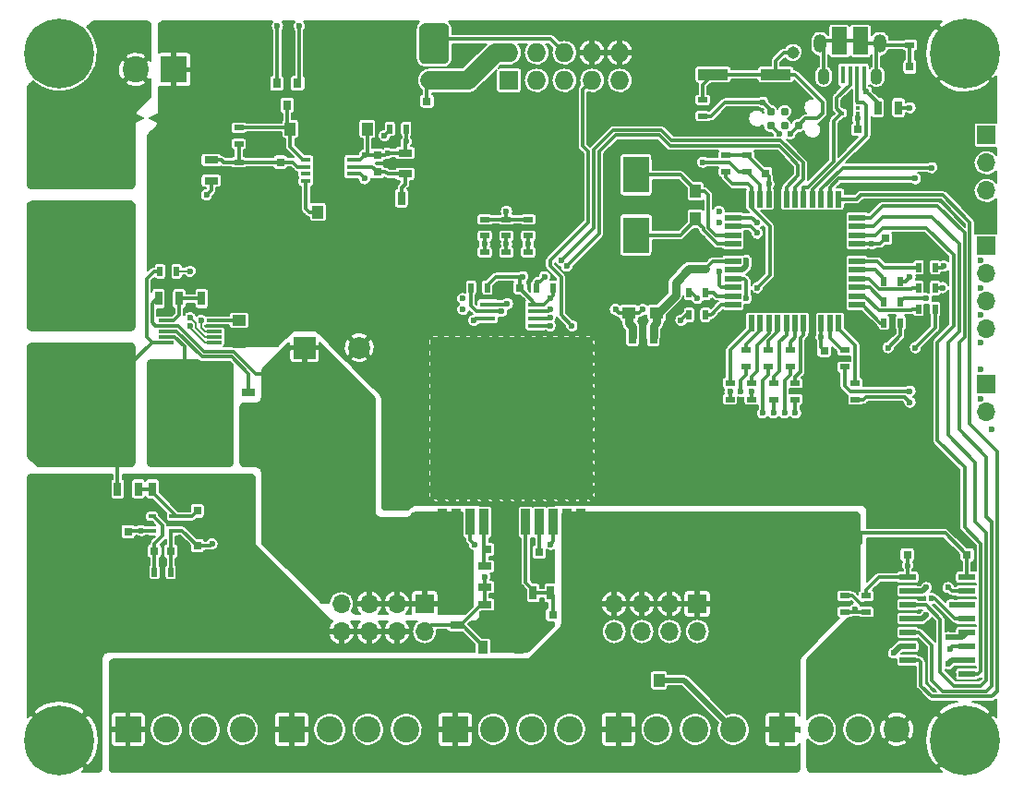
<source format=gtl>
G04 #@! TF.FileFunction,Copper,L1,Top,Signal*
%FSLAX46Y46*%
G04 Gerber Fmt 4.6, Leading zero omitted, Abs format (unit mm)*
G04 Created by KiCad (PCBNEW 4.0.7) date Monday, September 04, 2017 'PMt' 03:24:15 PM*
%MOMM*%
%LPD*%
G01*
G04 APERTURE LIST*
%ADD10C,0.100000*%
%ADD11R,0.550000X1.500000*%
%ADD12R,1.500000X0.550000*%
%ADD13R,1.000000X2.500000*%
%ADD14R,1.000000X1.000000*%
%ADD15R,1.000000X1.400000*%
%ADD16R,1.150000X0.700000*%
%ADD17R,1.550000X4.700000*%
%ADD18R,3.300000X4.200000*%
%ADD19R,0.500000X0.500000*%
%ADD20R,3.300000X0.600000*%
%ADD21R,1.300000X0.700000*%
%ADD22R,0.900000X1.200000*%
%ADD23R,0.750000X0.800000*%
%ADD24R,0.900000X0.500000*%
%ADD25R,1.450000X0.450000*%
%ADD26R,0.800000X0.750000*%
%ADD27R,0.860000X2.410000*%
%ADD28R,9.126000X13.370000*%
%ADD29R,15.000000X15.000000*%
%ADD30C,0.500000*%
%ADD31R,0.700000X1.300000*%
%ADD32R,2.700000X3.750000*%
%ADD33R,1.250000X1.000000*%
%ADD34R,2.000000X2.000000*%
%ADD35C,2.000000*%
%ADD36R,1.000000X1.250000*%
%ADD37R,3.300000X2.500000*%
%ADD38R,2.500000X1.800000*%
%ADD39R,0.800000X0.900000*%
%ADD40R,0.508000X1.016000*%
%ADD41C,2.400000*%
%ADD42R,2.400000X2.400000*%
%ADD43C,0.787400*%
%ADD44R,1.727200X1.727200*%
%ADD45O,1.727200X1.727200*%
%ADD46R,1.700000X1.700000*%
%ADD47O,1.700000X1.700000*%
%ADD48R,0.400000X1.650000*%
%ADD49O,1.100000X1.500000*%
%ADD50O,1.200000X1.700000*%
%ADD51R,1.425000X2.500000*%
%ADD52R,0.900000X1.700000*%
%ADD53R,0.500000X0.900000*%
%ADD54R,2.750000X1.000000*%
%ADD55C,1.143000*%
%ADD56R,1.400000X0.300000*%
%ADD57R,0.650000X0.400000*%
%ADD58R,0.890000X0.420000*%
%ADD59R,0.840000X0.940000*%
%ADD60R,1.500000X0.600000*%
%ADD61R,0.449580X0.299720*%
%ADD62R,2.400000X3.325000*%
%ADD63C,6.400000*%
%ADD64C,0.600000*%
%ADD65C,0.300000*%
%ADD66C,1.727200*%
%ADD67C,0.500000*%
%ADD68C,0.800000*%
%ADD69C,0.152400*%
%ADD70C,0.200000*%
G04 APERTURE END LIST*
D10*
D11*
X234960000Y-69270000D03*
X235760000Y-69270000D03*
X236560000Y-69270000D03*
X237360000Y-69270000D03*
X238160000Y-69270000D03*
X238960000Y-69270000D03*
X239760000Y-69270000D03*
X240560000Y-69270000D03*
X241360000Y-69270000D03*
X242160000Y-69270000D03*
X242960000Y-69270000D03*
D12*
X244660000Y-67570000D03*
X244660000Y-66770000D03*
X244660000Y-65970000D03*
X244660000Y-65170000D03*
X244660000Y-64370000D03*
X244660000Y-63570000D03*
X244660000Y-62770000D03*
X244660000Y-61970000D03*
X244660000Y-61170000D03*
X244660000Y-60370000D03*
X244660000Y-59570000D03*
D11*
X242960000Y-57870000D03*
X242160000Y-57870000D03*
X241360000Y-57870000D03*
X240560000Y-57870000D03*
X239760000Y-57870000D03*
X238960000Y-57870000D03*
X238160000Y-57870000D03*
X237360000Y-57870000D03*
X236560000Y-57870000D03*
X235760000Y-57870000D03*
X234960000Y-57870000D03*
D12*
X233260000Y-59570000D03*
X233260000Y-60370000D03*
X233260000Y-61170000D03*
X233260000Y-61970000D03*
X233260000Y-62770000D03*
X233260000Y-63570000D03*
X233260000Y-64370000D03*
X233260000Y-65170000D03*
X233260000Y-65970000D03*
X233260000Y-66770000D03*
X233260000Y-67570000D03*
D13*
X199500000Y-85000000D03*
X202500000Y-85000000D03*
D14*
X181350000Y-76450000D03*
D15*
X181350000Y-77500000D03*
D14*
X181350000Y-80350000D03*
X181350000Y-78550000D03*
X181350000Y-75550000D03*
X181350000Y-79450000D03*
X181350000Y-74750000D03*
X181350000Y-81250000D03*
X182250000Y-81250000D03*
X184050000Y-81250000D03*
X183150000Y-81250000D03*
X185850000Y-81250000D03*
X186750000Y-81250000D03*
X184950000Y-81250000D03*
X181350000Y-73750000D03*
X183150000Y-73750000D03*
X186750000Y-73750000D03*
X184950000Y-73750000D03*
X184050000Y-73750000D03*
X185850000Y-73750000D03*
X182250000Y-73750000D03*
X182150000Y-76450000D03*
X182150000Y-78550000D03*
D15*
X182150000Y-77500000D03*
D14*
X182150000Y-79450000D03*
X184050000Y-80350000D03*
X184950000Y-80350000D03*
X185850000Y-80350000D03*
X182250000Y-80350000D03*
D16*
X188875000Y-78135000D03*
X188875000Y-79405000D03*
X188875000Y-76865000D03*
D17*
X183400000Y-77500000D03*
D18*
X185600000Y-77500000D03*
D16*
X188875000Y-75595000D03*
D14*
X186750000Y-74650000D03*
X185850000Y-74650000D03*
X184950000Y-74650000D03*
X184050000Y-74650000D03*
X183150000Y-74650000D03*
X182250000Y-74650000D03*
X182150000Y-75550000D03*
X186750000Y-80350000D03*
X183150000Y-80350000D03*
D19*
X184300000Y-75250000D03*
X184300000Y-79750000D03*
D20*
X185600000Y-75300000D03*
X185600000Y-79700000D03*
D21*
X210500000Y-95050000D03*
X210500000Y-96950000D03*
X210500000Y-91550000D03*
X210500000Y-93450000D03*
D22*
X210350000Y-99000000D03*
X213650000Y-99000000D03*
D23*
X204500000Y-87000000D03*
X204500000Y-85500000D03*
D21*
X208000000Y-95050000D03*
X208000000Y-96950000D03*
D13*
X199500000Y-78000000D03*
X202500000Y-78000000D03*
X199500000Y-81500000D03*
X202500000Y-81500000D03*
D24*
X210500000Y-64250000D03*
X210500000Y-62750000D03*
X212500000Y-61250000D03*
X212500000Y-59750000D03*
X210500000Y-61250000D03*
X210500000Y-59750000D03*
X212500000Y-64250000D03*
X212500000Y-62750000D03*
D25*
X210800000Y-67525000D03*
X210800000Y-68175000D03*
X210800000Y-68825000D03*
X210800000Y-69475000D03*
X215200000Y-69475000D03*
X215200000Y-68825000D03*
X215200000Y-68175000D03*
X215200000Y-67525000D03*
D24*
X214500000Y-64250000D03*
X214500000Y-62750000D03*
D26*
X213750000Y-66000000D03*
X212250000Y-66000000D03*
D24*
X214500000Y-61250000D03*
X214500000Y-59750000D03*
D27*
X206650000Y-87500000D03*
X207920000Y-87500000D03*
X209190000Y-87500000D03*
X210460000Y-87500000D03*
X211730000Y-87500000D03*
X213000000Y-87500000D03*
X214270000Y-87500000D03*
X215540000Y-87500000D03*
X216810000Y-87500000D03*
X218080000Y-87500000D03*
X219350000Y-87500000D03*
D28*
X213000000Y-78000000D03*
D29*
X213000000Y-78000000D03*
D30*
X206000000Y-85000000D03*
X207000000Y-85000000D03*
X208000000Y-85000000D03*
X209000000Y-85000000D03*
X210000000Y-85000000D03*
X211000000Y-85000000D03*
X212000000Y-85000000D03*
X213000000Y-85000000D03*
X214000000Y-85000000D03*
X215000000Y-85000000D03*
X216000000Y-85000000D03*
X217000000Y-85000000D03*
X218000000Y-85000000D03*
X219000000Y-85000000D03*
X220000000Y-85000000D03*
X206000000Y-84000000D03*
X207000000Y-84000000D03*
X208000000Y-84000000D03*
X209000000Y-84000000D03*
X210000000Y-84000000D03*
X211000000Y-84000000D03*
X212000000Y-84000000D03*
X213000000Y-84000000D03*
X214000000Y-84000000D03*
X215000000Y-84000000D03*
X216000000Y-84000000D03*
X217000000Y-84000000D03*
X218000000Y-84000000D03*
X219000000Y-84000000D03*
X220000000Y-84000000D03*
X206000000Y-83000000D03*
X207000000Y-83000000D03*
X208000000Y-83000000D03*
X209000000Y-83000000D03*
X210000000Y-83000000D03*
X211000000Y-83000000D03*
X212000000Y-83000000D03*
X213000000Y-83000000D03*
X214000000Y-83000000D03*
X215000000Y-83000000D03*
X216000000Y-83000000D03*
X217000000Y-83000000D03*
X218000000Y-83000000D03*
X219000000Y-83000000D03*
X220000000Y-83000000D03*
X206000000Y-82000000D03*
X207000000Y-82000000D03*
X208000000Y-82000000D03*
X209000000Y-82000000D03*
X210000000Y-82000000D03*
X211000000Y-82000000D03*
X212000000Y-82000000D03*
X213000000Y-82000000D03*
X214000000Y-82000000D03*
X215000000Y-82000000D03*
X216000000Y-82000000D03*
X217000000Y-82000000D03*
X218000000Y-82000000D03*
X219000000Y-82000000D03*
X220000000Y-82000000D03*
X206000000Y-81000000D03*
X207000000Y-81000000D03*
X208000000Y-81000000D03*
X209000000Y-81000000D03*
X210000000Y-81000000D03*
X211000000Y-81000000D03*
X212000000Y-81000000D03*
X213000000Y-81000000D03*
X214000000Y-81000000D03*
X215000000Y-81000000D03*
X216000000Y-81000000D03*
X217000000Y-81000000D03*
X218000000Y-81000000D03*
X219000000Y-81000000D03*
X220000000Y-81000000D03*
X206000000Y-80000000D03*
X207000000Y-80000000D03*
X208000000Y-80000000D03*
X209000000Y-80000000D03*
X210000000Y-80000000D03*
X211000000Y-80000000D03*
X212000000Y-80000000D03*
X213000000Y-80000000D03*
X214000000Y-80000000D03*
X215000000Y-80000000D03*
X216000000Y-80000000D03*
X217000000Y-80000000D03*
X218000000Y-80000000D03*
X219000000Y-80000000D03*
X220000000Y-80000000D03*
X206000000Y-79000000D03*
X207000000Y-79000000D03*
X208000000Y-79000000D03*
X209000000Y-79000000D03*
X210000000Y-79000000D03*
X211000000Y-79000000D03*
X212000000Y-79000000D03*
X213000000Y-79000000D03*
X214000000Y-79000000D03*
X215000000Y-79000000D03*
X216000000Y-79000000D03*
X217000000Y-79000000D03*
X218000000Y-79000000D03*
X219000000Y-79000000D03*
X220000000Y-79000000D03*
X206000000Y-78000000D03*
X207000000Y-78000000D03*
X208000000Y-78000000D03*
X209000000Y-78000000D03*
X210000000Y-78000000D03*
X211000000Y-78000000D03*
X212000000Y-78000000D03*
X213000000Y-78000000D03*
X214000000Y-78000000D03*
X215000000Y-78000000D03*
X216000000Y-78000000D03*
X217000000Y-78000000D03*
X218000000Y-78000000D03*
X219000000Y-78000000D03*
X220000000Y-78000000D03*
X206000000Y-77000000D03*
X207000000Y-77000000D03*
X208000000Y-77000000D03*
X209000000Y-77000000D03*
X210000000Y-77000000D03*
X211000000Y-77000000D03*
X212000000Y-77000000D03*
X213000000Y-77000000D03*
X214000000Y-77000000D03*
X215000000Y-77000000D03*
X216000000Y-77000000D03*
X217000000Y-77000000D03*
X218000000Y-77000000D03*
X219000000Y-77000000D03*
X220000000Y-77000000D03*
X206000000Y-76000000D03*
X207000000Y-76000000D03*
X208000000Y-76000000D03*
X209000000Y-76000000D03*
X210000000Y-76000000D03*
X211000000Y-76000000D03*
X212000000Y-76000000D03*
X213000000Y-76000000D03*
X214000000Y-76000000D03*
X215000000Y-76000000D03*
X216000000Y-76000000D03*
X217000000Y-76000000D03*
X218000000Y-76000000D03*
X219000000Y-76000000D03*
X220000000Y-76000000D03*
X206000000Y-75000000D03*
X207000000Y-75000000D03*
X208000000Y-75000000D03*
X209000000Y-75000000D03*
X210000000Y-75000000D03*
X211000000Y-75000000D03*
X212000000Y-75000000D03*
X213000000Y-75000000D03*
X214000000Y-75000000D03*
X215000000Y-75000000D03*
X216000000Y-75000000D03*
X217000000Y-75000000D03*
X218000000Y-75000000D03*
X219000000Y-75000000D03*
X220000000Y-75000000D03*
X206000000Y-74000000D03*
X207000000Y-74000000D03*
X208000000Y-74000000D03*
X209000000Y-74000000D03*
X210000000Y-74000000D03*
X211000000Y-74000000D03*
X212000000Y-74000000D03*
X213000000Y-74000000D03*
X214000000Y-74000000D03*
X215000000Y-74000000D03*
X216000000Y-74000000D03*
X217000000Y-74000000D03*
X218000000Y-74000000D03*
X219000000Y-74000000D03*
X220000000Y-74000000D03*
X206000000Y-73000000D03*
X207000000Y-73000000D03*
X208000000Y-73000000D03*
X209000000Y-73000000D03*
X210000000Y-73000000D03*
X211000000Y-73000000D03*
X212000000Y-73000000D03*
X213000000Y-73000000D03*
X214000000Y-73000000D03*
X215000000Y-73000000D03*
X216000000Y-73000000D03*
X217000000Y-73000000D03*
X218000000Y-73000000D03*
X219000000Y-73000000D03*
X220000000Y-73000000D03*
X206000000Y-72000000D03*
X207000000Y-72000000D03*
X208000000Y-72000000D03*
X209000000Y-72000000D03*
X210000000Y-72000000D03*
X211000000Y-72000000D03*
X212000000Y-72000000D03*
X213000000Y-72000000D03*
X214000000Y-72000000D03*
X215000000Y-72000000D03*
X216000000Y-72000000D03*
X217000000Y-72000000D03*
X218000000Y-72000000D03*
X219000000Y-72000000D03*
X220000000Y-72000000D03*
X206000000Y-71000000D03*
X207000000Y-71000000D03*
X208000000Y-71000000D03*
X209000000Y-71000000D03*
X210000000Y-71000000D03*
X211000000Y-71000000D03*
X212000000Y-71000000D03*
X213000000Y-71000000D03*
X214000000Y-71000000D03*
X215000000Y-71000000D03*
X216000000Y-71000000D03*
X217000000Y-71000000D03*
X218000000Y-71000000D03*
X219000000Y-71000000D03*
X220000000Y-71000000D03*
D26*
X218250000Y-96000000D03*
X216750000Y-96000000D03*
D31*
X218450000Y-94000000D03*
X216550000Y-94000000D03*
D26*
X210750000Y-90000000D03*
X212250000Y-90000000D03*
D23*
X215500000Y-90250000D03*
X215500000Y-91750000D03*
D31*
X214950000Y-94000000D03*
X213050000Y-94000000D03*
D32*
X238000000Y-89775000D03*
X238000000Y-82225000D03*
X228000000Y-89775000D03*
X228000000Y-82225000D03*
X233000000Y-89775000D03*
X233000000Y-82225000D03*
D23*
X222000000Y-87000000D03*
X222000000Y-85500000D03*
D32*
X243000000Y-89775000D03*
X243000000Y-82225000D03*
D33*
X224000000Y-87500000D03*
X224000000Y-85500000D03*
D34*
X194000000Y-71500000D03*
D35*
X199000000Y-71500000D03*
D33*
X188000000Y-69000000D03*
X188000000Y-71000000D03*
D23*
X177800000Y-88380000D03*
X177800000Y-86880000D03*
X184150000Y-86475000D03*
X184150000Y-84975000D03*
X184150000Y-89650000D03*
X184150000Y-88150000D03*
D26*
X181725000Y-90170000D03*
X180225000Y-90170000D03*
D23*
X200660000Y-53860000D03*
X200660000Y-55360000D03*
D36*
X199755000Y-51435000D03*
X197755000Y-51435000D03*
X192675000Y-51435000D03*
X194675000Y-51435000D03*
D23*
X191770000Y-54495000D03*
X191770000Y-55995000D03*
D36*
X195215000Y-59055000D03*
X197215000Y-59055000D03*
D33*
X223750000Y-68310000D03*
X223750000Y-66310000D03*
D26*
X236250000Y-55500000D03*
X237750000Y-55500000D03*
D23*
X247245000Y-61480000D03*
X247245000Y-62980000D03*
D26*
X241645000Y-71755000D03*
X240145000Y-71755000D03*
D23*
X230735000Y-64250000D03*
X230735000Y-62750000D03*
D33*
X226290000Y-68310000D03*
X226290000Y-66310000D03*
D36*
X229830000Y-59690000D03*
X227830000Y-59690000D03*
X229830000Y-57150000D03*
X227830000Y-57150000D03*
D26*
X205220000Y-48895000D03*
X203720000Y-48895000D03*
D36*
X205470000Y-46990000D03*
X203470000Y-46990000D03*
D26*
X205220000Y-42545000D03*
X203720000Y-42545000D03*
D36*
X205470000Y-44450000D03*
X203470000Y-44450000D03*
D26*
X249250000Y-90500000D03*
X250750000Y-90500000D03*
X254750000Y-90500000D03*
X253250000Y-90500000D03*
D33*
X178000000Y-101000000D03*
X178000000Y-99000000D03*
X193000000Y-101000000D03*
X193000000Y-99000000D03*
X208000000Y-101000000D03*
X208000000Y-99000000D03*
D36*
X224500000Y-102000000D03*
X226500000Y-102000000D03*
X238500000Y-102000000D03*
X240500000Y-102000000D03*
D26*
X244750000Y-51500000D03*
X243250000Y-51500000D03*
D23*
X249500000Y-45750000D03*
X249500000Y-47250000D03*
D37*
X173500000Y-73900000D03*
X173500000Y-67100000D03*
D38*
X177000000Y-60000000D03*
X181000000Y-60000000D03*
D39*
X193355000Y-47260000D03*
X191455000Y-47260000D03*
X192405000Y-49260000D03*
D10*
G36*
X178382400Y-49993270D02*
X179398400Y-50498730D01*
X179398400Y-50501270D01*
X178382400Y-51006730D01*
X178382400Y-49993270D01*
X178382400Y-49993270D01*
G37*
G36*
X180617600Y-51006730D02*
X179601600Y-50501270D01*
X179601600Y-50498730D01*
X180617600Y-49993270D01*
X180617600Y-51006730D01*
X180617600Y-51006730D01*
G37*
D40*
X178128400Y-50500000D03*
X180871600Y-50500000D03*
D22*
X173500000Y-58600000D03*
X173500000Y-56400000D03*
D31*
X224070000Y-70485000D03*
X225970000Y-70485000D03*
X246550000Y-49500000D03*
X248450000Y-49500000D03*
D41*
X178500000Y-46000000D03*
D42*
X182000000Y-46000000D03*
D43*
X236730000Y-51135000D03*
X236730000Y-49865000D03*
X238000000Y-51135000D03*
X238000000Y-49865000D03*
X239270000Y-51135000D03*
X239270000Y-49865000D03*
D44*
X212725000Y-46990000D03*
D45*
X212725000Y-44450000D03*
X215265000Y-46990000D03*
X215265000Y-44450000D03*
X217805000Y-46990000D03*
X217805000Y-44450000D03*
X220345000Y-46990000D03*
X220345000Y-44450000D03*
X222885000Y-46990000D03*
X222885000Y-44450000D03*
D41*
X184800000Y-106500000D03*
X188300000Y-106500000D03*
X181300000Y-106500000D03*
D42*
X177800000Y-106500000D03*
D41*
X199800000Y-106500000D03*
X203300000Y-106500000D03*
X196300000Y-106500000D03*
D42*
X192800000Y-106500000D03*
D41*
X214800000Y-106500000D03*
X218300000Y-106500000D03*
X211300000Y-106500000D03*
D42*
X207800000Y-106500000D03*
D41*
X229800000Y-106500000D03*
X233300000Y-106500000D03*
X226300000Y-106500000D03*
D42*
X222800000Y-106500000D03*
D41*
X244800000Y-106500000D03*
X248300000Y-106500000D03*
X241300000Y-106500000D03*
D42*
X237800000Y-106500000D03*
D46*
X256500000Y-52000000D03*
D47*
X256500000Y-54540000D03*
X256500000Y-57080000D03*
D46*
X256500000Y-62160000D03*
D47*
X256500000Y-64700000D03*
X256500000Y-67240000D03*
X256500000Y-69780000D03*
D48*
X245300000Y-46500000D03*
X244650000Y-46500000D03*
X244000900Y-46500000D03*
X243350000Y-46500000D03*
X242700000Y-46500000D03*
D49*
X246425000Y-46625000D03*
X241575000Y-46625000D03*
D50*
X246725000Y-43625000D03*
X241275000Y-43625000D03*
D51*
X244962500Y-43375000D03*
X243037500Y-43375000D03*
D21*
X185420000Y-56195000D03*
X185420000Y-54295000D03*
D52*
X179950000Y-77500000D03*
X177050000Y-77500000D03*
D53*
X180750000Y-64500000D03*
X182250000Y-64500000D03*
D31*
X180600000Y-67000000D03*
X182500000Y-67000000D03*
X184550000Y-67000000D03*
X186450000Y-67000000D03*
X176850000Y-84455000D03*
X178750000Y-84455000D03*
X180025000Y-84455000D03*
X181925000Y-84455000D03*
D53*
X181725000Y-92075000D03*
X180225000Y-92075000D03*
D24*
X187960000Y-52820000D03*
X187960000Y-51320000D03*
D53*
X203315000Y-51435000D03*
X201815000Y-51435000D03*
D21*
X203200000Y-53660000D03*
X203200000Y-55560000D03*
D24*
X187960000Y-54495000D03*
X187960000Y-55995000D03*
D31*
X202880000Y-57785000D03*
X200980000Y-57785000D03*
D53*
X229250000Y-66500000D03*
X230750000Y-66500000D03*
X229250000Y-68500000D03*
X230750000Y-68500000D03*
D24*
X233000000Y-76250000D03*
X233000000Y-74750000D03*
X232640000Y-55360000D03*
X232640000Y-53860000D03*
X234545000Y-55360000D03*
X234545000Y-53860000D03*
D53*
X209250000Y-66000000D03*
X210750000Y-66000000D03*
X215250000Y-66000000D03*
X216750000Y-66000000D03*
D24*
X234500000Y-73250000D03*
X234500000Y-71750000D03*
X235000000Y-76250000D03*
X235000000Y-74750000D03*
X236500000Y-73250000D03*
X236500000Y-71750000D03*
X237000000Y-76250000D03*
X237000000Y-74750000D03*
X238500000Y-73250000D03*
X238500000Y-71750000D03*
X239000000Y-76250000D03*
X239000000Y-74750000D03*
X243500000Y-73250000D03*
X243500000Y-71750000D03*
X244500000Y-76250000D03*
X244500000Y-74750000D03*
D53*
X248630000Y-69215000D03*
X247130000Y-69215000D03*
X251805000Y-67945000D03*
X250305000Y-67945000D03*
X248630000Y-67310000D03*
X247130000Y-67310000D03*
X251805000Y-66040000D03*
X250305000Y-66040000D03*
X248630000Y-65405000D03*
X247130000Y-65405000D03*
X251805000Y-64135000D03*
X250305000Y-64135000D03*
D24*
X230505000Y-50280000D03*
X230505000Y-48780000D03*
X245500000Y-94250000D03*
X245500000Y-95750000D03*
X243500000Y-94250000D03*
X243500000Y-95750000D03*
X249500000Y-43750000D03*
X249500000Y-42250000D03*
D54*
X237190000Y-42450000D03*
X231440000Y-42450000D03*
X231440000Y-46450000D03*
X237190000Y-46450000D03*
D55*
X238760000Y-44450000D03*
D56*
X181300000Y-69000000D03*
X181300000Y-69500000D03*
X181300000Y-70000000D03*
X181300000Y-70500000D03*
X181300000Y-71000000D03*
X185700000Y-71000000D03*
X185700000Y-70500000D03*
X185700000Y-70000000D03*
X185700000Y-69500000D03*
X185700000Y-69000000D03*
D57*
X181925000Y-88280000D03*
X181925000Y-86980000D03*
X181925000Y-87630000D03*
X180025000Y-86980000D03*
X180025000Y-88280000D03*
D58*
X194110000Y-54270000D03*
X194110000Y-54920000D03*
X194110000Y-55570000D03*
X194110000Y-56220000D03*
X198320000Y-56220000D03*
X198320000Y-55570000D03*
X198320000Y-54920000D03*
X198320000Y-54270000D03*
D59*
X196635000Y-55715000D03*
X196635000Y-54775000D03*
X195795000Y-55715000D03*
X195795000Y-54775000D03*
D60*
X249300000Y-92555000D03*
X249300000Y-93825000D03*
X249300000Y-95095000D03*
X249300000Y-96365000D03*
X249300000Y-97635000D03*
X249300000Y-98905000D03*
X249300000Y-100175000D03*
X249300000Y-101445000D03*
X254700000Y-101445000D03*
X254700000Y-100175000D03*
X254700000Y-98905000D03*
X254700000Y-97635000D03*
X254700000Y-96365000D03*
X254700000Y-95095000D03*
X254700000Y-93825000D03*
X254700000Y-92555000D03*
D61*
X244701040Y-50000380D03*
X244701040Y-48999620D03*
X243298960Y-50000380D03*
X244701040Y-49500000D03*
X243298960Y-48999620D03*
D62*
X224385000Y-61182500D03*
X224385000Y-55657500D03*
D46*
X256500000Y-74860000D03*
D47*
X256500000Y-77400000D03*
D46*
X205000000Y-95000000D03*
D47*
X205000000Y-97540000D03*
X202460000Y-95000000D03*
X202460000Y-97540000D03*
X199920000Y-95000000D03*
X199920000Y-97540000D03*
X197380000Y-95000000D03*
X197380000Y-97540000D03*
D46*
X230000000Y-95000000D03*
D47*
X230000000Y-97540000D03*
X227460000Y-95000000D03*
X227460000Y-97540000D03*
X224920000Y-95000000D03*
X224920000Y-97540000D03*
X222380000Y-95000000D03*
X222380000Y-97540000D03*
D63*
X171500000Y-44500000D03*
X254500000Y-44500000D03*
X171500000Y-107500000D03*
X254500000Y-107500000D03*
D64*
X232000000Y-60000000D03*
X232000000Y-59000000D03*
X257000000Y-79000000D03*
X256000000Y-76162402D03*
X256000000Y-73500000D03*
X256000000Y-71000000D03*
X256000000Y-68500000D03*
X256000000Y-66000000D03*
X255999076Y-63497782D03*
X207000000Y-98000000D03*
X192000000Y-97500000D03*
X194000000Y-97500000D03*
X193000000Y-97500000D03*
X177000000Y-97500000D03*
X179000000Y-97500000D03*
X178000000Y-97500000D03*
X178500000Y-86000000D03*
X183000000Y-85000000D03*
X189500000Y-71000000D03*
X187500000Y-67000000D03*
X183000000Y-60000000D03*
X190000000Y-57000000D03*
X188000000Y-57000000D03*
X198500000Y-59000000D03*
X197500000Y-57000000D03*
X191500000Y-57000000D03*
X196215000Y-51435000D03*
X200000000Y-57785000D03*
X212267130Y-66614693D03*
X234500000Y-43000000D03*
X213500000Y-63500000D03*
X211500000Y-64000000D03*
X244000000Y-52500000D03*
X250500000Y-42000000D03*
X250500000Y-47500000D03*
X226500000Y-60000000D03*
X226500000Y-59000000D03*
X226500000Y-57500000D03*
X226500000Y-56500000D03*
X235032029Y-62967971D03*
X202000000Y-42500000D03*
X202000000Y-43500000D03*
X202000000Y-44500000D03*
X185500000Y-88500000D03*
X240560000Y-70500000D03*
X246000000Y-62770000D03*
X238647677Y-55247481D03*
X253173013Y-97270575D03*
X252964780Y-94414298D03*
X208000000Y-98000000D03*
X209447598Y-99000000D03*
X212000000Y-99000000D03*
X212000000Y-97000000D03*
X214000000Y-94500000D03*
X215500000Y-92587400D03*
X245500000Y-84000000D03*
X245500000Y-83000000D03*
X245500000Y-80500000D03*
X245500000Y-81500000D03*
X240500000Y-84000000D03*
X240425000Y-83000000D03*
X235500000Y-81000000D03*
X235500000Y-82000000D03*
X225500000Y-84000000D03*
X225500000Y-83000000D03*
X225500000Y-81000000D03*
X225500000Y-82000000D03*
X230500000Y-84000000D03*
X230500000Y-83000000D03*
X230500000Y-82000000D03*
X230500000Y-81000000D03*
X251000000Y-92500000D03*
X248000000Y-96500000D03*
X248000000Y-98500000D03*
X249909043Y-102620347D03*
X253497598Y-101500000D03*
X246500000Y-95000000D03*
X252000000Y-90500000D03*
X223500000Y-65000000D03*
X224500000Y-65000000D03*
X226500000Y-65000000D03*
X225500000Y-65000000D03*
X225000000Y-65500000D03*
X225000000Y-66500000D03*
X226500000Y-63500000D03*
X226000000Y-64000000D03*
X232000000Y-58000000D03*
X231601919Y-57495924D03*
X232000000Y-57000000D03*
X231500000Y-56500000D03*
X231000000Y-56000000D03*
X230500000Y-55500000D03*
X230000000Y-56000000D03*
X229500000Y-55500000D03*
X229000000Y-55000000D03*
X228500000Y-54500000D03*
X228000000Y-55000000D03*
X227500000Y-54500000D03*
X227000000Y-55000000D03*
X226500000Y-54500000D03*
X226037402Y-54000000D03*
X226500000Y-53500000D03*
X226000000Y-53000000D03*
X225500000Y-53500000D03*
X225000000Y-53000000D03*
X224500000Y-53500000D03*
X224000000Y-53000000D03*
X223500000Y-53500000D03*
X223000000Y-53000000D03*
X222500000Y-53500000D03*
X222000000Y-54000000D03*
X222500000Y-54500000D03*
X222000000Y-55000000D03*
X222500000Y-55500000D03*
X222000000Y-56000000D03*
X222500000Y-56500000D03*
X222000000Y-57000000D03*
X222500000Y-57500000D03*
X222000000Y-58000000D03*
X222500000Y-58500000D03*
X222000000Y-59000000D03*
X222500000Y-59500000D03*
X222000000Y-60000000D03*
X222500000Y-60500000D03*
X222000000Y-61000000D03*
X222500000Y-61500000D03*
X222000000Y-62000000D03*
X222500000Y-62500000D03*
X222000000Y-63000000D03*
X222500000Y-63500000D03*
X223000000Y-64000000D03*
X223500000Y-63500000D03*
X224000000Y-64000000D03*
X224500000Y-63500000D03*
X225000000Y-64000000D03*
X225500000Y-63500000D03*
X226008806Y-63003289D03*
X226500000Y-62500000D03*
X227000000Y-62000000D03*
X227500000Y-62500000D03*
X228000000Y-62000000D03*
X228500000Y-62500000D03*
X229000000Y-62000000D03*
X229500000Y-61500000D03*
X230000000Y-61000000D03*
X230500000Y-61500000D03*
X239000000Y-49000000D03*
X242500000Y-48000000D03*
X244000000Y-49500000D03*
X241360000Y-70500000D03*
X246000000Y-61970000D03*
X216500000Y-67000000D03*
X236560000Y-56500000D03*
X249300000Y-91500000D03*
X225000000Y-68000000D03*
X222500000Y-68000000D03*
X236000000Y-49000000D03*
X214000000Y-65000000D03*
X179000000Y-88280000D03*
X212500000Y-59000000D03*
X203315000Y-52590000D03*
X199475000Y-53860000D03*
X201610000Y-53660000D03*
X206500000Y-42500000D03*
X206500000Y-43500000D03*
X206500000Y-44500000D03*
X234500000Y-63500000D03*
X185500000Y-89500000D03*
X245500000Y-48000000D03*
X244701040Y-50500000D03*
X191500000Y-42000000D03*
X169000000Y-71500000D03*
X193500000Y-42000000D03*
X249500000Y-49500000D03*
X235459980Y-60040020D03*
X237500000Y-51900192D03*
X235500000Y-61000000D03*
X238500000Y-51900192D03*
X249500000Y-65000000D03*
X251000000Y-67000000D03*
X252500000Y-66000000D03*
X228500000Y-69000000D03*
X218500000Y-69500000D03*
X252602400Y-64000000D03*
X251000000Y-93500000D03*
X253000000Y-100500000D03*
X251000000Y-96000000D03*
X248000000Y-99500000D03*
X253318922Y-95078156D03*
X252999799Y-98074336D03*
X233000000Y-75500000D03*
X234000000Y-75500000D03*
X235000000Y-75500000D03*
X236000000Y-77500000D03*
X237000000Y-77500000D03*
X238000000Y-77500000D03*
X239000000Y-77500000D03*
X249500000Y-75500000D03*
X249500000Y-76500000D03*
X208500000Y-67000000D03*
X230500000Y-54500000D03*
X185000000Y-57500000D03*
X184500000Y-69000000D03*
X230000000Y-67000000D03*
X208500000Y-68000000D03*
X183500000Y-64500000D03*
X183500000Y-69500000D03*
X199500000Y-56000000D03*
X201295000Y-52070000D03*
X235500000Y-66000000D03*
X183500000Y-68747597D03*
X212067300Y-68164518D03*
X218032029Y-64032029D03*
X212583816Y-67464996D03*
X216000000Y-65000000D03*
X217500000Y-63500000D03*
X216500000Y-68000000D03*
X214500000Y-62000000D03*
X216500000Y-68752403D03*
X212500000Y-62000000D03*
X216500000Y-69504806D03*
X210500000Y-62000000D03*
X244500000Y-95500000D03*
X251500000Y-94500000D03*
X250000000Y-56000000D03*
X253000000Y-93500000D03*
X253146679Y-99146679D03*
X251500000Y-55000000D03*
X232000000Y-64500000D03*
X209500000Y-69000000D03*
X234500000Y-67000000D03*
X210500000Y-92500000D03*
X250000000Y-71500000D03*
X216535000Y-89535000D03*
X247500000Y-71500000D03*
X209550000Y-89535000D03*
D65*
X254750000Y-90500000D02*
X254725000Y-90500000D01*
X254725000Y-90500000D02*
X252725000Y-88500000D01*
X252725000Y-88500000D02*
X245000000Y-88500000D01*
X245000000Y-88500000D02*
X245000000Y-89425000D01*
X245000000Y-89425000D02*
X244650000Y-89775000D01*
X244650000Y-89775000D02*
X243000000Y-89775000D01*
X254700000Y-92555000D02*
X254700000Y-90550000D01*
X254700000Y-90550000D02*
X254750000Y-90500000D01*
D66*
X212725000Y-44450000D02*
X211503686Y-44450000D01*
X211503686Y-44450000D02*
X208963686Y-46990000D01*
X208963686Y-46990000D02*
X207697200Y-46990000D01*
X207697200Y-46990000D02*
X205470000Y-46990000D01*
D65*
X205220000Y-48895000D02*
X205220000Y-47240000D01*
X205220000Y-47240000D02*
X205470000Y-46990000D01*
X214270000Y-87500000D02*
X214270000Y-93020000D01*
X214270000Y-93020000D02*
X214950000Y-93700000D01*
X214950000Y-93700000D02*
X214950000Y-94000000D01*
X214950000Y-94000000D02*
X216550000Y-94000000D01*
X216750000Y-96000000D02*
X216750000Y-94200000D01*
X216750000Y-94200000D02*
X216550000Y-94000000D01*
X240500000Y-102000000D02*
X243800000Y-102000000D01*
X243800000Y-102000000D02*
X248300000Y-106500000D01*
X208000000Y-98000000D02*
X207000000Y-98000000D01*
X193000000Y-97500000D02*
X192000000Y-97500000D01*
X193000000Y-97500000D02*
X194000000Y-97500000D01*
X193000000Y-99000000D02*
X193000000Y-97500000D01*
X178000000Y-97500000D02*
X177000000Y-97500000D01*
X178000000Y-97500000D02*
X179000000Y-97500000D01*
X178000000Y-99000000D02*
X178000000Y-97500000D01*
X177800000Y-86880000D02*
X177800000Y-86700000D01*
X177800000Y-86700000D02*
X178500000Y-86000000D01*
X184150000Y-84975000D02*
X183025000Y-84975000D01*
X183025000Y-84975000D02*
X183000000Y-85000000D01*
X181925000Y-84455000D02*
X182455000Y-84455000D01*
X182455000Y-84455000D02*
X183000000Y-85000000D01*
X188000000Y-71000000D02*
X189500000Y-71000000D01*
X186450000Y-67000000D02*
X187500000Y-67000000D01*
X181000000Y-60000000D02*
X183000000Y-60000000D01*
X190000000Y-55995000D02*
X191770000Y-55995000D01*
X187960000Y-55995000D02*
X190000000Y-55995000D01*
X190000000Y-55995000D02*
X190000000Y-57000000D01*
X187960000Y-55995000D02*
X187960000Y-56960000D01*
X187960000Y-56960000D02*
X188000000Y-57000000D01*
X197215000Y-59055000D02*
X198445000Y-59055000D01*
X198445000Y-59055000D02*
X198500000Y-59000000D01*
X198320000Y-56220000D02*
X198280000Y-56220000D01*
X198280000Y-56220000D02*
X197500000Y-57000000D01*
X191770000Y-55995000D02*
X191770000Y-56730000D01*
X191770000Y-56730000D02*
X191500000Y-57000000D01*
X194675000Y-51435000D02*
X196215000Y-51435000D01*
X197755000Y-51435000D02*
X196215000Y-51435000D01*
X200000000Y-57785000D02*
X199375000Y-57785000D01*
X200980000Y-57785000D02*
X200000000Y-57785000D01*
X210800000Y-69475000D02*
X210800000Y-70800000D01*
X210800000Y-70800000D02*
X211000000Y-71000000D01*
X210800000Y-69475000D02*
X211825000Y-69475000D01*
X211825000Y-69475000D02*
X213302031Y-67997969D01*
X213302031Y-67997969D02*
X213302031Y-67124306D01*
X213302031Y-67124306D02*
X212792418Y-66614693D01*
X212792418Y-66614693D02*
X212267130Y-66614693D01*
X212250000Y-66000000D02*
X212250000Y-66631823D01*
X212250000Y-66631823D02*
X212267130Y-66614693D01*
X234500000Y-42450000D02*
X234500000Y-43000000D01*
X213500000Y-64250000D02*
X212500000Y-64250000D01*
X214500000Y-64250000D02*
X213500000Y-64250000D01*
X213500000Y-64250000D02*
X213500000Y-63500000D01*
X211500000Y-64250000D02*
X210500000Y-64250000D01*
X212500000Y-64250000D02*
X211500000Y-64250000D01*
X211500000Y-64250000D02*
X211500000Y-64000000D01*
X243250000Y-51500000D02*
X243250000Y-51750000D01*
X243250000Y-51750000D02*
X244000000Y-52500000D01*
X249500000Y-42250000D02*
X250250000Y-42250000D01*
X250250000Y-42250000D02*
X250500000Y-42000000D01*
X249500000Y-47250000D02*
X250250000Y-47250000D01*
X250250000Y-47250000D02*
X250500000Y-47500000D01*
X234500000Y-42450000D02*
X237190000Y-42450000D01*
X233115000Y-42450000D02*
X234500000Y-42450000D01*
X231440000Y-42450000D02*
X233115000Y-42450000D01*
X227830000Y-59690000D02*
X226810000Y-59690000D01*
X226810000Y-59690000D02*
X226500000Y-60000000D01*
X227830000Y-59690000D02*
X227190000Y-59690000D01*
X227190000Y-59690000D02*
X226500000Y-59000000D01*
X227830000Y-57150000D02*
X226850000Y-57150000D01*
X226850000Y-57150000D02*
X226500000Y-57500000D01*
X227830000Y-57150000D02*
X227150000Y-57150000D01*
X227150000Y-57150000D02*
X226500000Y-56500000D01*
X180109600Y-50500000D02*
X180871600Y-50500000D01*
X180871600Y-50500000D02*
X181425600Y-50500000D01*
X181425600Y-50500000D02*
X182000000Y-49925600D01*
X182000000Y-49925600D02*
X182000000Y-47500000D01*
X182000000Y-47500000D02*
X182000000Y-46000000D01*
D67*
X226500000Y-102000000D02*
X228800000Y-102000000D01*
X228800000Y-102000000D02*
X233300000Y-106500000D01*
D65*
X235032029Y-62967971D02*
X234834058Y-62770000D01*
X234834058Y-62770000D02*
X233260000Y-62770000D01*
X203470000Y-44450000D02*
X203470000Y-43970000D01*
X203470000Y-43970000D02*
X202000000Y-42500000D01*
X203470000Y-44450000D02*
X202950000Y-44450000D01*
X202950000Y-44450000D02*
X202000000Y-43500000D01*
X203470000Y-44450000D02*
X202050000Y-44450000D01*
X202050000Y-44450000D02*
X202000000Y-44500000D01*
X184150000Y-88150000D02*
X185150000Y-88150000D01*
X185150000Y-88150000D02*
X185500000Y-88500000D01*
X240560000Y-70500000D02*
X240560000Y-71340000D01*
X240560000Y-69270000D02*
X240560000Y-70500000D01*
X246000000Y-62770000D02*
X247035000Y-62770000D01*
X244660000Y-62770000D02*
X246000000Y-62770000D01*
X238450000Y-55500000D02*
X238647677Y-55302323D01*
X238647677Y-55302323D02*
X238647677Y-55247481D01*
X237750000Y-55500000D02*
X238450000Y-55500000D01*
X208000000Y-99000000D02*
X208000000Y-98000000D01*
X208000000Y-99000000D02*
X209447598Y-99000000D01*
X210500000Y-96950000D02*
X211950000Y-96950000D01*
X211950000Y-96950000D02*
X212000000Y-97000000D01*
X213050000Y-94000000D02*
X213500000Y-94000000D01*
X213500000Y-94000000D02*
X214000000Y-94500000D01*
X215500000Y-91750000D02*
X215500000Y-92587400D01*
X245500000Y-81500000D02*
X245500000Y-83000000D01*
X243000000Y-82225000D02*
X244775000Y-82225000D01*
X244775000Y-82225000D02*
X245500000Y-81500000D01*
X240425000Y-83000000D02*
X240425000Y-83925000D01*
X240425000Y-83925000D02*
X240500000Y-84000000D01*
X238000000Y-82225000D02*
X239650000Y-82225000D01*
X239650000Y-82225000D02*
X240425000Y-83000000D01*
X233000000Y-82225000D02*
X235275000Y-82225000D01*
X235275000Y-82225000D02*
X235500000Y-82000000D01*
X225500000Y-82000000D02*
X225500000Y-83000000D01*
X228000000Y-82225000D02*
X225725000Y-82225000D01*
X225725000Y-82225000D02*
X225500000Y-82000000D01*
X230500000Y-83000000D02*
X230500000Y-84000000D01*
X230500000Y-81000000D02*
X230500000Y-82000000D01*
X228000000Y-82225000D02*
X229650000Y-82225000D01*
X229650000Y-82225000D02*
X230500000Y-81375000D01*
X230500000Y-81375000D02*
X230500000Y-81000000D01*
X237750000Y-55500000D02*
X237360000Y-55890000D01*
X237360000Y-55890000D02*
X237360000Y-57870000D01*
X249300000Y-101445000D02*
X249300000Y-102011304D01*
X249300000Y-102011304D02*
X249909043Y-102620347D01*
X243500000Y-94250000D02*
X244250000Y-94250000D01*
X245000000Y-95000000D02*
X246500000Y-95000000D01*
X244250000Y-94250000D02*
X245000000Y-95000000D01*
X252000000Y-90500000D02*
X250750000Y-90500000D01*
X253250000Y-90500000D02*
X252000000Y-90500000D01*
X225000000Y-65500000D02*
X224500000Y-65000000D01*
X225000000Y-65500000D02*
X225500000Y-65000000D01*
X226290000Y-66310000D02*
X225190000Y-66310000D01*
X225190000Y-66310000D02*
X225000000Y-66500000D01*
X240560000Y-71340000D02*
X240145000Y-71755000D01*
X226000000Y-64000000D02*
X226500000Y-63500000D01*
X231601919Y-57495924D02*
X231601919Y-57601919D01*
X231601919Y-57601919D02*
X232000000Y-58000000D01*
X231500000Y-56500000D02*
X232000000Y-57000000D01*
X230500000Y-55500000D02*
X231000000Y-56000000D01*
X229500000Y-55500000D02*
X230000000Y-56000000D01*
X228500000Y-54500000D02*
X229000000Y-55000000D01*
X227500000Y-54500000D02*
X228000000Y-55000000D01*
X226500000Y-54500000D02*
X227000000Y-55000000D01*
X226500000Y-53500000D02*
X226500000Y-53537402D01*
X226500000Y-53537402D02*
X226037402Y-54000000D01*
X225500000Y-53500000D02*
X226000000Y-53000000D01*
X224500000Y-53500000D02*
X225000000Y-53000000D01*
X223500000Y-53500000D02*
X224000000Y-53000000D01*
X222500000Y-53500000D02*
X223000000Y-53000000D01*
X222500000Y-54500000D02*
X222000000Y-54000000D01*
X222500000Y-55500000D02*
X222000000Y-55000000D01*
X222500000Y-56500000D02*
X222000000Y-56000000D01*
X222500000Y-57500000D02*
X222000000Y-57000000D01*
X222500000Y-58500000D02*
X222000000Y-58000000D01*
X222000000Y-59000000D02*
X222500000Y-58500000D01*
X222000000Y-60000000D02*
X222500000Y-59500000D01*
X222000000Y-61000000D02*
X222500000Y-60500000D01*
X222000000Y-62000000D02*
X222500000Y-61500000D01*
X222000000Y-63000000D02*
X222500000Y-62500000D01*
X223000000Y-64000000D02*
X222500000Y-63500000D01*
X224000000Y-64000000D02*
X223500000Y-63500000D01*
X225000000Y-64000000D02*
X224500000Y-63500000D01*
X226008806Y-63003289D02*
X225996711Y-63003289D01*
X225996711Y-63003289D02*
X225500000Y-63500000D01*
X227000000Y-62000000D02*
X226500000Y-62500000D01*
X228000000Y-62000000D02*
X227500000Y-62500000D01*
X229000000Y-62000000D02*
X228500000Y-62500000D01*
X230000000Y-61000000D02*
X229500000Y-61500000D01*
X230735000Y-62750000D02*
X230735000Y-61735000D01*
X230735000Y-61735000D02*
X230500000Y-61500000D01*
X233260000Y-62770000D02*
X230755000Y-62770000D01*
X230755000Y-62770000D02*
X230735000Y-62750000D01*
X239270000Y-49865000D02*
X239270000Y-49270000D01*
X239270000Y-49270000D02*
X239000000Y-49000000D01*
X242700000Y-46500000D02*
X242700000Y-47800000D01*
X242700000Y-47800000D02*
X242500000Y-48000000D01*
X244000000Y-49500000D02*
X244000000Y-50750000D01*
X244000000Y-50750000D02*
X243250000Y-51500000D01*
X243298960Y-48999620D02*
X243499620Y-48999620D01*
X243499620Y-48999620D02*
X244000000Y-49500000D01*
X247035000Y-62770000D02*
X247245000Y-62980000D01*
X203720000Y-42545000D02*
X203720000Y-44200000D01*
X203720000Y-44200000D02*
X203470000Y-44450000D01*
X203720000Y-48895000D02*
X203720000Y-47240000D01*
X203720000Y-47240000D02*
X203470000Y-46990000D01*
X199375000Y-57785000D02*
X198320000Y-56730000D01*
X198320000Y-56730000D02*
X198320000Y-56220000D01*
X198320000Y-56220000D02*
X197140000Y-56220000D01*
X197140000Y-56220000D02*
X196635000Y-55715000D01*
X197215000Y-59055000D02*
X197215000Y-56295000D01*
X197215000Y-56295000D02*
X196635000Y-55715000D01*
X196215000Y-51435000D02*
X195795000Y-51855000D01*
X195795000Y-51855000D02*
X195795000Y-54775000D01*
X180474322Y-86360000D02*
X178995000Y-86360000D01*
X178995000Y-86360000D02*
X178475000Y-86880000D01*
X178475000Y-86880000D02*
X177800000Y-86880000D01*
X180975000Y-86860678D02*
X180474322Y-86360000D01*
X180975000Y-87099322D02*
X180975000Y-86860678D01*
X181925000Y-87630000D02*
X181505678Y-87630000D01*
X181505678Y-87630000D02*
X180975000Y-87099322D01*
X181925000Y-87630000D02*
X183630000Y-87630000D01*
X183630000Y-87630000D02*
X184150000Y-88150000D01*
X181925000Y-84455000D02*
X183630000Y-84455000D01*
X183630000Y-84455000D02*
X184150000Y-84975000D01*
X210460000Y-87500000D02*
X210460000Y-90170000D01*
X210460000Y-90170000D02*
X210460000Y-91510000D01*
X210750000Y-90000000D02*
X210630000Y-90000000D01*
X210630000Y-90000000D02*
X210460000Y-90170000D01*
X210460000Y-91510000D02*
X210500000Y-91550000D01*
X215540000Y-87500000D02*
X215540000Y-90210000D01*
X215540000Y-90210000D02*
X215500000Y-90250000D01*
X214000000Y-65000000D02*
X211500000Y-65000000D01*
X241360000Y-70500000D02*
X241360000Y-71470000D01*
X241360000Y-69270000D02*
X241360000Y-70500000D01*
X246000000Y-61970000D02*
X246755000Y-61970000D01*
X244660000Y-61970000D02*
X246000000Y-61970000D01*
X230505000Y-50280000D02*
X231255000Y-50280000D01*
X232535000Y-49000000D02*
X235575736Y-49000000D01*
X231255000Y-50280000D02*
X232535000Y-49000000D01*
X235575736Y-49000000D02*
X236000000Y-49000000D01*
X249300000Y-92555000D02*
X246645000Y-92555000D01*
X246645000Y-92555000D02*
X245500000Y-93700000D01*
X245500000Y-93700000D02*
X245500000Y-94250000D01*
X236560000Y-56500000D02*
X236560000Y-57870000D01*
X236560000Y-55810000D02*
X236560000Y-56500000D01*
X236250000Y-55500000D02*
X236560000Y-55810000D01*
X236335000Y-55650000D02*
X234545000Y-53860000D01*
X234545000Y-53860000D02*
X234745000Y-53860000D01*
X249300000Y-91500000D02*
X249300000Y-90550000D01*
X249300000Y-92555000D02*
X249300000Y-91500000D01*
X249300000Y-90550000D02*
X249250000Y-90500000D01*
X223750000Y-68310000D02*
X224690000Y-68310000D01*
X224690000Y-68310000D02*
X225000000Y-68000000D01*
X223750000Y-68310000D02*
X222810000Y-68310000D01*
X222810000Y-68310000D02*
X222500000Y-68000000D01*
D68*
X223750000Y-69250000D02*
X224070000Y-69570000D01*
X224070000Y-69570000D02*
X224070000Y-70485000D01*
X223750000Y-68310000D02*
X223750000Y-69250000D01*
D65*
X241360000Y-71470000D02*
X241645000Y-71755000D01*
X232640000Y-53860000D02*
X234545000Y-53860000D01*
X236730000Y-49865000D02*
X236730000Y-49730000D01*
X236730000Y-49730000D02*
X236000000Y-49000000D01*
X246755000Y-61970000D02*
X247245000Y-61480000D01*
X216750000Y-66000000D02*
X216750000Y-66750000D01*
X216750000Y-66750000D02*
X216500000Y-67000000D01*
X215200000Y-67525000D02*
X215975000Y-67525000D01*
X215975000Y-67525000D02*
X216500000Y-67000000D01*
X213750000Y-66000000D02*
X213750000Y-65250000D01*
X213750000Y-65250000D02*
X214000000Y-65000000D01*
X210750000Y-66000000D02*
X210750000Y-65750000D01*
X210750000Y-65750000D02*
X211500000Y-65000000D01*
X179000000Y-88280000D02*
X177900000Y-88280000D01*
X180025000Y-88280000D02*
X179000000Y-88280000D01*
X212500000Y-59750000D02*
X212500000Y-59000000D01*
X199475000Y-53860000D02*
X199065000Y-54270000D01*
X206500000Y-43500000D02*
X206500000Y-43000000D01*
X206500000Y-43000000D02*
X206500000Y-42500000D01*
X206799999Y-43200001D02*
X206700001Y-43200001D01*
X206700001Y-43200001D02*
X206500000Y-43000000D01*
X217805000Y-44450000D02*
X216555001Y-43200001D01*
X216555001Y-43200001D02*
X206799999Y-43200001D01*
X206799999Y-43200001D02*
X206500000Y-43500000D01*
X206500000Y-44500000D02*
X206500000Y-43500000D01*
X205470000Y-44450000D02*
X206450000Y-44450000D01*
X206450000Y-44450000D02*
X206500000Y-44500000D01*
X205220000Y-42545000D02*
X205220000Y-44200000D01*
X205220000Y-44200000D02*
X205470000Y-44450000D01*
X203315000Y-52590000D02*
X203200000Y-52705000D01*
X203200000Y-52705000D02*
X203200000Y-53660000D01*
X203315000Y-51435000D02*
X203315000Y-52590000D01*
X201410000Y-53860000D02*
X201610000Y-53660000D01*
X201610000Y-53660000D02*
X203200000Y-53660000D01*
X200660000Y-53860000D02*
X201410000Y-53860000D01*
X200660000Y-53860000D02*
X199475000Y-53860000D01*
X198320000Y-54270000D02*
X199065000Y-54270000D01*
X199065000Y-54270000D02*
X199755000Y-53580000D01*
X199755000Y-53580000D02*
X199755000Y-51435000D01*
X212500000Y-59750000D02*
X214500000Y-59750000D01*
X210500000Y-59750000D02*
X212500000Y-59750000D01*
X213750000Y-66000000D02*
X213750000Y-66075000D01*
X213750000Y-66075000D02*
X215200000Y-67525000D01*
X177900000Y-88280000D02*
X177800000Y-88380000D01*
X180025000Y-84755000D02*
X182245000Y-86975000D01*
X181925000Y-86980000D02*
X183645000Y-86980000D01*
X183645000Y-86980000D02*
X184150000Y-86475000D01*
X180025000Y-84455000D02*
X180025000Y-84755000D01*
X178750000Y-84455000D02*
X180025000Y-84455000D01*
D67*
X234130000Y-64370000D02*
X234500000Y-64000000D01*
X234500000Y-64000000D02*
X234500000Y-63500000D01*
X233260000Y-64370000D02*
X234130000Y-64370000D01*
D65*
X184150000Y-89650000D02*
X185350000Y-89650000D01*
X185350000Y-89650000D02*
X185500000Y-89500000D01*
X181725000Y-90170000D02*
X181725000Y-92075000D01*
X181725000Y-90170000D02*
X181725000Y-88480000D01*
X181725000Y-88480000D02*
X181925000Y-88280000D01*
X181925000Y-88280000D02*
X182780000Y-88280000D01*
X182780000Y-88280000D02*
X184150000Y-89650000D01*
X180975000Y-87805000D02*
X180975000Y-88745000D01*
X180975000Y-88745000D02*
X180225000Y-89495000D01*
X180225000Y-89495000D02*
X180225000Y-90170000D01*
X180025000Y-86980000D02*
X180150000Y-86980000D01*
X180150000Y-86980000D02*
X180975000Y-87805000D01*
X180225000Y-92075000D02*
X180225000Y-90170000D01*
X192675000Y-51435000D02*
X192675000Y-53070000D01*
X192675000Y-53070000D02*
X193875000Y-54270000D01*
X193875000Y-54270000D02*
X194110000Y-54270000D01*
X187960000Y-51320000D02*
X192560000Y-51320000D01*
X192560000Y-51320000D02*
X192675000Y-51435000D01*
X192405000Y-49260000D02*
X192405000Y-51165000D01*
X192405000Y-51165000D02*
X192675000Y-51435000D01*
X187960000Y-52820000D02*
X187960000Y-54495000D01*
X186375000Y-54295000D02*
X186575000Y-54495000D01*
X186575000Y-54495000D02*
X187960000Y-54495000D01*
X185420000Y-54295000D02*
X186375000Y-54295000D01*
X191770000Y-54495000D02*
X187960000Y-54495000D01*
X193350000Y-54920000D02*
X192925000Y-54495000D01*
X192925000Y-54495000D02*
X191770000Y-54495000D01*
X194110000Y-54920000D02*
X193350000Y-54920000D01*
X194110000Y-56220000D02*
X194110000Y-58750000D01*
X194110000Y-58750000D02*
X194415000Y-59055000D01*
X194415000Y-59055000D02*
X195215000Y-59055000D01*
D68*
X226415000Y-68310000D02*
X228000000Y-66725000D01*
X226290000Y-69210000D02*
X225970000Y-69530000D01*
X225970000Y-69530000D02*
X225970000Y-70485000D01*
X226290000Y-68310000D02*
X226290000Y-69210000D01*
X228000000Y-65500000D02*
X229250000Y-64250000D01*
X229250000Y-64250000D02*
X230735000Y-64250000D01*
X228000000Y-66725000D02*
X228000000Y-65500000D01*
X226290000Y-68310000D02*
X226415000Y-68310000D01*
D65*
X233260000Y-63570000D02*
X231415000Y-63570000D01*
X231415000Y-63570000D02*
X230735000Y-64250000D01*
X229830000Y-59690000D02*
X229830000Y-59815000D01*
X229830000Y-59815000D02*
X228462500Y-61182500D01*
X228462500Y-61182500D02*
X225885000Y-61182500D01*
X225885000Y-61182500D02*
X224385000Y-61182500D01*
X233260000Y-61970000D02*
X231830196Y-61970000D01*
X231830196Y-61970000D02*
X230547591Y-60687395D01*
X229830000Y-59830000D02*
X229830000Y-59690000D01*
X230547591Y-60687395D02*
X230547591Y-60547591D01*
X230547591Y-60547591D02*
X229830000Y-59830000D01*
X229830000Y-57150000D02*
X229830000Y-57025000D01*
X229830000Y-57025000D02*
X228462500Y-55657500D01*
X228462500Y-55657500D02*
X225885000Y-55657500D01*
X225885000Y-55657500D02*
X224385000Y-55657500D01*
X231000000Y-60500000D02*
X231670000Y-61170000D01*
X231670000Y-61170000D02*
X233260000Y-61170000D01*
X231000000Y-57520000D02*
X231000000Y-60500000D01*
X229830000Y-57150000D02*
X230630000Y-57150000D01*
X230630000Y-57150000D02*
X231000000Y-57520000D01*
X246550000Y-49500000D02*
X246550000Y-49050000D01*
X246550000Y-49050000D02*
X245500000Y-48000000D01*
X245300000Y-46500000D02*
X245300000Y-47800000D01*
X245300000Y-47800000D02*
X245500000Y-48000000D01*
X244701040Y-50500000D02*
X244701040Y-51451040D01*
X244701040Y-50000380D02*
X244701040Y-50500000D01*
X244701040Y-51451040D02*
X244750000Y-51500000D01*
X249500000Y-43750000D02*
X249500000Y-45750000D01*
X246425000Y-46625000D02*
X246425000Y-43925000D01*
X246425000Y-43925000D02*
X246725000Y-43625000D01*
X241575000Y-46625000D02*
X241575000Y-43925000D01*
X241575000Y-43925000D02*
X241275000Y-43625000D01*
X243037500Y-43375000D02*
X241525000Y-43375000D01*
X241525000Y-43375000D02*
X241275000Y-43625000D01*
X244962500Y-43375000D02*
X243037500Y-43375000D01*
X246725000Y-43625000D02*
X245212500Y-43625000D01*
X245212500Y-43625000D02*
X244962500Y-43375000D01*
X249500000Y-43750000D02*
X246850000Y-43750000D01*
X246850000Y-43750000D02*
X246725000Y-43625000D01*
X191500000Y-42000000D02*
X191500000Y-47215000D01*
X191500000Y-47215000D02*
X191455000Y-47260000D01*
X176850000Y-84455000D02*
X176850000Y-77700000D01*
X176850000Y-77700000D02*
X177050000Y-77500000D01*
X173500000Y-73900000D02*
X171400000Y-73900000D01*
X171400000Y-73900000D02*
X169000000Y-71500000D01*
X179500000Y-65200000D02*
X179500000Y-70500000D01*
X179500000Y-70500000D02*
X180000000Y-71000000D01*
X180750000Y-64500000D02*
X180200000Y-64500000D01*
X180200000Y-64500000D02*
X179500000Y-65200000D01*
X180000000Y-71000000D02*
X177100000Y-73900000D01*
X177100000Y-73900000D02*
X173500000Y-73900000D01*
X181300000Y-71000000D02*
X180000000Y-71000000D01*
X193500000Y-42000000D02*
X193500000Y-47115000D01*
X193500000Y-47115000D02*
X193355000Y-47260000D01*
X248450000Y-49500000D02*
X249500000Y-49500000D01*
X233260000Y-59570000D02*
X234989960Y-59570000D01*
X234989960Y-59570000D02*
X235459980Y-60040020D01*
X237495192Y-51900192D02*
X237500000Y-51900192D01*
X236730000Y-51135000D02*
X237495192Y-51900192D01*
X233260000Y-60370000D02*
X234870000Y-60370000D01*
X234870000Y-60370000D02*
X235500000Y-61000000D01*
X239270000Y-51135000D02*
X238504808Y-51900192D01*
X238504808Y-51900192D02*
X238500000Y-51900192D01*
X239270000Y-51135000D02*
X239905000Y-50500000D01*
X239905000Y-50500000D02*
X241000000Y-50500000D01*
X241000000Y-50500000D02*
X241500000Y-50000000D01*
X241500000Y-50000000D02*
X241500000Y-49000000D01*
X241500000Y-49000000D02*
X238950000Y-46450000D01*
X238950000Y-46450000D02*
X237190000Y-46450000D01*
X230505000Y-48780000D02*
X230505000Y-47385000D01*
X230505000Y-47385000D02*
X231440000Y-46450000D01*
X237190000Y-46450000D02*
X231440000Y-46450000D01*
X238760000Y-44450000D02*
X237951777Y-44450000D01*
X237951777Y-44450000D02*
X237190000Y-45211777D01*
X237190000Y-45211777D02*
X237190000Y-45650000D01*
X237190000Y-45650000D02*
X237190000Y-46450000D01*
X248630000Y-65405000D02*
X249095000Y-65405000D01*
X249095000Y-65405000D02*
X249500000Y-65000000D01*
X248630000Y-67310000D02*
X248940000Y-67000000D01*
X248940000Y-67000000D02*
X251000000Y-67000000D01*
X251805000Y-66040000D02*
X252460000Y-66040000D01*
X252460000Y-66040000D02*
X252500000Y-66000000D01*
X229250000Y-68500000D02*
X229000000Y-68500000D01*
X229000000Y-68500000D02*
X228500000Y-69000000D01*
X217500000Y-65000000D02*
X217500000Y-68500000D01*
X217500000Y-68500000D02*
X218500000Y-69500000D01*
X216500000Y-64000000D02*
X217500000Y-65000000D01*
X216500000Y-63500000D02*
X216500000Y-64000000D01*
X220000000Y-60000000D02*
X216500000Y-63500000D01*
X220000000Y-59500000D02*
X220000000Y-60000000D01*
X220000000Y-53500000D02*
X220000000Y-59500000D01*
X219481401Y-52981401D02*
X220000000Y-53500000D01*
X220345000Y-46990000D02*
X219481401Y-47853599D01*
X219481401Y-47853599D02*
X219481401Y-52981401D01*
X229250000Y-68500000D02*
X229250000Y-68700000D01*
X251805000Y-64135000D02*
X252467400Y-64135000D01*
X252467400Y-64135000D02*
X252602400Y-64000000D01*
D67*
X249300000Y-93825000D02*
X250675000Y-93825000D01*
X250675000Y-93825000D02*
X251000000Y-93500000D01*
X253325000Y-100175000D02*
X253000000Y-100500000D01*
X254700000Y-100175000D02*
X253325000Y-100175000D01*
X249300000Y-96365000D02*
X250635000Y-96365000D01*
X250635000Y-96365000D02*
X251000000Y-96000000D01*
X248000000Y-99500000D02*
X248595000Y-98905000D01*
X248595000Y-98905000D02*
X249300000Y-98905000D01*
X249300000Y-98905000D02*
X249750000Y-98905000D01*
X253335766Y-95095000D02*
X253318922Y-95078156D01*
X254700000Y-95095000D02*
X253335766Y-95095000D01*
X254260664Y-98074336D02*
X253424063Y-98074336D01*
X253424063Y-98074336D02*
X252999799Y-98074336D01*
X254700000Y-97635000D02*
X254260664Y-98074336D01*
D65*
X233000000Y-76250000D02*
X233000000Y-75500000D01*
X234000000Y-74505678D02*
X234000000Y-75500000D01*
X234500000Y-73250000D02*
X234500000Y-74005678D01*
X234500000Y-74005678D02*
X234000000Y-74505678D01*
X235000000Y-76250000D02*
X235000000Y-75500000D01*
X236000000Y-74505678D02*
X236000000Y-77500000D01*
X236500000Y-73250000D02*
X236500000Y-74005678D01*
X236500000Y-74005678D02*
X236000000Y-74505678D01*
X237000000Y-76250000D02*
X237000000Y-77500000D01*
X238000000Y-74505678D02*
X238000000Y-77500000D01*
X238500000Y-73250000D02*
X238500000Y-74005678D01*
X238500000Y-74005678D02*
X238000000Y-74505678D01*
X239000000Y-76250000D02*
X239000000Y-77500000D01*
X243500000Y-73250000D02*
X243500000Y-74994322D01*
X243500000Y-74994322D02*
X244005678Y-75500000D01*
X244005678Y-75500000D02*
X249500000Y-75500000D01*
X249500000Y-76500000D02*
X249000000Y-76000000D01*
X249000000Y-76000000D02*
X245500000Y-76000000D01*
X245250000Y-76250000D02*
X244500000Y-76250000D01*
X245500000Y-76000000D02*
X245250000Y-76250000D01*
X245500000Y-49273790D02*
X245500000Y-52069322D01*
X245500000Y-52069322D02*
X240560000Y-57009322D01*
X240560000Y-57009322D02*
X240560000Y-57870000D01*
X244701040Y-48999620D02*
X245225830Y-48999620D01*
X245225830Y-48999620D02*
X245500000Y-49273790D01*
X244650000Y-46500000D02*
X244650000Y-48948580D01*
X244650000Y-48948580D02*
X244701040Y-48999620D01*
X242500000Y-54429518D02*
X242500000Y-50724410D01*
X242500000Y-50724410D02*
X243224030Y-50000380D01*
X243224030Y-50000380D02*
X243298960Y-50000380D01*
X240111919Y-56817599D02*
X242500000Y-54429518D01*
X239760000Y-57870000D02*
X239760000Y-56820000D01*
X239760000Y-56820000D02*
X239762401Y-56817599D01*
X239762401Y-56817599D02*
X240111919Y-56817599D01*
X244000900Y-46500000D02*
X244000900Y-47378708D01*
X244000900Y-47378708D02*
X242771769Y-48607839D01*
X242771769Y-48607839D02*
X242771769Y-49548119D01*
X242771769Y-49548119D02*
X243224030Y-50000380D01*
X234545000Y-55360000D02*
X233795000Y-55360000D01*
X233795000Y-55360000D02*
X232935000Y-54500000D01*
X232935000Y-54500000D02*
X230500000Y-54500000D01*
X235760000Y-57870000D02*
X235760000Y-56575000D01*
X235760000Y-56575000D02*
X234545000Y-55360000D01*
X185420000Y-56195000D02*
X185420000Y-57080000D01*
X185420000Y-57080000D02*
X185000000Y-57500000D01*
D69*
X185700000Y-70000000D02*
X184847600Y-70000000D01*
X184847600Y-70000000D02*
X184500000Y-69652400D01*
X184500000Y-69652400D02*
X184500000Y-69000000D01*
D65*
X229250000Y-66500000D02*
X229500000Y-66500000D01*
X229500000Y-66500000D02*
X230000000Y-67000000D01*
D69*
X182250000Y-64500000D02*
X183500000Y-64500000D01*
X185700000Y-71000000D02*
X184847600Y-71000000D01*
X184847600Y-71000000D02*
X183500000Y-69652400D01*
X183500000Y-69652400D02*
X183500000Y-69500000D01*
D65*
X198320000Y-55570000D02*
X199070000Y-55570000D01*
X199070000Y-55570000D02*
X199500000Y-56000000D01*
X201815000Y-51435000D02*
X201815000Y-51550000D01*
X201815000Y-51550000D02*
X201295000Y-52070000D01*
X233260000Y-67570000D02*
X232210000Y-67570000D01*
X232210000Y-67570000D02*
X231500000Y-68280000D01*
X231500000Y-68280000D02*
X231500000Y-68300000D01*
X230750000Y-68500000D02*
X231300000Y-68500000D01*
X231300000Y-68500000D02*
X231500000Y-68300000D01*
X234960000Y-69270000D02*
X234960000Y-69745000D01*
X234960000Y-69745000D02*
X233000000Y-71705000D01*
X233000000Y-71705000D02*
X233000000Y-74200000D01*
X233000000Y-74200000D02*
X233000000Y-74750000D01*
X235500000Y-66000000D02*
X236643141Y-64856859D01*
X236643141Y-64856859D02*
X236643141Y-60371257D01*
X236643141Y-60371257D02*
X234960000Y-58688116D01*
X234960000Y-58688116D02*
X234960000Y-57870000D01*
X232640000Y-55360000D02*
X232640000Y-55910000D01*
X234960000Y-56820000D02*
X234960000Y-57870000D01*
X232640000Y-55910000D02*
X233230000Y-56500000D01*
X234640000Y-56500000D02*
X234960000Y-56820000D01*
X233230000Y-56500000D02*
X234640000Y-56500000D01*
D69*
X185700000Y-70500000D02*
X184847600Y-70500000D01*
X184028601Y-69276198D02*
X183500000Y-68747597D01*
X184847600Y-70500000D02*
X184028601Y-69681001D01*
X184028601Y-69681001D02*
X184028601Y-69276198D01*
D65*
X212056818Y-68175000D02*
X212067300Y-68164518D01*
X210800000Y-68175000D02*
X212056818Y-68175000D01*
X221000000Y-60500000D02*
X221000000Y-61064058D01*
X221000000Y-61064058D02*
X218032029Y-64032029D01*
X221000000Y-53500000D02*
X221000000Y-60500000D01*
X222500000Y-52000000D02*
X221000000Y-53500000D01*
X226500000Y-52000000D02*
X222500000Y-52000000D01*
X227500000Y-53000000D02*
X226500000Y-52000000D01*
X233000000Y-53000000D02*
X227500000Y-53000000D01*
X237500000Y-53000000D02*
X233000000Y-53000000D01*
X238500000Y-54000000D02*
X237500000Y-53000000D01*
X239250078Y-54750078D02*
X238500000Y-54000000D01*
X238160000Y-57870000D02*
X238160000Y-56820000D01*
X238160000Y-56820000D02*
X239250078Y-55729922D01*
X239250078Y-55729922D02*
X239250078Y-54750078D01*
X210800000Y-68175000D02*
X209775000Y-68175000D01*
X209775000Y-68175000D02*
X209250000Y-67650000D01*
X209250000Y-67650000D02*
X209250000Y-66750000D01*
X209250000Y-66750000D02*
X209250000Y-66000000D01*
X210800000Y-67525000D02*
X212523812Y-67525000D01*
X212523812Y-67525000D02*
X212583816Y-67464996D01*
X215250000Y-65420000D02*
X215580000Y-65420000D01*
X215580000Y-65420000D02*
X216000000Y-65000000D01*
X220500000Y-60000000D02*
X220500000Y-60500000D01*
X220500000Y-60500000D02*
X217500000Y-63500000D01*
X238960000Y-57870000D02*
X238960000Y-56820000D01*
X239702488Y-56077512D02*
X239702487Y-54562683D01*
X238960000Y-56820000D02*
X239702488Y-56077512D01*
X239702487Y-54562683D02*
X237642397Y-52502593D01*
X237642397Y-52502593D02*
X227642397Y-52502593D01*
X227642397Y-52502593D02*
X226687394Y-51547590D01*
X226687394Y-51547590D02*
X222312605Y-51547591D01*
X222312605Y-51547591D02*
X220500000Y-53360196D01*
X220500000Y-53360196D02*
X220500000Y-60000000D01*
X215250000Y-66000000D02*
X215250000Y-65420000D01*
X234500000Y-71750000D02*
X234500000Y-71200000D01*
X234500000Y-71200000D02*
X235760000Y-69940000D01*
X235760000Y-69940000D02*
X235760000Y-69270000D01*
X235500000Y-71259518D02*
X235500000Y-73700000D01*
X235500000Y-73700000D02*
X235000000Y-74200000D01*
X235000000Y-74200000D02*
X235000000Y-74750000D01*
X236560000Y-69270000D02*
X236560000Y-70199518D01*
X236560000Y-70199518D02*
X235500000Y-71259518D01*
X236500000Y-71750000D02*
X236500000Y-70899322D01*
X236500000Y-70899322D02*
X237360000Y-70039322D01*
X237360000Y-70039322D02*
X237360000Y-69270000D01*
X237500000Y-70980000D02*
X237500000Y-73700000D01*
X237500000Y-73700000D02*
X237000000Y-74200000D01*
X237000000Y-74200000D02*
X237000000Y-74750000D01*
X238160000Y-69270000D02*
X238160000Y-70320000D01*
X238160000Y-70320000D02*
X237500000Y-70980000D01*
X238500000Y-71000000D02*
X238960000Y-70540000D01*
X238960000Y-70540000D02*
X238960000Y-69270000D01*
X238500000Y-71750000D02*
X238500000Y-71000000D01*
X239760000Y-69270000D02*
X239760000Y-70320000D01*
X239760000Y-70320000D02*
X239442599Y-70637401D01*
X239442599Y-70637401D02*
X239442599Y-73757401D01*
X239442599Y-73757401D02*
X239000000Y-74200000D01*
X239000000Y-74200000D02*
X239000000Y-74750000D01*
X242160000Y-69270000D02*
X242160000Y-70610000D01*
X242160000Y-70610000D02*
X243300000Y-71750000D01*
X243300000Y-71750000D02*
X243500000Y-71750000D01*
X242960000Y-69270000D02*
X242960000Y-69745000D01*
X242960000Y-69745000D02*
X244500000Y-71285000D01*
X244500000Y-74200000D02*
X244500000Y-74750000D01*
X244500000Y-71285000D02*
X244500000Y-74200000D01*
X244660000Y-67570000D02*
X245135000Y-67570000D01*
X245135000Y-67570000D02*
X246780000Y-69215000D01*
X246780000Y-69215000D02*
X247130000Y-69215000D01*
X244660000Y-66770000D02*
X245345678Y-66770000D01*
X249755000Y-67945000D02*
X250305000Y-67945000D01*
X245345678Y-66770000D02*
X246638079Y-68062401D01*
X246638079Y-68062401D02*
X249637599Y-68062401D01*
X249637599Y-68062401D02*
X249755000Y-67945000D01*
X244660000Y-65970000D02*
X245790000Y-65970000D01*
X245790000Y-65970000D02*
X247130000Y-67310000D01*
X244660000Y-65170000D02*
X245710000Y-65170000D01*
X249755000Y-66040000D02*
X250305000Y-66040000D01*
X245710000Y-65170000D02*
X246697401Y-66157401D01*
X246697401Y-66157401D02*
X249637599Y-66157401D01*
X249637599Y-66157401D02*
X249755000Y-66040000D01*
X244660000Y-64370000D02*
X246295000Y-64370000D01*
X246295000Y-64370000D02*
X247130000Y-65205000D01*
X247130000Y-65205000D02*
X247130000Y-65405000D01*
X244660000Y-63570000D02*
X246515678Y-63570000D01*
X246515678Y-63570000D02*
X247080678Y-64135000D01*
X247080678Y-64135000D02*
X249755000Y-64135000D01*
X249755000Y-64135000D02*
X250305000Y-64135000D01*
X215200000Y-68175000D02*
X216325000Y-68175000D01*
X216325000Y-68175000D02*
X216500000Y-68000000D01*
X214500000Y-62000000D02*
X214500000Y-61250000D01*
X214500000Y-62750000D02*
X214500000Y-62000000D01*
X215200000Y-68825000D02*
X216427403Y-68825000D01*
X216427403Y-68825000D02*
X216500000Y-68752403D01*
X212500000Y-62000000D02*
X212500000Y-61250000D01*
X212500000Y-62750000D02*
X212500000Y-62000000D01*
X215200000Y-69475000D02*
X216470194Y-69475000D01*
X216470194Y-69475000D02*
X216500000Y-69504806D01*
X210500000Y-62000000D02*
X210500000Y-61250000D01*
X210500000Y-62750000D02*
X210500000Y-62000000D01*
X244500000Y-95750000D02*
X245500000Y-95750000D01*
X243500000Y-95750000D02*
X244500000Y-95750000D01*
X244500000Y-95750000D02*
X244500000Y-95500000D01*
X254700000Y-96365000D02*
X253650000Y-96365000D01*
X253650000Y-96365000D02*
X251785000Y-94500000D01*
X251785000Y-94500000D02*
X251500000Y-94500000D01*
X254700000Y-101445000D02*
X255750000Y-101445000D01*
X252000000Y-80000000D02*
X252000000Y-71000000D01*
X255750000Y-101445000D02*
X256000000Y-101195000D01*
X256000000Y-89500000D02*
X254500000Y-88000000D01*
X256000000Y-101195000D02*
X256000000Y-89500000D01*
X254500000Y-88000000D02*
X254500000Y-82500000D01*
X251000000Y-60500000D02*
X247000000Y-60500000D01*
X254500000Y-82500000D02*
X252000000Y-80000000D01*
X252000000Y-71000000D02*
X253500000Y-69500000D01*
X253500000Y-69500000D02*
X253500000Y-63000000D01*
X253500000Y-63000000D02*
X251000000Y-60500000D01*
X247000000Y-60500000D02*
X246330000Y-61170000D01*
X246330000Y-61170000D02*
X244660000Y-61170000D01*
X246130000Y-60370000D02*
X245710000Y-60370000D01*
X245710000Y-60370000D02*
X244660000Y-60370000D01*
X256500000Y-102000000D02*
X256500000Y-88500000D01*
X255500000Y-82000000D02*
X253000000Y-79500000D01*
X255500000Y-87500000D02*
X255500000Y-82000000D01*
X250952328Y-95095000D02*
X252285479Y-96428151D01*
X249300000Y-95095000D02*
X250952328Y-95095000D01*
X253500000Y-102500000D02*
X256000000Y-102500000D01*
X252285479Y-101285479D02*
X253500000Y-102500000D01*
X252285479Y-96428151D02*
X252285479Y-101285479D01*
X256000000Y-102500000D02*
X256500000Y-102000000D01*
X256500000Y-88500000D02*
X255500000Y-87500000D01*
X251500000Y-59500000D02*
X247000000Y-59500000D01*
X247000000Y-59500000D02*
X246130000Y-60370000D01*
X253000000Y-79500000D02*
X253000000Y-71000000D01*
X253000000Y-71000000D02*
X254000000Y-70000000D01*
X254000000Y-70000000D02*
X254000000Y-62000000D01*
X254000000Y-62000000D02*
X251500000Y-59500000D01*
X249300000Y-97635000D02*
X250350000Y-97635000D01*
X245930000Y-59570000D02*
X244660000Y-59570000D01*
X247000000Y-58500000D02*
X245930000Y-59570000D01*
X251500000Y-98785000D02*
X251500000Y-102000000D01*
X250350000Y-97635000D02*
X251500000Y-98785000D01*
X254500000Y-61000000D02*
X252000000Y-58500000D01*
X251500000Y-102000000D02*
X252500000Y-103000000D01*
X252000000Y-58500000D02*
X247000000Y-58500000D01*
X256500000Y-103000000D02*
X257000000Y-102500000D01*
X252500000Y-103000000D02*
X256500000Y-103000000D01*
X257000000Y-102500000D02*
X257000000Y-87500000D01*
X257000000Y-87500000D02*
X256500000Y-87000000D01*
X256500000Y-81500000D02*
X254000000Y-79000000D01*
X256500000Y-87000000D02*
X256500000Y-81500000D01*
X254000000Y-79000000D02*
X254000000Y-71000000D01*
X254000000Y-71000000D02*
X254500000Y-70500000D01*
X254500000Y-70500000D02*
X254500000Y-61000000D01*
X249300000Y-97635000D02*
X248850000Y-97635000D01*
X249300000Y-100175000D02*
X250350000Y-100175000D01*
X255000000Y-60000000D02*
X252500000Y-57500000D01*
X250350000Y-100175000D02*
X250500000Y-100325000D01*
X250500000Y-100325000D02*
X250500000Y-102500000D01*
X250500000Y-102500000D02*
X251500000Y-103500000D01*
X251500000Y-103500000D02*
X257000000Y-103500000D01*
X257000000Y-103500000D02*
X257500000Y-103000000D01*
X257500000Y-103000000D02*
X257500000Y-81000000D01*
X257500000Y-81000000D02*
X255000000Y-78500000D01*
X252500000Y-57500000D02*
X245000000Y-57500000D01*
X255000000Y-78500000D02*
X255000000Y-60000000D01*
X245000000Y-57500000D02*
X244630000Y-57870000D01*
X244630000Y-57870000D02*
X242960000Y-57870000D01*
X250000000Y-56000000D02*
X242980000Y-56000000D01*
X242980000Y-56000000D02*
X242160000Y-56820000D01*
X242160000Y-56820000D02*
X242160000Y-57870000D01*
X254700000Y-93825000D02*
X253325000Y-93825000D01*
X253325000Y-93825000D02*
X253000000Y-93500000D01*
X253388358Y-98905000D02*
X253146679Y-99146679D01*
X254700000Y-98905000D02*
X253388358Y-98905000D01*
X250500000Y-55000000D02*
X251500000Y-55000000D01*
X243340196Y-55000000D02*
X250500000Y-55000000D01*
X241360000Y-57870000D02*
X241360000Y-56980196D01*
X241360000Y-56980196D02*
X243340196Y-55000000D01*
X233260000Y-65970000D02*
X232210000Y-65970000D01*
X232210000Y-65970000D02*
X232000000Y-65760000D01*
X232000000Y-65760000D02*
X232000000Y-64924264D01*
X232000000Y-64924264D02*
X232000000Y-64500000D01*
X210800000Y-68825000D02*
X209675000Y-68825000D01*
X209675000Y-68825000D02*
X209500000Y-69000000D01*
X190401063Y-73870366D02*
X190401063Y-73798937D01*
X190401063Y-73798937D02*
X192700000Y-71500000D01*
X192700000Y-71500000D02*
X194000000Y-71500000D01*
X180600000Y-67000000D02*
X180500000Y-67000000D01*
X180500000Y-67000000D02*
X180000000Y-67500000D01*
X180000000Y-67500000D02*
X180000000Y-69200000D01*
X180000000Y-69200000D02*
X180300000Y-69500000D01*
X180300000Y-69500000D02*
X181300000Y-69500000D01*
X181300000Y-69500000D02*
X182387544Y-69500000D01*
X182387544Y-69500000D02*
X184779368Y-71891824D01*
X184779368Y-71891824D02*
X187502875Y-71891824D01*
X187502875Y-71891824D02*
X189481417Y-73870366D01*
X189481417Y-73870366D02*
X190401063Y-73870366D01*
X234500000Y-67000000D02*
X234500000Y-65360000D01*
X234500000Y-65360000D02*
X234310000Y-65170000D01*
X234310000Y-65170000D02*
X233260000Y-65170000D01*
X210500000Y-92500000D02*
X210500000Y-93450000D01*
X210500000Y-95050000D02*
X210200000Y-95050000D01*
X210200000Y-95050000D02*
X208300000Y-96950000D01*
X208300000Y-96950000D02*
X208000000Y-96950000D01*
X210350000Y-99000000D02*
X210350000Y-98850000D01*
X210350000Y-98850000D02*
X208450000Y-96950000D01*
X208450000Y-96950000D02*
X208000000Y-96950000D01*
X208000000Y-96950000D02*
X205590000Y-96950000D01*
X205590000Y-96950000D02*
X205000000Y-97540000D01*
X210500000Y-95050000D02*
X210500000Y-93450000D01*
X250000000Y-71500000D02*
X251805000Y-69695000D01*
X251805000Y-67945000D02*
X251805000Y-69695000D01*
X251805000Y-67945000D02*
X251805000Y-68195000D01*
X216810000Y-87500000D02*
X216810000Y-89260000D01*
X216810000Y-89260000D02*
X216535000Y-89535000D01*
X247500000Y-71500000D02*
X248630000Y-70370000D01*
X248630000Y-70370000D02*
X248630000Y-69215000D01*
X209190000Y-87500000D02*
X209190000Y-89175000D01*
X209190000Y-89175000D02*
X209550000Y-89535000D01*
X201410000Y-55360000D02*
X201610000Y-55560000D01*
X201610000Y-55560000D02*
X203200000Y-55560000D01*
X200660000Y-55360000D02*
X201410000Y-55360000D01*
X202880000Y-56835000D02*
X203200000Y-56515000D01*
X203200000Y-56515000D02*
X203200000Y-55560000D01*
X202880000Y-57785000D02*
X202880000Y-56835000D01*
X198320000Y-54920000D02*
X200220000Y-54920000D01*
X200220000Y-54920000D02*
X200660000Y-55360000D01*
X178890400Y-50500000D02*
X178128400Y-50500000D01*
X182107936Y-70500000D02*
X183000000Y-71392065D01*
X183000000Y-71392065D02*
X183000000Y-73000000D01*
X181300000Y-70500000D02*
X182107936Y-70500000D01*
X188875000Y-74945000D02*
X188875000Y-75595000D01*
X188875000Y-73917115D02*
X188875000Y-74945000D01*
X187302120Y-72344235D02*
X188875000Y-73917115D01*
X182247740Y-70000000D02*
X184591974Y-72344235D01*
X184591974Y-72344235D02*
X187302120Y-72344235D01*
X181300000Y-70000000D02*
X182247740Y-70000000D01*
X182500000Y-67000000D02*
X184550000Y-67000000D01*
X181300000Y-69000000D02*
X182000000Y-69000000D01*
X182000000Y-69000000D02*
X182500000Y-68500000D01*
X182500000Y-68500000D02*
X182500000Y-67000000D01*
X185700000Y-69000000D02*
X188000000Y-69000000D01*
X231770000Y-66770000D02*
X231500000Y-66500000D01*
X231500000Y-66500000D02*
X230750000Y-66500000D01*
X233260000Y-66770000D02*
X231770000Y-66770000D01*
D70*
G36*
X179577945Y-41608161D02*
X179652887Y-41630894D01*
X179721957Y-41667813D01*
X179782500Y-41717500D01*
X179832187Y-41778043D01*
X179869106Y-41847113D01*
X179891839Y-41922055D01*
X179900000Y-42004917D01*
X179900000Y-45211928D01*
X179883184Y-45180467D01*
X179666911Y-45045221D01*
X178712132Y-46000000D01*
X179666911Y-46954779D01*
X179883184Y-46819533D01*
X179900000Y-46783506D01*
X179900000Y-48288960D01*
X179894769Y-48355421D01*
X179880129Y-48416402D01*
X179856126Y-48474350D01*
X179823357Y-48527824D01*
X179780064Y-48578514D01*
X178575736Y-49782842D01*
X178570406Y-49788608D01*
X178519451Y-49848269D01*
X178510228Y-49860964D01*
X178469233Y-49927862D01*
X178462109Y-49941843D01*
X178432084Y-50014329D01*
X178427235Y-50029254D01*
X178408919Y-50105546D01*
X178406464Y-50121044D01*
X178400308Y-50199261D01*
X178400000Y-50207107D01*
X178400000Y-56495083D01*
X178391839Y-56577945D01*
X178369106Y-56652887D01*
X178332187Y-56721957D01*
X178282500Y-56782500D01*
X178221957Y-56832187D01*
X178152887Y-56869106D01*
X178077945Y-56891839D01*
X177995083Y-56900000D01*
X169004917Y-56900000D01*
X168922055Y-56891839D01*
X168847113Y-56869106D01*
X168778043Y-56832187D01*
X168717500Y-56782500D01*
X168667813Y-56721957D01*
X168630894Y-56652887D01*
X168608161Y-56577945D01*
X168600000Y-56495083D01*
X168600000Y-47711040D01*
X168605231Y-47644579D01*
X168619871Y-47583598D01*
X168643874Y-47525650D01*
X168676643Y-47472176D01*
X168719936Y-47421486D01*
X169094120Y-47047302D01*
X169220604Y-47178281D01*
X169784229Y-47570010D01*
X170413207Y-47844804D01*
X171083581Y-47992195D01*
X171769816Y-48006570D01*
X172445774Y-47887380D01*
X173085707Y-47639166D01*
X173665241Y-47271383D01*
X173774947Y-47166911D01*
X177545221Y-47166911D01*
X177680467Y-47383184D01*
X177966061Y-47516489D01*
X178272172Y-47591517D01*
X178587040Y-47605383D01*
X178898562Y-47557555D01*
X179194768Y-47449872D01*
X179319533Y-47383184D01*
X179454779Y-47166911D01*
X178500000Y-46212132D01*
X177545221Y-47166911D01*
X173774947Y-47166911D01*
X174162302Y-46798038D01*
X174557957Y-46237161D01*
X174624795Y-46087040D01*
X176894617Y-46087040D01*
X176942445Y-46398562D01*
X177050128Y-46694768D01*
X177116816Y-46819533D01*
X177333089Y-46954779D01*
X178287868Y-46000000D01*
X177333089Y-45045221D01*
X177116816Y-45180467D01*
X176983511Y-45466061D01*
X176908483Y-45772172D01*
X176894617Y-46087040D01*
X174624795Y-46087040D01*
X174837135Y-45610117D01*
X174989203Y-44940789D01*
X174990706Y-44833089D01*
X177545221Y-44833089D01*
X178500000Y-45787868D01*
X179454779Y-44833089D01*
X179319533Y-44616816D01*
X179033939Y-44483511D01*
X178727828Y-44408483D01*
X178412960Y-44394617D01*
X178101438Y-44442445D01*
X177805232Y-44550128D01*
X177680467Y-44616816D01*
X177545221Y-44833089D01*
X174990706Y-44833089D01*
X175000150Y-44156807D01*
X174866830Y-43483494D01*
X174605269Y-42848899D01*
X174225429Y-42277194D01*
X174045459Y-42095963D01*
X174420795Y-41720627D01*
X174485147Y-41667815D01*
X174554220Y-41630894D01*
X174629162Y-41608161D01*
X174712024Y-41600000D01*
X179495083Y-41600000D01*
X179577945Y-41608161D01*
X179577945Y-41608161D01*
G37*
X179577945Y-41608161D02*
X179652887Y-41630894D01*
X179721957Y-41667813D01*
X179782500Y-41717500D01*
X179832187Y-41778043D01*
X179869106Y-41847113D01*
X179891839Y-41922055D01*
X179900000Y-42004917D01*
X179900000Y-45211928D01*
X179883184Y-45180467D01*
X179666911Y-45045221D01*
X178712132Y-46000000D01*
X179666911Y-46954779D01*
X179883184Y-46819533D01*
X179900000Y-46783506D01*
X179900000Y-48288960D01*
X179894769Y-48355421D01*
X179880129Y-48416402D01*
X179856126Y-48474350D01*
X179823357Y-48527824D01*
X179780064Y-48578514D01*
X178575736Y-49782842D01*
X178570406Y-49788608D01*
X178519451Y-49848269D01*
X178510228Y-49860964D01*
X178469233Y-49927862D01*
X178462109Y-49941843D01*
X178432084Y-50014329D01*
X178427235Y-50029254D01*
X178408919Y-50105546D01*
X178406464Y-50121044D01*
X178400308Y-50199261D01*
X178400000Y-50207107D01*
X178400000Y-56495083D01*
X178391839Y-56577945D01*
X178369106Y-56652887D01*
X178332187Y-56721957D01*
X178282500Y-56782500D01*
X178221957Y-56832187D01*
X178152887Y-56869106D01*
X178077945Y-56891839D01*
X177995083Y-56900000D01*
X169004917Y-56900000D01*
X168922055Y-56891839D01*
X168847113Y-56869106D01*
X168778043Y-56832187D01*
X168717500Y-56782500D01*
X168667813Y-56721957D01*
X168630894Y-56652887D01*
X168608161Y-56577945D01*
X168600000Y-56495083D01*
X168600000Y-47711040D01*
X168605231Y-47644579D01*
X168619871Y-47583598D01*
X168643874Y-47525650D01*
X168676643Y-47472176D01*
X168719936Y-47421486D01*
X169094120Y-47047302D01*
X169220604Y-47178281D01*
X169784229Y-47570010D01*
X170413207Y-47844804D01*
X171083581Y-47992195D01*
X171769816Y-48006570D01*
X172445774Y-47887380D01*
X173085707Y-47639166D01*
X173665241Y-47271383D01*
X173774947Y-47166911D01*
X177545221Y-47166911D01*
X177680467Y-47383184D01*
X177966061Y-47516489D01*
X178272172Y-47591517D01*
X178587040Y-47605383D01*
X178898562Y-47557555D01*
X179194768Y-47449872D01*
X179319533Y-47383184D01*
X179454779Y-47166911D01*
X178500000Y-46212132D01*
X177545221Y-47166911D01*
X173774947Y-47166911D01*
X174162302Y-46798038D01*
X174557957Y-46237161D01*
X174624795Y-46087040D01*
X176894617Y-46087040D01*
X176942445Y-46398562D01*
X177050128Y-46694768D01*
X177116816Y-46819533D01*
X177333089Y-46954779D01*
X178287868Y-46000000D01*
X177333089Y-45045221D01*
X177116816Y-45180467D01*
X176983511Y-45466061D01*
X176908483Y-45772172D01*
X176894617Y-46087040D01*
X174624795Y-46087040D01*
X174837135Y-45610117D01*
X174989203Y-44940789D01*
X174990706Y-44833089D01*
X177545221Y-44833089D01*
X178500000Y-45787868D01*
X179454779Y-44833089D01*
X179319533Y-44616816D01*
X179033939Y-44483511D01*
X178727828Y-44408483D01*
X178412960Y-44394617D01*
X178101438Y-44442445D01*
X177805232Y-44550128D01*
X177680467Y-44616816D01*
X177545221Y-44833089D01*
X174990706Y-44833089D01*
X175000150Y-44156807D01*
X174866830Y-43483494D01*
X174605269Y-42848899D01*
X174225429Y-42277194D01*
X174045459Y-42095963D01*
X174420795Y-41720627D01*
X174485147Y-41667815D01*
X174554220Y-41630894D01*
X174629162Y-41608161D01*
X174712024Y-41600000D01*
X179495083Y-41600000D01*
X179577945Y-41608161D01*
G36*
X178077945Y-58108161D02*
X178152887Y-58130894D01*
X178221957Y-58167813D01*
X178282500Y-58217500D01*
X178332187Y-58278043D01*
X178369106Y-58347113D01*
X178391839Y-58422055D01*
X178400000Y-58504917D01*
X178400000Y-69495083D01*
X178391839Y-69577945D01*
X178369106Y-69652887D01*
X178332187Y-69721957D01*
X178282500Y-69782500D01*
X178221957Y-69832187D01*
X178152887Y-69869106D01*
X178077945Y-69891839D01*
X177995083Y-69900000D01*
X169004917Y-69900000D01*
X168922055Y-69891839D01*
X168847113Y-69869106D01*
X168778043Y-69832187D01*
X168717500Y-69782500D01*
X168667813Y-69721957D01*
X168630894Y-69652887D01*
X168608161Y-69577945D01*
X168600000Y-69495083D01*
X168600000Y-58504917D01*
X168608161Y-58422055D01*
X168630894Y-58347113D01*
X168667813Y-58278043D01*
X168717500Y-58217500D01*
X168778043Y-58167813D01*
X168847113Y-58130894D01*
X168922055Y-58108161D01*
X169004917Y-58100000D01*
X177995083Y-58100000D01*
X178077945Y-58108161D01*
X178077945Y-58108161D01*
G37*
X178077945Y-58108161D02*
X178152887Y-58130894D01*
X178221957Y-58167813D01*
X178282500Y-58217500D01*
X178332187Y-58278043D01*
X178369106Y-58347113D01*
X178391839Y-58422055D01*
X178400000Y-58504917D01*
X178400000Y-69495083D01*
X178391839Y-69577945D01*
X178369106Y-69652887D01*
X178332187Y-69721957D01*
X178282500Y-69782500D01*
X178221957Y-69832187D01*
X178152887Y-69869106D01*
X178077945Y-69891839D01*
X177995083Y-69900000D01*
X169004917Y-69900000D01*
X168922055Y-69891839D01*
X168847113Y-69869106D01*
X168778043Y-69832187D01*
X168717500Y-69782500D01*
X168667813Y-69721957D01*
X168630894Y-69652887D01*
X168608161Y-69577945D01*
X168600000Y-69495083D01*
X168600000Y-58504917D01*
X168608161Y-58422055D01*
X168630894Y-58347113D01*
X168667813Y-58278043D01*
X168717500Y-58217500D01*
X168778043Y-58167813D01*
X168847113Y-58130894D01*
X168922055Y-58108161D01*
X169004917Y-58100000D01*
X177995083Y-58100000D01*
X178077945Y-58108161D01*
G36*
X178077945Y-71108161D02*
X178152887Y-71130894D01*
X178221957Y-71167813D01*
X178282500Y-71217500D01*
X178332187Y-71278043D01*
X178369106Y-71347113D01*
X178391839Y-71422055D01*
X178400000Y-71504917D01*
X178400000Y-81995083D01*
X178391839Y-82077945D01*
X178369106Y-82152887D01*
X178332187Y-82221957D01*
X178282500Y-82282500D01*
X178221957Y-82332187D01*
X178152887Y-82369106D01*
X178077945Y-82391839D01*
X177995083Y-82400000D01*
X169712024Y-82400000D01*
X169629162Y-82391839D01*
X169554220Y-82369106D01*
X169485147Y-82332185D01*
X169420795Y-82279373D01*
X168719936Y-81578514D01*
X168676643Y-81527824D01*
X168643874Y-81474350D01*
X168619871Y-81416402D01*
X168605231Y-81355421D01*
X168600000Y-81288960D01*
X168600000Y-71504917D01*
X168608161Y-71422055D01*
X168630894Y-71347113D01*
X168667813Y-71278043D01*
X168717500Y-71217500D01*
X168778043Y-71167813D01*
X168847113Y-71130894D01*
X168922055Y-71108161D01*
X169004917Y-71100000D01*
X177995083Y-71100000D01*
X178077945Y-71108161D01*
X178077945Y-71108161D01*
G37*
X178077945Y-71108161D02*
X178152887Y-71130894D01*
X178221957Y-71167813D01*
X178282500Y-71217500D01*
X178332187Y-71278043D01*
X178369106Y-71347113D01*
X178391839Y-71422055D01*
X178400000Y-71504917D01*
X178400000Y-81995083D01*
X178391839Y-82077945D01*
X178369106Y-82152887D01*
X178332187Y-82221957D01*
X178282500Y-82282500D01*
X178221957Y-82332187D01*
X178152887Y-82369106D01*
X178077945Y-82391839D01*
X177995083Y-82400000D01*
X169712024Y-82400000D01*
X169629162Y-82391839D01*
X169554220Y-82369106D01*
X169485147Y-82332185D01*
X169420795Y-82279373D01*
X168719936Y-81578514D01*
X168676643Y-81527824D01*
X168643874Y-81474350D01*
X168619871Y-81416402D01*
X168605231Y-81355421D01*
X168600000Y-81288960D01*
X168600000Y-71504917D01*
X168608161Y-71422055D01*
X168630894Y-71347113D01*
X168667813Y-71278043D01*
X168717500Y-71217500D01*
X168778043Y-71167813D01*
X168847113Y-71130894D01*
X168922055Y-71108161D01*
X169004917Y-71100000D01*
X177995083Y-71100000D01*
X178077945Y-71108161D01*
G36*
X184273776Y-72662433D02*
X184305901Y-72688821D01*
X184337739Y-72715536D01*
X184339809Y-72716674D01*
X184341640Y-72718178D01*
X184378309Y-72737840D01*
X184414700Y-72757846D01*
X184416954Y-72758561D01*
X184419041Y-72759680D01*
X184458843Y-72771849D01*
X184498414Y-72784401D01*
X184500761Y-72784664D01*
X184503027Y-72785357D01*
X184544403Y-72789560D01*
X184585691Y-72794191D01*
X184590318Y-72794223D01*
X184590403Y-72794232D01*
X184590482Y-72794225D01*
X184591974Y-72794235D01*
X187115724Y-72794235D01*
X187400000Y-73078511D01*
X187400000Y-81995083D01*
X187391839Y-82077945D01*
X187369106Y-82152887D01*
X187332187Y-82221957D01*
X187282500Y-82282500D01*
X187221957Y-82332187D01*
X187152887Y-82369106D01*
X187077945Y-82391839D01*
X186995083Y-82400000D01*
X180004917Y-82400000D01*
X179922055Y-82391839D01*
X179847113Y-82369106D01*
X179778043Y-82332187D01*
X179717500Y-82282500D01*
X179667813Y-82221957D01*
X179630894Y-82152887D01*
X179608161Y-82077945D01*
X179600000Y-81995083D01*
X179600000Y-73004917D01*
X179608161Y-72922055D01*
X179630894Y-72847113D01*
X179667813Y-72778043D01*
X179717500Y-72717500D01*
X179778043Y-72667813D01*
X179847113Y-72630894D01*
X179922055Y-72608161D01*
X180004917Y-72600000D01*
X184211343Y-72600000D01*
X184273776Y-72662433D01*
X184273776Y-72662433D01*
G37*
X184273776Y-72662433D02*
X184305901Y-72688821D01*
X184337739Y-72715536D01*
X184339809Y-72716674D01*
X184341640Y-72718178D01*
X184378309Y-72737840D01*
X184414700Y-72757846D01*
X184416954Y-72758561D01*
X184419041Y-72759680D01*
X184458843Y-72771849D01*
X184498414Y-72784401D01*
X184500761Y-72784664D01*
X184503027Y-72785357D01*
X184544403Y-72789560D01*
X184585691Y-72794191D01*
X184590318Y-72794223D01*
X184590403Y-72794232D01*
X184590482Y-72794225D01*
X184591974Y-72794235D01*
X187115724Y-72794235D01*
X187400000Y-73078511D01*
X187400000Y-81995083D01*
X187391839Y-82077945D01*
X187369106Y-82152887D01*
X187332187Y-82221957D01*
X187282500Y-82282500D01*
X187221957Y-82332187D01*
X187152887Y-82369106D01*
X187077945Y-82391839D01*
X186995083Y-82400000D01*
X180004917Y-82400000D01*
X179922055Y-82391839D01*
X179847113Y-82369106D01*
X179778043Y-82332187D01*
X179717500Y-82282500D01*
X179667813Y-82221957D01*
X179630894Y-82152887D01*
X179608161Y-82077945D01*
X179600000Y-81995083D01*
X179600000Y-73004917D01*
X179608161Y-72922055D01*
X179630894Y-72847113D01*
X179667813Y-72778043D01*
X179717500Y-72717500D01*
X179778043Y-72667813D01*
X179847113Y-72630894D01*
X179922055Y-72608161D01*
X180004917Y-72600000D01*
X184211343Y-72600000D01*
X184273776Y-72662433D01*
G36*
X254048549Y-90459945D02*
X254048549Y-90875000D01*
X254052359Y-90922774D01*
X254077452Y-91003803D01*
X254124126Y-91074634D01*
X254188685Y-91129657D01*
X254250000Y-91157296D01*
X254250000Y-91953549D01*
X253950000Y-91953549D01*
X253902226Y-91957359D01*
X253821197Y-91982452D01*
X253750366Y-92029126D01*
X253695343Y-92093685D01*
X253660484Y-92171018D01*
X253648549Y-92255000D01*
X253648549Y-92855000D01*
X253652359Y-92902774D01*
X253677452Y-92983803D01*
X253724126Y-93054634D01*
X253788685Y-93109657D01*
X253866018Y-93144516D01*
X253950000Y-93156451D01*
X255450000Y-93156451D01*
X255497774Y-93152641D01*
X255550000Y-93136468D01*
X255550000Y-93242704D01*
X255533982Y-93235484D01*
X255450000Y-93223549D01*
X253950000Y-93223549D01*
X253902226Y-93227359D01*
X253821197Y-93252452D01*
X253750366Y-93299126D01*
X253695343Y-93363685D01*
X253690243Y-93375000D01*
X253586924Y-93375000D01*
X253577171Y-93325742D01*
X253532332Y-93216954D01*
X253467216Y-93118948D01*
X253384305Y-93035455D01*
X253286755Y-92969657D01*
X253178283Y-92924060D01*
X253063021Y-92900400D01*
X252945357Y-92899578D01*
X252829775Y-92921627D01*
X252720677Y-92965705D01*
X252622219Y-93030135D01*
X252538150Y-93112461D01*
X252471672Y-93209549D01*
X252425318Y-93317700D01*
X252400854Y-93432795D01*
X252399211Y-93550450D01*
X252420452Y-93666183D01*
X252463768Y-93775586D01*
X252527509Y-93874492D01*
X252609247Y-93959134D01*
X252705868Y-94026287D01*
X252813693Y-94073395D01*
X252928614Y-94098662D01*
X252962986Y-94099382D01*
X253006802Y-94143198D01*
X253038927Y-94169586D01*
X253070765Y-94196301D01*
X253072835Y-94197439D01*
X253074666Y-94198943D01*
X253111335Y-94218605D01*
X253147726Y-94238611D01*
X253149980Y-94239326D01*
X253152067Y-94240445D01*
X253191869Y-94252614D01*
X253231440Y-94265166D01*
X253233787Y-94265429D01*
X253236053Y-94266122D01*
X253277429Y-94270325D01*
X253318717Y-94274956D01*
X253323344Y-94274988D01*
X253323429Y-94274997D01*
X253323508Y-94274990D01*
X253325000Y-94275000D01*
X253691420Y-94275000D01*
X253724126Y-94324634D01*
X253788685Y-94379657D01*
X253866018Y-94414516D01*
X253950000Y-94426451D01*
X255450000Y-94426451D01*
X255497774Y-94422641D01*
X255550000Y-94406468D01*
X255550000Y-94512704D01*
X255533982Y-94505484D01*
X255450000Y-94493549D01*
X253950000Y-94493549D01*
X253902226Y-94497359D01*
X253821197Y-94522452D01*
X253786979Y-94545000D01*
X253598985Y-94545000D01*
X253497205Y-94502216D01*
X253381943Y-94478556D01*
X253264279Y-94477734D01*
X253148697Y-94499783D01*
X253039599Y-94543861D01*
X252941141Y-94608291D01*
X252857072Y-94690617D01*
X252790594Y-94787705D01*
X252766145Y-94844749D01*
X252103198Y-94181802D01*
X252071095Y-94155432D01*
X252039235Y-94128699D01*
X252037162Y-94127559D01*
X252035333Y-94126057D01*
X251998686Y-94106407D01*
X251962274Y-94086389D01*
X251960020Y-94085674D01*
X251957933Y-94084555D01*
X251922221Y-94073637D01*
X251884305Y-94035455D01*
X251786755Y-93969657D01*
X251678283Y-93924060D01*
X251563021Y-93900400D01*
X251450447Y-93899614D01*
X251456395Y-93893949D01*
X251524221Y-93797799D01*
X251572080Y-93690306D01*
X251598149Y-93575564D01*
X251600026Y-93441167D01*
X251577171Y-93325742D01*
X251532332Y-93216954D01*
X251467216Y-93118948D01*
X251384305Y-93035455D01*
X251286755Y-92969657D01*
X251178283Y-92924060D01*
X251063021Y-92900400D01*
X250945357Y-92899578D01*
X250829775Y-92921627D01*
X250720677Y-92965705D01*
X250622219Y-93030135D01*
X250538150Y-93112461D01*
X250471672Y-93209549D01*
X250443619Y-93275000D01*
X250216779Y-93275000D01*
X250211315Y-93270343D01*
X250133982Y-93235484D01*
X250050000Y-93223549D01*
X248550000Y-93223549D01*
X248502226Y-93227359D01*
X248421197Y-93252452D01*
X248350366Y-93299126D01*
X248295343Y-93363685D01*
X248260484Y-93441018D01*
X248248549Y-93525000D01*
X248248549Y-94125000D01*
X248252359Y-94172774D01*
X248277452Y-94253803D01*
X248324126Y-94324634D01*
X248388685Y-94379657D01*
X248466018Y-94414516D01*
X248550000Y-94426451D01*
X250050000Y-94426451D01*
X250097774Y-94422641D01*
X250178803Y-94397548D01*
X250213021Y-94375000D01*
X250675000Y-94375000D01*
X250725562Y-94370042D01*
X250776173Y-94365614D01*
X250778950Y-94364807D01*
X250781829Y-94364525D01*
X250830476Y-94349838D01*
X250879252Y-94335667D01*
X250881819Y-94334336D01*
X250884589Y-94333500D01*
X250928569Y-94310116D01*
X250925318Y-94317700D01*
X250900854Y-94432795D01*
X250899211Y-94550450D01*
X250916564Y-94645000D01*
X250308580Y-94645000D01*
X250275874Y-94595366D01*
X250211315Y-94540343D01*
X250133982Y-94505484D01*
X250050000Y-94493549D01*
X248550000Y-94493549D01*
X248502226Y-94497359D01*
X248421197Y-94522452D01*
X248350366Y-94569126D01*
X248295343Y-94633685D01*
X248260484Y-94711018D01*
X248248549Y-94795000D01*
X248248549Y-95395000D01*
X248252359Y-95442774D01*
X248277452Y-95523803D01*
X248324126Y-95594634D01*
X248388685Y-95649657D01*
X248466018Y-95684516D01*
X248550000Y-95696451D01*
X250050000Y-95696451D01*
X250097774Y-95692641D01*
X250178803Y-95667548D01*
X250249634Y-95620874D01*
X250304657Y-95556315D01*
X250309757Y-95545000D01*
X250607039Y-95545000D01*
X250538150Y-95612461D01*
X250471672Y-95709549D01*
X250440947Y-95781235D01*
X250407182Y-95815000D01*
X250216779Y-95815000D01*
X250211315Y-95810343D01*
X250133982Y-95775484D01*
X250050000Y-95763549D01*
X248550000Y-95763549D01*
X248502226Y-95767359D01*
X248421197Y-95792452D01*
X248350366Y-95839126D01*
X248295343Y-95903685D01*
X248260484Y-95981018D01*
X248248549Y-96065000D01*
X248248549Y-96665000D01*
X248252359Y-96712774D01*
X248277452Y-96793803D01*
X248324126Y-96864634D01*
X248388685Y-96919657D01*
X248466018Y-96954516D01*
X248550000Y-96966451D01*
X250050000Y-96966451D01*
X250097774Y-96962641D01*
X250178803Y-96937548D01*
X250213021Y-96915000D01*
X250635000Y-96915000D01*
X250685562Y-96910042D01*
X250736173Y-96905614D01*
X250738950Y-96904807D01*
X250741829Y-96904525D01*
X250790476Y-96889838D01*
X250839252Y-96875667D01*
X250841819Y-96874336D01*
X250844589Y-96873500D01*
X250889479Y-96849632D01*
X250934552Y-96826268D01*
X250936810Y-96824466D01*
X250939365Y-96823107D01*
X250978775Y-96790965D01*
X251018441Y-96759300D01*
X251022466Y-96755332D01*
X251022549Y-96755264D01*
X251022612Y-96755187D01*
X251023909Y-96753909D01*
X251219296Y-96558522D01*
X251271835Y-96538143D01*
X251371184Y-96475094D01*
X251456395Y-96393949D01*
X251521950Y-96301018D01*
X251835479Y-96614547D01*
X251835479Y-98487397D01*
X251822610Y-98471276D01*
X251819362Y-98467982D01*
X251819307Y-98467915D01*
X251819245Y-98467864D01*
X251818198Y-98466802D01*
X250668198Y-97316802D01*
X250636095Y-97290432D01*
X250604235Y-97263699D01*
X250602162Y-97262559D01*
X250600333Y-97261057D01*
X250563686Y-97241407D01*
X250527274Y-97221389D01*
X250525020Y-97220674D01*
X250522933Y-97219555D01*
X250483143Y-97207390D01*
X250443560Y-97194834D01*
X250441211Y-97194571D01*
X250438946Y-97193878D01*
X250397576Y-97189676D01*
X250356283Y-97185044D01*
X250351656Y-97185012D01*
X250351571Y-97185003D01*
X250351492Y-97185010D01*
X250350000Y-97185000D01*
X250308580Y-97185000D01*
X250275874Y-97135366D01*
X250211315Y-97080343D01*
X250133982Y-97045484D01*
X250050000Y-97033549D01*
X248550000Y-97033549D01*
X248502226Y-97037359D01*
X248421197Y-97062452D01*
X248350366Y-97109126D01*
X248295343Y-97173685D01*
X248260484Y-97251018D01*
X248248549Y-97335000D01*
X248248549Y-97935000D01*
X248252359Y-97982774D01*
X248277452Y-98063803D01*
X248324126Y-98134634D01*
X248388685Y-98189657D01*
X248466018Y-98224516D01*
X248550000Y-98236451D01*
X250050000Y-98236451D01*
X250097774Y-98232641D01*
X250178803Y-98207548D01*
X250243512Y-98164908D01*
X251050000Y-98971396D01*
X251050000Y-102000000D01*
X251054053Y-102041339D01*
X251057679Y-102082778D01*
X251058339Y-102085050D01*
X251058570Y-102087405D01*
X251070586Y-102127204D01*
X251082181Y-102167115D01*
X251083270Y-102169215D01*
X251083954Y-102171482D01*
X251103505Y-102208251D01*
X251122599Y-102245087D01*
X251124071Y-102246931D01*
X251125185Y-102249026D01*
X251151488Y-102281276D01*
X251177390Y-102313724D01*
X251180638Y-102317018D01*
X251180693Y-102317085D01*
X251180755Y-102317136D01*
X251181802Y-102318198D01*
X251913604Y-103050000D01*
X251686396Y-103050000D01*
X250950000Y-102313604D01*
X250950000Y-100325000D01*
X250945947Y-100283661D01*
X250942321Y-100242222D01*
X250941661Y-100239950D01*
X250941430Y-100237595D01*
X250929418Y-100197810D01*
X250917819Y-100157884D01*
X250916730Y-100155783D01*
X250916046Y-100153518D01*
X250896505Y-100116767D01*
X250877401Y-100079913D01*
X250875929Y-100078069D01*
X250874815Y-100075974D01*
X250848512Y-100043724D01*
X250822610Y-100011276D01*
X250819362Y-100007982D01*
X250819307Y-100007915D01*
X250819245Y-100007864D01*
X250818198Y-100006802D01*
X250668198Y-99856802D01*
X250636095Y-99830432D01*
X250604235Y-99803699D01*
X250602162Y-99802559D01*
X250600333Y-99801057D01*
X250563686Y-99781407D01*
X250527274Y-99761389D01*
X250525020Y-99760674D01*
X250522933Y-99759555D01*
X250483143Y-99747390D01*
X250443560Y-99734834D01*
X250441211Y-99734571D01*
X250438946Y-99733878D01*
X250397576Y-99729676D01*
X250356283Y-99725044D01*
X250351656Y-99725012D01*
X250351571Y-99725003D01*
X250351492Y-99725010D01*
X250350000Y-99725000D01*
X250308580Y-99725000D01*
X250275874Y-99675366D01*
X250211315Y-99620343D01*
X250133982Y-99585484D01*
X250050000Y-99573549D01*
X248704269Y-99573549D01*
X248771367Y-99506451D01*
X250050000Y-99506451D01*
X250097774Y-99502641D01*
X250178803Y-99477548D01*
X250249634Y-99430874D01*
X250304657Y-99366315D01*
X250339516Y-99288982D01*
X250351451Y-99205000D01*
X250351451Y-98605000D01*
X250347641Y-98557226D01*
X250322548Y-98476197D01*
X250275874Y-98405366D01*
X250211315Y-98350343D01*
X250133982Y-98315484D01*
X250050000Y-98303549D01*
X248550000Y-98303549D01*
X248502226Y-98307359D01*
X248421197Y-98332452D01*
X248350366Y-98379126D01*
X248295343Y-98443685D01*
X248295251Y-98443889D01*
X248293190Y-98445534D01*
X248290635Y-98446893D01*
X248251225Y-98479035D01*
X248211559Y-98510700D01*
X248207534Y-98514668D01*
X248207451Y-98514736D01*
X248207388Y-98514813D01*
X248206091Y-98516091D01*
X247780746Y-98941436D01*
X247720677Y-98965705D01*
X247622219Y-99030135D01*
X247538150Y-99112461D01*
X247471672Y-99209549D01*
X247425318Y-99317700D01*
X247400854Y-99432795D01*
X247399211Y-99550450D01*
X247420452Y-99666183D01*
X247463768Y-99775586D01*
X247527509Y-99874492D01*
X247609247Y-99959134D01*
X247705868Y-100026287D01*
X247813693Y-100073395D01*
X247928614Y-100098662D01*
X248046254Y-100101126D01*
X248162133Y-100080694D01*
X248248549Y-100047175D01*
X248248549Y-100475000D01*
X248252359Y-100522774D01*
X248277452Y-100603803D01*
X248324126Y-100674634D01*
X248388685Y-100729657D01*
X248466018Y-100764516D01*
X248550000Y-100776451D01*
X250050000Y-100776451D01*
X250050000Y-102500000D01*
X250054053Y-102541339D01*
X250057679Y-102582778D01*
X250058339Y-102585050D01*
X250058570Y-102587405D01*
X250070586Y-102627204D01*
X250082181Y-102667115D01*
X250083270Y-102669215D01*
X250083954Y-102671482D01*
X250103505Y-102708251D01*
X250122599Y-102745087D01*
X250124071Y-102746931D01*
X250125185Y-102749026D01*
X250151488Y-102781276D01*
X250177390Y-102813724D01*
X250180638Y-102817018D01*
X250180693Y-102817085D01*
X250180755Y-102817136D01*
X250181802Y-102818198D01*
X251181802Y-103818198D01*
X251213905Y-103844568D01*
X251245765Y-103871301D01*
X251247838Y-103872441D01*
X251249667Y-103873943D01*
X251286314Y-103893593D01*
X251322726Y-103913611D01*
X251324980Y-103914326D01*
X251327067Y-103915445D01*
X251366898Y-103927623D01*
X251406440Y-103940166D01*
X251408784Y-103940429D01*
X251411054Y-103941123D01*
X251452474Y-103945330D01*
X251493717Y-103949956D01*
X251498344Y-103949988D01*
X251498429Y-103949997D01*
X251498508Y-103949990D01*
X251500000Y-103950000D01*
X253822742Y-103950000D01*
X253786444Y-103953656D01*
X253108297Y-104161006D01*
X252496916Y-104487795D01*
X252121138Y-104909006D01*
X254500000Y-107287868D01*
X256878862Y-104909006D01*
X256503084Y-104487795D01*
X255876943Y-104154891D01*
X255197888Y-103950539D01*
X255192289Y-103950000D01*
X257000000Y-103950000D01*
X257041339Y-103945947D01*
X257082778Y-103942321D01*
X257085050Y-103941661D01*
X257087405Y-103941430D01*
X257127204Y-103929414D01*
X257167115Y-103917819D01*
X257169215Y-103916730D01*
X257171482Y-103916046D01*
X257208251Y-103896495D01*
X257245087Y-103877401D01*
X257246931Y-103875929D01*
X257249026Y-103874815D01*
X257281276Y-103848512D01*
X257313724Y-103822610D01*
X257317018Y-103819362D01*
X257317085Y-103819307D01*
X257317136Y-103819245D01*
X257318198Y-103818198D01*
X257400000Y-103736396D01*
X257400000Y-105396814D01*
X257090994Y-105121138D01*
X254712132Y-107500000D01*
X254726275Y-107514143D01*
X254514143Y-107726275D01*
X254500000Y-107712132D01*
X252121138Y-110090994D01*
X252396814Y-110400000D01*
X240504917Y-110400000D01*
X240422055Y-110391839D01*
X240347113Y-110369106D01*
X240278043Y-110332187D01*
X240217500Y-110282500D01*
X240167813Y-110221957D01*
X240130894Y-110152887D01*
X240108161Y-110077945D01*
X240100000Y-109995083D01*
X240100000Y-107407102D01*
X240118772Y-107436230D01*
X240323116Y-107647835D01*
X240564670Y-107815719D01*
X240834232Y-107933488D01*
X241121535Y-107996655D01*
X241415635Y-108002816D01*
X241705332Y-107951734D01*
X241979589Y-107845357D01*
X242227961Y-107687736D01*
X242440987Y-107484873D01*
X242610553Y-107244498D01*
X242730201Y-106975765D01*
X242795373Y-106688910D01*
X242796249Y-106626124D01*
X243298028Y-106626124D01*
X243351131Y-106915457D01*
X243459420Y-107188965D01*
X243618772Y-107436230D01*
X243823116Y-107647835D01*
X244064670Y-107815719D01*
X244334232Y-107933488D01*
X244621535Y-107996655D01*
X244915635Y-108002816D01*
X245205332Y-107951734D01*
X245479589Y-107845357D01*
X245727961Y-107687736D01*
X245749829Y-107666911D01*
X247345221Y-107666911D01*
X247480467Y-107883184D01*
X247766061Y-108016489D01*
X248072172Y-108091517D01*
X248387040Y-108105383D01*
X248698562Y-108057555D01*
X248994768Y-107949872D01*
X249119533Y-107883184D01*
X249254779Y-107666911D01*
X249095855Y-107507987D01*
X250882590Y-107507987D01*
X250953656Y-108213556D01*
X251161006Y-108891703D01*
X251487795Y-109503084D01*
X251909006Y-109878862D01*
X254287868Y-107500000D01*
X251909006Y-105121138D01*
X251487795Y-105496916D01*
X251154891Y-106123057D01*
X250950539Y-106802112D01*
X250882590Y-107507987D01*
X249095855Y-107507987D01*
X248300000Y-106712132D01*
X247345221Y-107666911D01*
X245749829Y-107666911D01*
X245940987Y-107484873D01*
X246110553Y-107244498D01*
X246230201Y-106975765D01*
X246295373Y-106688910D01*
X246296795Y-106587040D01*
X246694617Y-106587040D01*
X246742445Y-106898562D01*
X246850128Y-107194768D01*
X246916816Y-107319533D01*
X247133089Y-107454779D01*
X248087868Y-106500000D01*
X248512132Y-106500000D01*
X249466911Y-107454779D01*
X249683184Y-107319533D01*
X249816489Y-107033939D01*
X249891517Y-106727828D01*
X249905383Y-106412960D01*
X249857555Y-106101438D01*
X249749872Y-105805232D01*
X249683184Y-105680467D01*
X249466911Y-105545221D01*
X248512132Y-106500000D01*
X248087868Y-106500000D01*
X247133089Y-105545221D01*
X246916816Y-105680467D01*
X246783511Y-105966061D01*
X246708483Y-106272172D01*
X246694617Y-106587040D01*
X246296795Y-106587040D01*
X246300064Y-106352917D01*
X246242927Y-106064355D01*
X246130830Y-105792385D01*
X245968041Y-105547369D01*
X245760762Y-105338638D01*
X245752536Y-105333089D01*
X247345221Y-105333089D01*
X248300000Y-106287868D01*
X249254779Y-105333089D01*
X249119533Y-105116816D01*
X248833939Y-104983511D01*
X248527828Y-104908483D01*
X248212960Y-104894617D01*
X247901438Y-104942445D01*
X247605232Y-105050128D01*
X247480467Y-105116816D01*
X247345221Y-105333089D01*
X245752536Y-105333089D01*
X245516888Y-105174143D01*
X245245708Y-105060149D01*
X244957551Y-105000999D01*
X244663393Y-104998945D01*
X244374439Y-105054066D01*
X244101693Y-105164263D01*
X243855546Y-105325337D01*
X243645373Y-105531153D01*
X243479180Y-105773873D01*
X243363296Y-106044251D01*
X243302135Y-106331988D01*
X243298028Y-106626124D01*
X242796249Y-106626124D01*
X242800064Y-106352917D01*
X242742927Y-106064355D01*
X242630830Y-105792385D01*
X242468041Y-105547369D01*
X242260762Y-105338638D01*
X242016888Y-105174143D01*
X241745708Y-105060149D01*
X241457551Y-105000999D01*
X241163393Y-104998945D01*
X240874439Y-105054066D01*
X240601693Y-105164263D01*
X240355546Y-105325337D01*
X240145373Y-105531153D01*
X240100000Y-105597419D01*
X240100000Y-100211040D01*
X240105231Y-100144579D01*
X240119871Y-100083598D01*
X240143874Y-100025650D01*
X240176643Y-99972176D01*
X240219936Y-99921486D01*
X243839971Y-96301451D01*
X243950000Y-96301451D01*
X243997774Y-96297641D01*
X244078803Y-96272548D01*
X244149634Y-96225874D01*
X244171686Y-96200000D01*
X244824555Y-96200000D01*
X244888685Y-96254657D01*
X244966018Y-96289516D01*
X245050000Y-96301451D01*
X245950000Y-96301451D01*
X245997774Y-96297641D01*
X246078803Y-96272548D01*
X246149634Y-96225874D01*
X246204657Y-96161315D01*
X246239516Y-96083982D01*
X246251451Y-96000000D01*
X246251451Y-95500000D01*
X246247641Y-95452226D01*
X246222548Y-95371197D01*
X246175874Y-95300366D01*
X246111315Y-95245343D01*
X246033982Y-95210484D01*
X245950000Y-95198549D01*
X245050000Y-95198549D01*
X245021608Y-95200813D01*
X244989274Y-95152148D01*
X245339971Y-94801451D01*
X245950000Y-94801451D01*
X245997774Y-94797641D01*
X246078803Y-94772548D01*
X246149634Y-94725874D01*
X246204657Y-94661315D01*
X246239516Y-94583982D01*
X246251451Y-94500000D01*
X246251451Y-94000000D01*
X246247641Y-93952226D01*
X246222548Y-93871197D01*
X246175874Y-93800366D01*
X246111315Y-93745343D01*
X246097349Y-93739047D01*
X246831396Y-93005000D01*
X248291420Y-93005000D01*
X248324126Y-93054634D01*
X248388685Y-93109657D01*
X248466018Y-93144516D01*
X248550000Y-93156451D01*
X250050000Y-93156451D01*
X250097774Y-93152641D01*
X250178803Y-93127548D01*
X250249634Y-93080874D01*
X250304657Y-93016315D01*
X250339516Y-92938982D01*
X250351451Y-92855000D01*
X250351451Y-92255000D01*
X250347641Y-92207226D01*
X250322548Y-92126197D01*
X250275874Y-92055366D01*
X250211315Y-92000343D01*
X250133982Y-91965484D01*
X250050000Y-91953549D01*
X249750000Y-91953549D01*
X249750000Y-91900039D01*
X249756395Y-91893949D01*
X249824221Y-91797799D01*
X249872080Y-91690306D01*
X249898149Y-91575564D01*
X249900026Y-91441167D01*
X249877171Y-91325742D01*
X249832332Y-91216954D01*
X249783960Y-91144150D01*
X249849634Y-91100874D01*
X249904657Y-91036315D01*
X249939516Y-90958982D01*
X249951451Y-90875000D01*
X249951451Y-90125000D01*
X249947641Y-90077226D01*
X249922548Y-89996197D01*
X249875874Y-89925366D01*
X249811315Y-89870343D01*
X249733982Y-89835484D01*
X249650000Y-89823549D01*
X248850000Y-89823549D01*
X248802226Y-89827359D01*
X248721197Y-89852452D01*
X248650366Y-89899126D01*
X248595343Y-89963685D01*
X248560484Y-90041018D01*
X248548549Y-90125000D01*
X248548549Y-90875000D01*
X248552359Y-90922774D01*
X248577452Y-91003803D01*
X248624126Y-91074634D01*
X248688685Y-91129657D01*
X248766018Y-91164516D01*
X248799271Y-91169242D01*
X248771672Y-91209549D01*
X248725318Y-91317700D01*
X248700854Y-91432795D01*
X248699211Y-91550450D01*
X248720452Y-91666183D01*
X248763768Y-91775586D01*
X248827509Y-91874492D01*
X248850000Y-91897782D01*
X248850000Y-91953549D01*
X248550000Y-91953549D01*
X248502226Y-91957359D01*
X248421197Y-91982452D01*
X248350366Y-92029126D01*
X248295343Y-92093685D01*
X248290243Y-92105000D01*
X246645000Y-92105000D01*
X246603661Y-92109053D01*
X246562222Y-92112679D01*
X246559950Y-92113339D01*
X246557595Y-92113570D01*
X246517796Y-92125586D01*
X246477885Y-92137181D01*
X246475785Y-92138270D01*
X246473518Y-92138954D01*
X246436788Y-92158484D01*
X246399913Y-92177598D01*
X246398065Y-92179073D01*
X246395974Y-92180185D01*
X246363751Y-92206466D01*
X246331276Y-92232390D01*
X246327982Y-92235638D01*
X246327915Y-92235693D01*
X246327864Y-92235755D01*
X246326802Y-92236802D01*
X245600000Y-92963604D01*
X245600000Y-88950000D01*
X252538604Y-88950000D01*
X254048549Y-90459945D01*
X254048549Y-90459945D01*
G37*
X254048549Y-90459945D02*
X254048549Y-90875000D01*
X254052359Y-90922774D01*
X254077452Y-91003803D01*
X254124126Y-91074634D01*
X254188685Y-91129657D01*
X254250000Y-91157296D01*
X254250000Y-91953549D01*
X253950000Y-91953549D01*
X253902226Y-91957359D01*
X253821197Y-91982452D01*
X253750366Y-92029126D01*
X253695343Y-92093685D01*
X253660484Y-92171018D01*
X253648549Y-92255000D01*
X253648549Y-92855000D01*
X253652359Y-92902774D01*
X253677452Y-92983803D01*
X253724126Y-93054634D01*
X253788685Y-93109657D01*
X253866018Y-93144516D01*
X253950000Y-93156451D01*
X255450000Y-93156451D01*
X255497774Y-93152641D01*
X255550000Y-93136468D01*
X255550000Y-93242704D01*
X255533982Y-93235484D01*
X255450000Y-93223549D01*
X253950000Y-93223549D01*
X253902226Y-93227359D01*
X253821197Y-93252452D01*
X253750366Y-93299126D01*
X253695343Y-93363685D01*
X253690243Y-93375000D01*
X253586924Y-93375000D01*
X253577171Y-93325742D01*
X253532332Y-93216954D01*
X253467216Y-93118948D01*
X253384305Y-93035455D01*
X253286755Y-92969657D01*
X253178283Y-92924060D01*
X253063021Y-92900400D01*
X252945357Y-92899578D01*
X252829775Y-92921627D01*
X252720677Y-92965705D01*
X252622219Y-93030135D01*
X252538150Y-93112461D01*
X252471672Y-93209549D01*
X252425318Y-93317700D01*
X252400854Y-93432795D01*
X252399211Y-93550450D01*
X252420452Y-93666183D01*
X252463768Y-93775586D01*
X252527509Y-93874492D01*
X252609247Y-93959134D01*
X252705868Y-94026287D01*
X252813693Y-94073395D01*
X252928614Y-94098662D01*
X252962986Y-94099382D01*
X253006802Y-94143198D01*
X253038927Y-94169586D01*
X253070765Y-94196301D01*
X253072835Y-94197439D01*
X253074666Y-94198943D01*
X253111335Y-94218605D01*
X253147726Y-94238611D01*
X253149980Y-94239326D01*
X253152067Y-94240445D01*
X253191869Y-94252614D01*
X253231440Y-94265166D01*
X253233787Y-94265429D01*
X253236053Y-94266122D01*
X253277429Y-94270325D01*
X253318717Y-94274956D01*
X253323344Y-94274988D01*
X253323429Y-94274997D01*
X253323508Y-94274990D01*
X253325000Y-94275000D01*
X253691420Y-94275000D01*
X253724126Y-94324634D01*
X253788685Y-94379657D01*
X253866018Y-94414516D01*
X253950000Y-94426451D01*
X255450000Y-94426451D01*
X255497774Y-94422641D01*
X255550000Y-94406468D01*
X255550000Y-94512704D01*
X255533982Y-94505484D01*
X255450000Y-94493549D01*
X253950000Y-94493549D01*
X253902226Y-94497359D01*
X253821197Y-94522452D01*
X253786979Y-94545000D01*
X253598985Y-94545000D01*
X253497205Y-94502216D01*
X253381943Y-94478556D01*
X253264279Y-94477734D01*
X253148697Y-94499783D01*
X253039599Y-94543861D01*
X252941141Y-94608291D01*
X252857072Y-94690617D01*
X252790594Y-94787705D01*
X252766145Y-94844749D01*
X252103198Y-94181802D01*
X252071095Y-94155432D01*
X252039235Y-94128699D01*
X252037162Y-94127559D01*
X252035333Y-94126057D01*
X251998686Y-94106407D01*
X251962274Y-94086389D01*
X251960020Y-94085674D01*
X251957933Y-94084555D01*
X251922221Y-94073637D01*
X251884305Y-94035455D01*
X251786755Y-93969657D01*
X251678283Y-93924060D01*
X251563021Y-93900400D01*
X251450447Y-93899614D01*
X251456395Y-93893949D01*
X251524221Y-93797799D01*
X251572080Y-93690306D01*
X251598149Y-93575564D01*
X251600026Y-93441167D01*
X251577171Y-93325742D01*
X251532332Y-93216954D01*
X251467216Y-93118948D01*
X251384305Y-93035455D01*
X251286755Y-92969657D01*
X251178283Y-92924060D01*
X251063021Y-92900400D01*
X250945357Y-92899578D01*
X250829775Y-92921627D01*
X250720677Y-92965705D01*
X250622219Y-93030135D01*
X250538150Y-93112461D01*
X250471672Y-93209549D01*
X250443619Y-93275000D01*
X250216779Y-93275000D01*
X250211315Y-93270343D01*
X250133982Y-93235484D01*
X250050000Y-93223549D01*
X248550000Y-93223549D01*
X248502226Y-93227359D01*
X248421197Y-93252452D01*
X248350366Y-93299126D01*
X248295343Y-93363685D01*
X248260484Y-93441018D01*
X248248549Y-93525000D01*
X248248549Y-94125000D01*
X248252359Y-94172774D01*
X248277452Y-94253803D01*
X248324126Y-94324634D01*
X248388685Y-94379657D01*
X248466018Y-94414516D01*
X248550000Y-94426451D01*
X250050000Y-94426451D01*
X250097774Y-94422641D01*
X250178803Y-94397548D01*
X250213021Y-94375000D01*
X250675000Y-94375000D01*
X250725562Y-94370042D01*
X250776173Y-94365614D01*
X250778950Y-94364807D01*
X250781829Y-94364525D01*
X250830476Y-94349838D01*
X250879252Y-94335667D01*
X250881819Y-94334336D01*
X250884589Y-94333500D01*
X250928569Y-94310116D01*
X250925318Y-94317700D01*
X250900854Y-94432795D01*
X250899211Y-94550450D01*
X250916564Y-94645000D01*
X250308580Y-94645000D01*
X250275874Y-94595366D01*
X250211315Y-94540343D01*
X250133982Y-94505484D01*
X250050000Y-94493549D01*
X248550000Y-94493549D01*
X248502226Y-94497359D01*
X248421197Y-94522452D01*
X248350366Y-94569126D01*
X248295343Y-94633685D01*
X248260484Y-94711018D01*
X248248549Y-94795000D01*
X248248549Y-95395000D01*
X248252359Y-95442774D01*
X248277452Y-95523803D01*
X248324126Y-95594634D01*
X248388685Y-95649657D01*
X248466018Y-95684516D01*
X248550000Y-95696451D01*
X250050000Y-95696451D01*
X250097774Y-95692641D01*
X250178803Y-95667548D01*
X250249634Y-95620874D01*
X250304657Y-95556315D01*
X250309757Y-95545000D01*
X250607039Y-95545000D01*
X250538150Y-95612461D01*
X250471672Y-95709549D01*
X250440947Y-95781235D01*
X250407182Y-95815000D01*
X250216779Y-95815000D01*
X250211315Y-95810343D01*
X250133982Y-95775484D01*
X250050000Y-95763549D01*
X248550000Y-95763549D01*
X248502226Y-95767359D01*
X248421197Y-95792452D01*
X248350366Y-95839126D01*
X248295343Y-95903685D01*
X248260484Y-95981018D01*
X248248549Y-96065000D01*
X248248549Y-96665000D01*
X248252359Y-96712774D01*
X248277452Y-96793803D01*
X248324126Y-96864634D01*
X248388685Y-96919657D01*
X248466018Y-96954516D01*
X248550000Y-96966451D01*
X250050000Y-96966451D01*
X250097774Y-96962641D01*
X250178803Y-96937548D01*
X250213021Y-96915000D01*
X250635000Y-96915000D01*
X250685562Y-96910042D01*
X250736173Y-96905614D01*
X250738950Y-96904807D01*
X250741829Y-96904525D01*
X250790476Y-96889838D01*
X250839252Y-96875667D01*
X250841819Y-96874336D01*
X250844589Y-96873500D01*
X250889479Y-96849632D01*
X250934552Y-96826268D01*
X250936810Y-96824466D01*
X250939365Y-96823107D01*
X250978775Y-96790965D01*
X251018441Y-96759300D01*
X251022466Y-96755332D01*
X251022549Y-96755264D01*
X251022612Y-96755187D01*
X251023909Y-96753909D01*
X251219296Y-96558522D01*
X251271835Y-96538143D01*
X251371184Y-96475094D01*
X251456395Y-96393949D01*
X251521950Y-96301018D01*
X251835479Y-96614547D01*
X251835479Y-98487397D01*
X251822610Y-98471276D01*
X251819362Y-98467982D01*
X251819307Y-98467915D01*
X251819245Y-98467864D01*
X251818198Y-98466802D01*
X250668198Y-97316802D01*
X250636095Y-97290432D01*
X250604235Y-97263699D01*
X250602162Y-97262559D01*
X250600333Y-97261057D01*
X250563686Y-97241407D01*
X250527274Y-97221389D01*
X250525020Y-97220674D01*
X250522933Y-97219555D01*
X250483143Y-97207390D01*
X250443560Y-97194834D01*
X250441211Y-97194571D01*
X250438946Y-97193878D01*
X250397576Y-97189676D01*
X250356283Y-97185044D01*
X250351656Y-97185012D01*
X250351571Y-97185003D01*
X250351492Y-97185010D01*
X250350000Y-97185000D01*
X250308580Y-97185000D01*
X250275874Y-97135366D01*
X250211315Y-97080343D01*
X250133982Y-97045484D01*
X250050000Y-97033549D01*
X248550000Y-97033549D01*
X248502226Y-97037359D01*
X248421197Y-97062452D01*
X248350366Y-97109126D01*
X248295343Y-97173685D01*
X248260484Y-97251018D01*
X248248549Y-97335000D01*
X248248549Y-97935000D01*
X248252359Y-97982774D01*
X248277452Y-98063803D01*
X248324126Y-98134634D01*
X248388685Y-98189657D01*
X248466018Y-98224516D01*
X248550000Y-98236451D01*
X250050000Y-98236451D01*
X250097774Y-98232641D01*
X250178803Y-98207548D01*
X250243512Y-98164908D01*
X251050000Y-98971396D01*
X251050000Y-102000000D01*
X251054053Y-102041339D01*
X251057679Y-102082778D01*
X251058339Y-102085050D01*
X251058570Y-102087405D01*
X251070586Y-102127204D01*
X251082181Y-102167115D01*
X251083270Y-102169215D01*
X251083954Y-102171482D01*
X251103505Y-102208251D01*
X251122599Y-102245087D01*
X251124071Y-102246931D01*
X251125185Y-102249026D01*
X251151488Y-102281276D01*
X251177390Y-102313724D01*
X251180638Y-102317018D01*
X251180693Y-102317085D01*
X251180755Y-102317136D01*
X251181802Y-102318198D01*
X251913604Y-103050000D01*
X251686396Y-103050000D01*
X250950000Y-102313604D01*
X250950000Y-100325000D01*
X250945947Y-100283661D01*
X250942321Y-100242222D01*
X250941661Y-100239950D01*
X250941430Y-100237595D01*
X250929418Y-100197810D01*
X250917819Y-100157884D01*
X250916730Y-100155783D01*
X250916046Y-100153518D01*
X250896505Y-100116767D01*
X250877401Y-100079913D01*
X250875929Y-100078069D01*
X250874815Y-100075974D01*
X250848512Y-100043724D01*
X250822610Y-100011276D01*
X250819362Y-100007982D01*
X250819307Y-100007915D01*
X250819245Y-100007864D01*
X250818198Y-100006802D01*
X250668198Y-99856802D01*
X250636095Y-99830432D01*
X250604235Y-99803699D01*
X250602162Y-99802559D01*
X250600333Y-99801057D01*
X250563686Y-99781407D01*
X250527274Y-99761389D01*
X250525020Y-99760674D01*
X250522933Y-99759555D01*
X250483143Y-99747390D01*
X250443560Y-99734834D01*
X250441211Y-99734571D01*
X250438946Y-99733878D01*
X250397576Y-99729676D01*
X250356283Y-99725044D01*
X250351656Y-99725012D01*
X250351571Y-99725003D01*
X250351492Y-99725010D01*
X250350000Y-99725000D01*
X250308580Y-99725000D01*
X250275874Y-99675366D01*
X250211315Y-99620343D01*
X250133982Y-99585484D01*
X250050000Y-99573549D01*
X248704269Y-99573549D01*
X248771367Y-99506451D01*
X250050000Y-99506451D01*
X250097774Y-99502641D01*
X250178803Y-99477548D01*
X250249634Y-99430874D01*
X250304657Y-99366315D01*
X250339516Y-99288982D01*
X250351451Y-99205000D01*
X250351451Y-98605000D01*
X250347641Y-98557226D01*
X250322548Y-98476197D01*
X250275874Y-98405366D01*
X250211315Y-98350343D01*
X250133982Y-98315484D01*
X250050000Y-98303549D01*
X248550000Y-98303549D01*
X248502226Y-98307359D01*
X248421197Y-98332452D01*
X248350366Y-98379126D01*
X248295343Y-98443685D01*
X248295251Y-98443889D01*
X248293190Y-98445534D01*
X248290635Y-98446893D01*
X248251225Y-98479035D01*
X248211559Y-98510700D01*
X248207534Y-98514668D01*
X248207451Y-98514736D01*
X248207388Y-98514813D01*
X248206091Y-98516091D01*
X247780746Y-98941436D01*
X247720677Y-98965705D01*
X247622219Y-99030135D01*
X247538150Y-99112461D01*
X247471672Y-99209549D01*
X247425318Y-99317700D01*
X247400854Y-99432795D01*
X247399211Y-99550450D01*
X247420452Y-99666183D01*
X247463768Y-99775586D01*
X247527509Y-99874492D01*
X247609247Y-99959134D01*
X247705868Y-100026287D01*
X247813693Y-100073395D01*
X247928614Y-100098662D01*
X248046254Y-100101126D01*
X248162133Y-100080694D01*
X248248549Y-100047175D01*
X248248549Y-100475000D01*
X248252359Y-100522774D01*
X248277452Y-100603803D01*
X248324126Y-100674634D01*
X248388685Y-100729657D01*
X248466018Y-100764516D01*
X248550000Y-100776451D01*
X250050000Y-100776451D01*
X250050000Y-102500000D01*
X250054053Y-102541339D01*
X250057679Y-102582778D01*
X250058339Y-102585050D01*
X250058570Y-102587405D01*
X250070586Y-102627204D01*
X250082181Y-102667115D01*
X250083270Y-102669215D01*
X250083954Y-102671482D01*
X250103505Y-102708251D01*
X250122599Y-102745087D01*
X250124071Y-102746931D01*
X250125185Y-102749026D01*
X250151488Y-102781276D01*
X250177390Y-102813724D01*
X250180638Y-102817018D01*
X250180693Y-102817085D01*
X250180755Y-102817136D01*
X250181802Y-102818198D01*
X251181802Y-103818198D01*
X251213905Y-103844568D01*
X251245765Y-103871301D01*
X251247838Y-103872441D01*
X251249667Y-103873943D01*
X251286314Y-103893593D01*
X251322726Y-103913611D01*
X251324980Y-103914326D01*
X251327067Y-103915445D01*
X251366898Y-103927623D01*
X251406440Y-103940166D01*
X251408784Y-103940429D01*
X251411054Y-103941123D01*
X251452474Y-103945330D01*
X251493717Y-103949956D01*
X251498344Y-103949988D01*
X251498429Y-103949997D01*
X251498508Y-103949990D01*
X251500000Y-103950000D01*
X253822742Y-103950000D01*
X253786444Y-103953656D01*
X253108297Y-104161006D01*
X252496916Y-104487795D01*
X252121138Y-104909006D01*
X254500000Y-107287868D01*
X256878862Y-104909006D01*
X256503084Y-104487795D01*
X255876943Y-104154891D01*
X255197888Y-103950539D01*
X255192289Y-103950000D01*
X257000000Y-103950000D01*
X257041339Y-103945947D01*
X257082778Y-103942321D01*
X257085050Y-103941661D01*
X257087405Y-103941430D01*
X257127204Y-103929414D01*
X257167115Y-103917819D01*
X257169215Y-103916730D01*
X257171482Y-103916046D01*
X257208251Y-103896495D01*
X257245087Y-103877401D01*
X257246931Y-103875929D01*
X257249026Y-103874815D01*
X257281276Y-103848512D01*
X257313724Y-103822610D01*
X257317018Y-103819362D01*
X257317085Y-103819307D01*
X257317136Y-103819245D01*
X257318198Y-103818198D01*
X257400000Y-103736396D01*
X257400000Y-105396814D01*
X257090994Y-105121138D01*
X254712132Y-107500000D01*
X254726275Y-107514143D01*
X254514143Y-107726275D01*
X254500000Y-107712132D01*
X252121138Y-110090994D01*
X252396814Y-110400000D01*
X240504917Y-110400000D01*
X240422055Y-110391839D01*
X240347113Y-110369106D01*
X240278043Y-110332187D01*
X240217500Y-110282500D01*
X240167813Y-110221957D01*
X240130894Y-110152887D01*
X240108161Y-110077945D01*
X240100000Y-109995083D01*
X240100000Y-107407102D01*
X240118772Y-107436230D01*
X240323116Y-107647835D01*
X240564670Y-107815719D01*
X240834232Y-107933488D01*
X241121535Y-107996655D01*
X241415635Y-108002816D01*
X241705332Y-107951734D01*
X241979589Y-107845357D01*
X242227961Y-107687736D01*
X242440987Y-107484873D01*
X242610553Y-107244498D01*
X242730201Y-106975765D01*
X242795373Y-106688910D01*
X242796249Y-106626124D01*
X243298028Y-106626124D01*
X243351131Y-106915457D01*
X243459420Y-107188965D01*
X243618772Y-107436230D01*
X243823116Y-107647835D01*
X244064670Y-107815719D01*
X244334232Y-107933488D01*
X244621535Y-107996655D01*
X244915635Y-108002816D01*
X245205332Y-107951734D01*
X245479589Y-107845357D01*
X245727961Y-107687736D01*
X245749829Y-107666911D01*
X247345221Y-107666911D01*
X247480467Y-107883184D01*
X247766061Y-108016489D01*
X248072172Y-108091517D01*
X248387040Y-108105383D01*
X248698562Y-108057555D01*
X248994768Y-107949872D01*
X249119533Y-107883184D01*
X249254779Y-107666911D01*
X249095855Y-107507987D01*
X250882590Y-107507987D01*
X250953656Y-108213556D01*
X251161006Y-108891703D01*
X251487795Y-109503084D01*
X251909006Y-109878862D01*
X254287868Y-107500000D01*
X251909006Y-105121138D01*
X251487795Y-105496916D01*
X251154891Y-106123057D01*
X250950539Y-106802112D01*
X250882590Y-107507987D01*
X249095855Y-107507987D01*
X248300000Y-106712132D01*
X247345221Y-107666911D01*
X245749829Y-107666911D01*
X245940987Y-107484873D01*
X246110553Y-107244498D01*
X246230201Y-106975765D01*
X246295373Y-106688910D01*
X246296795Y-106587040D01*
X246694617Y-106587040D01*
X246742445Y-106898562D01*
X246850128Y-107194768D01*
X246916816Y-107319533D01*
X247133089Y-107454779D01*
X248087868Y-106500000D01*
X248512132Y-106500000D01*
X249466911Y-107454779D01*
X249683184Y-107319533D01*
X249816489Y-107033939D01*
X249891517Y-106727828D01*
X249905383Y-106412960D01*
X249857555Y-106101438D01*
X249749872Y-105805232D01*
X249683184Y-105680467D01*
X249466911Y-105545221D01*
X248512132Y-106500000D01*
X248087868Y-106500000D01*
X247133089Y-105545221D01*
X246916816Y-105680467D01*
X246783511Y-105966061D01*
X246708483Y-106272172D01*
X246694617Y-106587040D01*
X246296795Y-106587040D01*
X246300064Y-106352917D01*
X246242927Y-106064355D01*
X246130830Y-105792385D01*
X245968041Y-105547369D01*
X245760762Y-105338638D01*
X245752536Y-105333089D01*
X247345221Y-105333089D01*
X248300000Y-106287868D01*
X249254779Y-105333089D01*
X249119533Y-105116816D01*
X248833939Y-104983511D01*
X248527828Y-104908483D01*
X248212960Y-104894617D01*
X247901438Y-104942445D01*
X247605232Y-105050128D01*
X247480467Y-105116816D01*
X247345221Y-105333089D01*
X245752536Y-105333089D01*
X245516888Y-105174143D01*
X245245708Y-105060149D01*
X244957551Y-105000999D01*
X244663393Y-104998945D01*
X244374439Y-105054066D01*
X244101693Y-105164263D01*
X243855546Y-105325337D01*
X243645373Y-105531153D01*
X243479180Y-105773873D01*
X243363296Y-106044251D01*
X243302135Y-106331988D01*
X243298028Y-106626124D01*
X242796249Y-106626124D01*
X242800064Y-106352917D01*
X242742927Y-106064355D01*
X242630830Y-105792385D01*
X242468041Y-105547369D01*
X242260762Y-105338638D01*
X242016888Y-105174143D01*
X241745708Y-105060149D01*
X241457551Y-105000999D01*
X241163393Y-104998945D01*
X240874439Y-105054066D01*
X240601693Y-105164263D01*
X240355546Y-105325337D01*
X240145373Y-105531153D01*
X240100000Y-105597419D01*
X240100000Y-100211040D01*
X240105231Y-100144579D01*
X240119871Y-100083598D01*
X240143874Y-100025650D01*
X240176643Y-99972176D01*
X240219936Y-99921486D01*
X243839971Y-96301451D01*
X243950000Y-96301451D01*
X243997774Y-96297641D01*
X244078803Y-96272548D01*
X244149634Y-96225874D01*
X244171686Y-96200000D01*
X244824555Y-96200000D01*
X244888685Y-96254657D01*
X244966018Y-96289516D01*
X245050000Y-96301451D01*
X245950000Y-96301451D01*
X245997774Y-96297641D01*
X246078803Y-96272548D01*
X246149634Y-96225874D01*
X246204657Y-96161315D01*
X246239516Y-96083982D01*
X246251451Y-96000000D01*
X246251451Y-95500000D01*
X246247641Y-95452226D01*
X246222548Y-95371197D01*
X246175874Y-95300366D01*
X246111315Y-95245343D01*
X246033982Y-95210484D01*
X245950000Y-95198549D01*
X245050000Y-95198549D01*
X245021608Y-95200813D01*
X244989274Y-95152148D01*
X245339971Y-94801451D01*
X245950000Y-94801451D01*
X245997774Y-94797641D01*
X246078803Y-94772548D01*
X246149634Y-94725874D01*
X246204657Y-94661315D01*
X246239516Y-94583982D01*
X246251451Y-94500000D01*
X246251451Y-94000000D01*
X246247641Y-93952226D01*
X246222548Y-93871197D01*
X246175874Y-93800366D01*
X246111315Y-93745343D01*
X246097349Y-93739047D01*
X246831396Y-93005000D01*
X248291420Y-93005000D01*
X248324126Y-93054634D01*
X248388685Y-93109657D01*
X248466018Y-93144516D01*
X248550000Y-93156451D01*
X250050000Y-93156451D01*
X250097774Y-93152641D01*
X250178803Y-93127548D01*
X250249634Y-93080874D01*
X250304657Y-93016315D01*
X250339516Y-92938982D01*
X250351451Y-92855000D01*
X250351451Y-92255000D01*
X250347641Y-92207226D01*
X250322548Y-92126197D01*
X250275874Y-92055366D01*
X250211315Y-92000343D01*
X250133982Y-91965484D01*
X250050000Y-91953549D01*
X249750000Y-91953549D01*
X249750000Y-91900039D01*
X249756395Y-91893949D01*
X249824221Y-91797799D01*
X249872080Y-91690306D01*
X249898149Y-91575564D01*
X249900026Y-91441167D01*
X249877171Y-91325742D01*
X249832332Y-91216954D01*
X249783960Y-91144150D01*
X249849634Y-91100874D01*
X249904657Y-91036315D01*
X249939516Y-90958982D01*
X249951451Y-90875000D01*
X249951451Y-90125000D01*
X249947641Y-90077226D01*
X249922548Y-89996197D01*
X249875874Y-89925366D01*
X249811315Y-89870343D01*
X249733982Y-89835484D01*
X249650000Y-89823549D01*
X248850000Y-89823549D01*
X248802226Y-89827359D01*
X248721197Y-89852452D01*
X248650366Y-89899126D01*
X248595343Y-89963685D01*
X248560484Y-90041018D01*
X248548549Y-90125000D01*
X248548549Y-90875000D01*
X248552359Y-90922774D01*
X248577452Y-91003803D01*
X248624126Y-91074634D01*
X248688685Y-91129657D01*
X248766018Y-91164516D01*
X248799271Y-91169242D01*
X248771672Y-91209549D01*
X248725318Y-91317700D01*
X248700854Y-91432795D01*
X248699211Y-91550450D01*
X248720452Y-91666183D01*
X248763768Y-91775586D01*
X248827509Y-91874492D01*
X248850000Y-91897782D01*
X248850000Y-91953549D01*
X248550000Y-91953549D01*
X248502226Y-91957359D01*
X248421197Y-91982452D01*
X248350366Y-92029126D01*
X248295343Y-92093685D01*
X248290243Y-92105000D01*
X246645000Y-92105000D01*
X246603661Y-92109053D01*
X246562222Y-92112679D01*
X246559950Y-92113339D01*
X246557595Y-92113570D01*
X246517796Y-92125586D01*
X246477885Y-92137181D01*
X246475785Y-92138270D01*
X246473518Y-92138954D01*
X246436788Y-92158484D01*
X246399913Y-92177598D01*
X246398065Y-92179073D01*
X246395974Y-92180185D01*
X246363751Y-92206466D01*
X246331276Y-92232390D01*
X246327982Y-92235638D01*
X246327915Y-92235693D01*
X246327864Y-92235755D01*
X246326802Y-92236802D01*
X245600000Y-92963604D01*
X245600000Y-88950000D01*
X252538604Y-88950000D01*
X254048549Y-90459945D01*
G36*
X253788685Y-100729657D02*
X253866018Y-100764516D01*
X253950000Y-100776451D01*
X255450000Y-100776451D01*
X255497774Y-100772641D01*
X255550000Y-100756468D01*
X255550000Y-100862704D01*
X255533982Y-100855484D01*
X255450000Y-100843549D01*
X253950000Y-100843549D01*
X253902226Y-100847359D01*
X253821197Y-100872452D01*
X253750366Y-100919126D01*
X253695343Y-100983685D01*
X253660484Y-101061018D01*
X253648549Y-101145000D01*
X253648549Y-101745000D01*
X253652359Y-101792774D01*
X253677452Y-101873803D01*
X253724126Y-101944634D01*
X253788685Y-101999657D01*
X253866018Y-102034516D01*
X253950000Y-102046451D01*
X255450000Y-102046451D01*
X255497774Y-102042641D01*
X255578803Y-102017548D01*
X255649634Y-101970874D01*
X255704657Y-101906315D01*
X255709757Y-101895000D01*
X255750000Y-101895000D01*
X255791339Y-101890947D01*
X255832778Y-101887321D01*
X255835050Y-101886661D01*
X255837405Y-101886430D01*
X255877204Y-101874414D01*
X255917115Y-101862819D01*
X255919215Y-101861730D01*
X255921482Y-101861046D01*
X255958251Y-101841495D01*
X255995087Y-101822401D01*
X255996931Y-101820929D01*
X255999026Y-101819815D01*
X256031276Y-101793512D01*
X256050000Y-101778565D01*
X256050000Y-101813604D01*
X255813604Y-102050000D01*
X253686396Y-102050000D01*
X252735479Y-101099083D01*
X252735479Y-101039224D01*
X252813693Y-101073395D01*
X252928614Y-101098662D01*
X253046254Y-101101126D01*
X253162133Y-101080694D01*
X253271835Y-101038143D01*
X253371184Y-100975094D01*
X253456395Y-100893949D01*
X253524221Y-100797799D01*
X253556633Y-100725000D01*
X253783221Y-100725000D01*
X253788685Y-100729657D01*
X253788685Y-100729657D01*
G37*
X253788685Y-100729657D02*
X253866018Y-100764516D01*
X253950000Y-100776451D01*
X255450000Y-100776451D01*
X255497774Y-100772641D01*
X255550000Y-100756468D01*
X255550000Y-100862704D01*
X255533982Y-100855484D01*
X255450000Y-100843549D01*
X253950000Y-100843549D01*
X253902226Y-100847359D01*
X253821197Y-100872452D01*
X253750366Y-100919126D01*
X253695343Y-100983685D01*
X253660484Y-101061018D01*
X253648549Y-101145000D01*
X253648549Y-101745000D01*
X253652359Y-101792774D01*
X253677452Y-101873803D01*
X253724126Y-101944634D01*
X253788685Y-101999657D01*
X253866018Y-102034516D01*
X253950000Y-102046451D01*
X255450000Y-102046451D01*
X255497774Y-102042641D01*
X255578803Y-102017548D01*
X255649634Y-101970874D01*
X255704657Y-101906315D01*
X255709757Y-101895000D01*
X255750000Y-101895000D01*
X255791339Y-101890947D01*
X255832778Y-101887321D01*
X255835050Y-101886661D01*
X255837405Y-101886430D01*
X255877204Y-101874414D01*
X255917115Y-101862819D01*
X255919215Y-101861730D01*
X255921482Y-101861046D01*
X255958251Y-101841495D01*
X255995087Y-101822401D01*
X255996931Y-101820929D01*
X255999026Y-101819815D01*
X256031276Y-101793512D01*
X256050000Y-101778565D01*
X256050000Y-101813604D01*
X255813604Y-102050000D01*
X253686396Y-102050000D01*
X252735479Y-101099083D01*
X252735479Y-101039224D01*
X252813693Y-101073395D01*
X252928614Y-101098662D01*
X253046254Y-101101126D01*
X253162133Y-101080694D01*
X253271835Y-101038143D01*
X253371184Y-100975094D01*
X253456395Y-100893949D01*
X253524221Y-100797799D01*
X253556633Y-100725000D01*
X253783221Y-100725000D01*
X253788685Y-100729657D01*
G36*
X253331802Y-96683198D02*
X253363927Y-96709586D01*
X253395765Y-96736301D01*
X253397835Y-96737439D01*
X253399666Y-96738943D01*
X253436335Y-96758605D01*
X253472726Y-96778611D01*
X253474980Y-96779326D01*
X253477067Y-96780445D01*
X253516857Y-96792610D01*
X253556440Y-96805166D01*
X253558789Y-96805429D01*
X253561054Y-96806122D01*
X253602424Y-96810324D01*
X253643717Y-96814956D01*
X253648344Y-96814988D01*
X253648429Y-96814997D01*
X253648508Y-96814990D01*
X253650000Y-96815000D01*
X253691420Y-96815000D01*
X253724126Y-96864634D01*
X253788685Y-96919657D01*
X253866018Y-96954516D01*
X253950000Y-96966451D01*
X255450000Y-96966451D01*
X255497774Y-96962641D01*
X255550000Y-96946468D01*
X255550000Y-97052704D01*
X255533982Y-97045484D01*
X255450000Y-97033549D01*
X253950000Y-97033549D01*
X253902226Y-97037359D01*
X253821197Y-97062452D01*
X253750366Y-97109126D01*
X253695343Y-97173685D01*
X253660484Y-97251018D01*
X253648549Y-97335000D01*
X253648549Y-97524336D01*
X253239791Y-97524336D01*
X253178082Y-97498396D01*
X253062820Y-97474736D01*
X252945156Y-97473914D01*
X252829574Y-97495963D01*
X252735479Y-97533979D01*
X252735479Y-96428151D01*
X252731426Y-96386812D01*
X252727800Y-96345373D01*
X252727140Y-96343101D01*
X252726909Y-96340746D01*
X252714897Y-96300961D01*
X252703298Y-96261035D01*
X252702209Y-96258934D01*
X252701525Y-96256669D01*
X252681995Y-96219939D01*
X252662880Y-96183063D01*
X252661406Y-96181217D01*
X252660294Y-96179125D01*
X252634009Y-96146897D01*
X252608089Y-96114427D01*
X252604841Y-96111133D01*
X252604786Y-96111066D01*
X252604724Y-96111015D01*
X252603677Y-96109953D01*
X251587566Y-95093842D01*
X251662133Y-95080694D01*
X251710527Y-95061923D01*
X253331802Y-96683198D01*
X253331802Y-96683198D01*
G37*
X253331802Y-96683198D02*
X253363927Y-96709586D01*
X253395765Y-96736301D01*
X253397835Y-96737439D01*
X253399666Y-96738943D01*
X253436335Y-96758605D01*
X253472726Y-96778611D01*
X253474980Y-96779326D01*
X253477067Y-96780445D01*
X253516857Y-96792610D01*
X253556440Y-96805166D01*
X253558789Y-96805429D01*
X253561054Y-96806122D01*
X253602424Y-96810324D01*
X253643717Y-96814956D01*
X253648344Y-96814988D01*
X253648429Y-96814997D01*
X253648508Y-96814990D01*
X253650000Y-96815000D01*
X253691420Y-96815000D01*
X253724126Y-96864634D01*
X253788685Y-96919657D01*
X253866018Y-96954516D01*
X253950000Y-96966451D01*
X255450000Y-96966451D01*
X255497774Y-96962641D01*
X255550000Y-96946468D01*
X255550000Y-97052704D01*
X255533982Y-97045484D01*
X255450000Y-97033549D01*
X253950000Y-97033549D01*
X253902226Y-97037359D01*
X253821197Y-97062452D01*
X253750366Y-97109126D01*
X253695343Y-97173685D01*
X253660484Y-97251018D01*
X253648549Y-97335000D01*
X253648549Y-97524336D01*
X253239791Y-97524336D01*
X253178082Y-97498396D01*
X253062820Y-97474736D01*
X252945156Y-97473914D01*
X252829574Y-97495963D01*
X252735479Y-97533979D01*
X252735479Y-96428151D01*
X252731426Y-96386812D01*
X252727800Y-96345373D01*
X252727140Y-96343101D01*
X252726909Y-96340746D01*
X252714897Y-96300961D01*
X252703298Y-96261035D01*
X252702209Y-96258934D01*
X252701525Y-96256669D01*
X252681995Y-96219939D01*
X252662880Y-96183063D01*
X252661406Y-96181217D01*
X252660294Y-96179125D01*
X252634009Y-96146897D01*
X252608089Y-96114427D01*
X252604841Y-96111133D01*
X252604786Y-96111066D01*
X252604724Y-96111015D01*
X252603677Y-96109953D01*
X251587566Y-95093842D01*
X251662133Y-95080694D01*
X251710527Y-95061923D01*
X253331802Y-96683198D01*
G36*
X191038150Y-41612461D02*
X190971672Y-41709549D01*
X190925318Y-41817700D01*
X190900854Y-41932795D01*
X190899211Y-42050450D01*
X190920452Y-42166183D01*
X190963768Y-42275586D01*
X191027509Y-42374492D01*
X191050000Y-42397782D01*
X191050000Y-46508948D01*
X191007226Y-46512359D01*
X190926197Y-46537452D01*
X190855366Y-46584126D01*
X190800343Y-46648685D01*
X190765484Y-46726018D01*
X190753549Y-46810000D01*
X190753549Y-47710000D01*
X190757359Y-47757774D01*
X190782452Y-47838803D01*
X190829126Y-47909634D01*
X190893685Y-47964657D01*
X190971018Y-47999516D01*
X191055000Y-48011451D01*
X191855000Y-48011451D01*
X191902774Y-48007641D01*
X191983803Y-47982548D01*
X192054634Y-47935874D01*
X192109657Y-47871315D01*
X192144516Y-47793982D01*
X192156451Y-47710000D01*
X192156451Y-46810000D01*
X192152641Y-46762226D01*
X192127548Y-46681197D01*
X192080874Y-46610366D01*
X192016315Y-46555343D01*
X191950000Y-46525451D01*
X191950000Y-42400039D01*
X191956395Y-42393949D01*
X192024221Y-42297799D01*
X192072080Y-42190306D01*
X192098149Y-42075564D01*
X192100026Y-41941167D01*
X192077171Y-41825742D01*
X192032332Y-41716954D01*
X191967216Y-41618948D01*
X191948400Y-41600000D01*
X193050875Y-41600000D01*
X193038150Y-41612461D01*
X192971672Y-41709549D01*
X192925318Y-41817700D01*
X192900854Y-41932795D01*
X192899211Y-42050450D01*
X192920452Y-42166183D01*
X192963768Y-42275586D01*
X193027509Y-42374492D01*
X193050000Y-42397782D01*
X193050000Y-46508549D01*
X192955000Y-46508549D01*
X192907226Y-46512359D01*
X192826197Y-46537452D01*
X192755366Y-46584126D01*
X192700343Y-46648685D01*
X192665484Y-46726018D01*
X192653549Y-46810000D01*
X192653549Y-47710000D01*
X192657359Y-47757774D01*
X192682452Y-47838803D01*
X192729126Y-47909634D01*
X192793685Y-47964657D01*
X192871018Y-47999516D01*
X192955000Y-48011451D01*
X193755000Y-48011451D01*
X193802774Y-48007641D01*
X193883803Y-47982548D01*
X193954634Y-47935874D01*
X194009657Y-47871315D01*
X194044516Y-47793982D01*
X194056451Y-47710000D01*
X194056451Y-46810000D01*
X194052641Y-46762226D01*
X194027548Y-46681197D01*
X193980874Y-46610366D01*
X193950000Y-46584052D01*
X193950000Y-42400039D01*
X193956395Y-42393949D01*
X194024221Y-42297799D01*
X194072080Y-42190306D01*
X194098149Y-42075564D01*
X194100026Y-41941167D01*
X194077171Y-41825742D01*
X194032332Y-41716954D01*
X193967216Y-41618948D01*
X193948400Y-41600000D01*
X204535432Y-41600000D01*
X204531896Y-41602363D01*
X204456128Y-41664545D01*
X204414545Y-41706128D01*
X204352363Y-41781896D01*
X204319689Y-41830795D01*
X204273484Y-41917238D01*
X204250978Y-41971573D01*
X204222525Y-42065370D01*
X204211051Y-42123051D01*
X204201444Y-42220596D01*
X204200000Y-42250000D01*
X204200000Y-45000000D01*
X204201444Y-45029404D01*
X204211051Y-45126949D01*
X204222525Y-45184630D01*
X204250978Y-45278427D01*
X204273484Y-45332762D01*
X204319689Y-45419205D01*
X204352363Y-45468104D01*
X204414545Y-45543872D01*
X204456128Y-45585455D01*
X204531896Y-45647637D01*
X204580795Y-45680311D01*
X204667238Y-45726516D01*
X204721573Y-45749022D01*
X204815370Y-45777475D01*
X204873051Y-45788949D01*
X204970596Y-45798556D01*
X205000000Y-45800000D01*
X206750000Y-45800000D01*
X206779404Y-45798556D01*
X206876949Y-45788949D01*
X206934630Y-45777475D01*
X207028427Y-45749022D01*
X207082762Y-45726516D01*
X207169205Y-45680311D01*
X207218104Y-45647637D01*
X207293872Y-45585455D01*
X207335455Y-45543872D01*
X207397637Y-45468104D01*
X207430311Y-45419205D01*
X207476516Y-45332762D01*
X207499022Y-45278427D01*
X207527475Y-45184630D01*
X207538949Y-45126949D01*
X207548556Y-45029404D01*
X207550000Y-45000000D01*
X207550000Y-43650001D01*
X210658106Y-43650001D01*
X208481708Y-45826400D01*
X205470000Y-45826400D01*
X205243989Y-45848561D01*
X205026587Y-45914198D01*
X204826074Y-46020813D01*
X204650088Y-46164343D01*
X204505332Y-46339323D01*
X204397320Y-46539087D01*
X204330166Y-46756026D01*
X204306428Y-46981877D01*
X204327011Y-47208037D01*
X204391129Y-47425892D01*
X204496341Y-47627145D01*
X204638640Y-47804128D01*
X204770000Y-47914353D01*
X204770000Y-48223048D01*
X204691197Y-48247452D01*
X204620366Y-48294126D01*
X204565343Y-48358685D01*
X204530484Y-48436018D01*
X204518549Y-48520000D01*
X204518549Y-49270000D01*
X204522359Y-49317774D01*
X204547452Y-49398803D01*
X204594126Y-49469634D01*
X204658685Y-49524657D01*
X204736018Y-49559516D01*
X204820000Y-49571451D01*
X205620000Y-49571451D01*
X205667774Y-49567641D01*
X205748803Y-49542548D01*
X205819634Y-49495874D01*
X205874657Y-49431315D01*
X205909516Y-49353982D01*
X205921451Y-49270000D01*
X205921451Y-48520000D01*
X205917641Y-48472226D01*
X205892548Y-48391197D01*
X205845874Y-48320366D01*
X205781315Y-48265343D01*
X205703982Y-48230484D01*
X205670000Y-48225655D01*
X205670000Y-48153600D01*
X208963686Y-48153600D01*
X209070629Y-48143114D01*
X209177731Y-48133744D01*
X209183611Y-48132036D01*
X209189697Y-48131439D01*
X209292568Y-48100381D01*
X209395810Y-48070386D01*
X209401242Y-48067570D01*
X209407099Y-48065802D01*
X209501987Y-48015349D01*
X209597428Y-47965877D01*
X209602211Y-47962059D01*
X209607612Y-47959187D01*
X209690887Y-47891270D01*
X209774908Y-47824197D01*
X209783419Y-47815803D01*
X209783598Y-47815657D01*
X209783735Y-47815491D01*
X209786475Y-47812789D01*
X211584225Y-46015039D01*
X211571884Y-46042418D01*
X211559949Y-46126400D01*
X211559949Y-47853600D01*
X211563759Y-47901374D01*
X211588852Y-47982403D01*
X211635526Y-48053234D01*
X211700085Y-48108257D01*
X211777418Y-48143116D01*
X211861400Y-48155051D01*
X213588600Y-48155051D01*
X213636374Y-48151241D01*
X213717403Y-48126148D01*
X213788234Y-48079474D01*
X213843257Y-48014915D01*
X213878116Y-47937582D01*
X213890051Y-47853600D01*
X213890051Y-46981877D01*
X214095798Y-46981877D01*
X214116381Y-47208037D01*
X214180499Y-47425892D01*
X214285711Y-47627145D01*
X214428010Y-47804128D01*
X214601974Y-47950102D01*
X214800979Y-48059506D01*
X215017444Y-48128173D01*
X215243124Y-48153487D01*
X215259370Y-48153600D01*
X215270630Y-48153600D01*
X215496641Y-48131439D01*
X215714043Y-48065802D01*
X215914556Y-47959187D01*
X216090542Y-47815657D01*
X216235298Y-47640677D01*
X216343310Y-47440913D01*
X216410464Y-47223974D01*
X216434202Y-46998123D01*
X216432724Y-46981877D01*
X216635798Y-46981877D01*
X216656381Y-47208037D01*
X216720499Y-47425892D01*
X216825711Y-47627145D01*
X216968010Y-47804128D01*
X217141974Y-47950102D01*
X217340979Y-48059506D01*
X217557444Y-48128173D01*
X217783124Y-48153487D01*
X217799370Y-48153600D01*
X217810630Y-48153600D01*
X218036641Y-48131439D01*
X218254043Y-48065802D01*
X218454556Y-47959187D01*
X218630542Y-47815657D01*
X218775298Y-47640677D01*
X218883310Y-47440913D01*
X218950464Y-47223974D01*
X218974202Y-46998123D01*
X218953619Y-46771963D01*
X218889501Y-46554108D01*
X218784289Y-46352855D01*
X218641990Y-46175872D01*
X218468026Y-46029898D01*
X218269021Y-45920494D01*
X218052556Y-45851827D01*
X217826876Y-45826513D01*
X217810630Y-45826400D01*
X217799370Y-45826400D01*
X217573359Y-45848561D01*
X217355957Y-45914198D01*
X217155444Y-46020813D01*
X216979458Y-46164343D01*
X216834702Y-46339323D01*
X216726690Y-46539087D01*
X216659536Y-46756026D01*
X216635798Y-46981877D01*
X216432724Y-46981877D01*
X216413619Y-46771963D01*
X216349501Y-46554108D01*
X216244289Y-46352855D01*
X216101990Y-46175872D01*
X215928026Y-46029898D01*
X215729021Y-45920494D01*
X215512556Y-45851827D01*
X215286876Y-45826513D01*
X215270630Y-45826400D01*
X215259370Y-45826400D01*
X215033359Y-45848561D01*
X214815957Y-45914198D01*
X214615444Y-46020813D01*
X214439458Y-46164343D01*
X214294702Y-46339323D01*
X214186690Y-46539087D01*
X214119536Y-46756026D01*
X214095798Y-46981877D01*
X213890051Y-46981877D01*
X213890051Y-46126400D01*
X213886241Y-46078626D01*
X213861148Y-45997597D01*
X213814474Y-45926766D01*
X213749915Y-45871743D01*
X213672582Y-45836884D01*
X213588600Y-45824949D01*
X211861400Y-45824949D01*
X211813626Y-45828759D01*
X211751162Y-45848103D01*
X211985665Y-45613600D01*
X212730630Y-45613600D01*
X212956641Y-45591439D01*
X213174043Y-45525802D01*
X213374556Y-45419187D01*
X213550542Y-45275657D01*
X213695298Y-45100677D01*
X213803310Y-44900913D01*
X213870464Y-44683974D01*
X213894202Y-44458123D01*
X213873619Y-44231963D01*
X213809501Y-44014108D01*
X213704289Y-43812855D01*
X213573350Y-43650001D01*
X214418232Y-43650001D01*
X214294702Y-43799323D01*
X214186690Y-43999087D01*
X214119536Y-44216026D01*
X214095798Y-44441877D01*
X214116381Y-44668037D01*
X214180499Y-44885892D01*
X214285711Y-45087145D01*
X214428010Y-45264128D01*
X214601974Y-45410102D01*
X214800979Y-45519506D01*
X215017444Y-45588173D01*
X215243124Y-45613487D01*
X215259370Y-45613600D01*
X215270630Y-45613600D01*
X215496641Y-45591439D01*
X215714043Y-45525802D01*
X215914556Y-45419187D01*
X216090542Y-45275657D01*
X216235298Y-45100677D01*
X216343310Y-44900913D01*
X216410464Y-44683974D01*
X216434202Y-44458123D01*
X216413619Y-44231963D01*
X216349501Y-44014108D01*
X216244289Y-43812855D01*
X216113350Y-43650001D01*
X216368605Y-43650001D01*
X216724563Y-44005959D01*
X216659536Y-44216026D01*
X216635798Y-44441877D01*
X216656381Y-44668037D01*
X216720499Y-44885892D01*
X216825711Y-45087145D01*
X216968010Y-45264128D01*
X217141974Y-45410102D01*
X217340979Y-45519506D01*
X217557444Y-45588173D01*
X217783124Y-45613487D01*
X217799370Y-45613600D01*
X217810630Y-45613600D01*
X218036641Y-45591439D01*
X218254043Y-45525802D01*
X218454556Y-45419187D01*
X218630542Y-45275657D01*
X218775298Y-45100677D01*
X218883310Y-44900913D01*
X218916273Y-44794426D01*
X219129247Y-44794426D01*
X219142780Y-44839059D01*
X219241782Y-45066125D01*
X219383180Y-45269514D01*
X219561540Y-45441409D01*
X219770008Y-45575205D01*
X220000573Y-45665760D01*
X220195000Y-45604672D01*
X220195000Y-44600000D01*
X220495000Y-44600000D01*
X220495000Y-45604672D01*
X220689427Y-45665760D01*
X220919992Y-45575205D01*
X221128460Y-45441409D01*
X221306820Y-45269514D01*
X221448218Y-45066125D01*
X221547220Y-44839059D01*
X221560753Y-44794426D01*
X221669247Y-44794426D01*
X221682780Y-44839059D01*
X221781782Y-45066125D01*
X221923180Y-45269514D01*
X222101540Y-45441409D01*
X222310008Y-45575205D01*
X222540573Y-45665760D01*
X222735000Y-45604672D01*
X222735000Y-44600000D01*
X223035000Y-44600000D01*
X223035000Y-45604672D01*
X223229427Y-45665760D01*
X223459992Y-45575205D01*
X223668460Y-45441409D01*
X223846820Y-45269514D01*
X223988218Y-45066125D01*
X224087220Y-44839059D01*
X224100753Y-44794426D01*
X224038891Y-44600000D01*
X223035000Y-44600000D01*
X222735000Y-44600000D01*
X221731109Y-44600000D01*
X221669247Y-44794426D01*
X221560753Y-44794426D01*
X221498891Y-44600000D01*
X220495000Y-44600000D01*
X220195000Y-44600000D01*
X219191109Y-44600000D01*
X219129247Y-44794426D01*
X218916273Y-44794426D01*
X218950464Y-44683974D01*
X218974202Y-44458123D01*
X218953619Y-44231963D01*
X218916421Y-44105574D01*
X219129247Y-44105574D01*
X219191109Y-44300000D01*
X220195000Y-44300000D01*
X220195000Y-43295328D01*
X220495000Y-43295328D01*
X220495000Y-44300000D01*
X221498891Y-44300000D01*
X221560753Y-44105574D01*
X221669247Y-44105574D01*
X221731109Y-44300000D01*
X222735000Y-44300000D01*
X222735000Y-43295328D01*
X223035000Y-43295328D01*
X223035000Y-44300000D01*
X224038891Y-44300000D01*
X224100753Y-44105574D01*
X224087220Y-44060941D01*
X223988218Y-43833875D01*
X223846820Y-43630486D01*
X223668460Y-43458591D01*
X223459992Y-43324795D01*
X223229427Y-43234240D01*
X223035000Y-43295328D01*
X222735000Y-43295328D01*
X222540573Y-43234240D01*
X222310008Y-43324795D01*
X222101540Y-43458591D01*
X221923180Y-43630486D01*
X221781782Y-43833875D01*
X221682780Y-44060941D01*
X221669247Y-44105574D01*
X221560753Y-44105574D01*
X221547220Y-44060941D01*
X221448218Y-43833875D01*
X221306820Y-43630486D01*
X221128460Y-43458591D01*
X220919992Y-43324795D01*
X220689427Y-43234240D01*
X220495000Y-43295328D01*
X220195000Y-43295328D01*
X220000573Y-43234240D01*
X219770008Y-43324795D01*
X219561540Y-43458591D01*
X219383180Y-43630486D01*
X219241782Y-43833875D01*
X219142780Y-44060941D01*
X219129247Y-44105574D01*
X218916421Y-44105574D01*
X218889501Y-44014108D01*
X218784289Y-43812855D01*
X218641990Y-43635872D01*
X218468026Y-43489898D01*
X218269021Y-43380494D01*
X218052556Y-43311827D01*
X217826876Y-43286513D01*
X217810630Y-43286400D01*
X217799370Y-43286400D01*
X217573359Y-43308561D01*
X217363359Y-43371963D01*
X216873199Y-42881803D01*
X216841096Y-42855433D01*
X216809236Y-42828700D01*
X216807163Y-42827560D01*
X216805334Y-42826058D01*
X216768687Y-42806408D01*
X216732275Y-42786390D01*
X216730021Y-42785675D01*
X216727934Y-42784556D01*
X216688144Y-42772391D01*
X216648561Y-42759835D01*
X216646212Y-42759572D01*
X216643947Y-42758879D01*
X216602577Y-42754677D01*
X216561284Y-42750045D01*
X216556657Y-42750013D01*
X216556572Y-42750004D01*
X216556493Y-42750011D01*
X216555001Y-42750001D01*
X207550000Y-42750001D01*
X207550000Y-42250000D01*
X207548556Y-42220596D01*
X207538949Y-42123051D01*
X207527475Y-42065370D01*
X207499022Y-41971573D01*
X207476516Y-41917238D01*
X207430311Y-41830795D01*
X207397637Y-41781896D01*
X207335455Y-41706128D01*
X207293872Y-41664545D01*
X207218104Y-41602363D01*
X207214568Y-41600000D01*
X252396814Y-41600000D01*
X252121138Y-41909006D01*
X254500000Y-44287868D01*
X254514143Y-44273726D01*
X254726275Y-44485858D01*
X254712132Y-44500000D01*
X257090994Y-46878862D01*
X257400000Y-46603186D01*
X257400000Y-50855655D01*
X257350000Y-50848549D01*
X255650000Y-50848549D01*
X255602226Y-50852359D01*
X255521197Y-50877452D01*
X255450366Y-50924126D01*
X255395343Y-50988685D01*
X255360484Y-51066018D01*
X255348549Y-51150000D01*
X255348549Y-52850000D01*
X255352359Y-52897774D01*
X255377452Y-52978803D01*
X255424126Y-53049634D01*
X255488685Y-53104657D01*
X255566018Y-53139516D01*
X255650000Y-53151451D01*
X257350000Y-53151451D01*
X257397774Y-53147641D01*
X257400000Y-53146952D01*
X257400000Y-53825922D01*
X257327208Y-53735387D01*
X257155276Y-53591119D01*
X256958597Y-53482994D01*
X256744662Y-53415130D01*
X256521621Y-53390112D01*
X256505564Y-53390000D01*
X256494436Y-53390000D01*
X256271066Y-53411902D01*
X256056205Y-53476772D01*
X255858036Y-53582141D01*
X255684107Y-53723994D01*
X255541043Y-53896928D01*
X255434293Y-54094357D01*
X255367924Y-54308760D01*
X255344464Y-54531972D01*
X255364806Y-54755489D01*
X255428175Y-54970798D01*
X255532157Y-55169698D01*
X255672792Y-55344613D01*
X255844724Y-55488881D01*
X256041403Y-55597006D01*
X256255338Y-55664870D01*
X256478379Y-55689888D01*
X256494436Y-55690000D01*
X256505564Y-55690000D01*
X256728934Y-55668098D01*
X256943795Y-55603228D01*
X257141964Y-55497859D01*
X257315893Y-55356006D01*
X257400000Y-55254338D01*
X257400000Y-56365922D01*
X257327208Y-56275387D01*
X257155276Y-56131119D01*
X256958597Y-56022994D01*
X256744662Y-55955130D01*
X256521621Y-55930112D01*
X256505564Y-55930000D01*
X256494436Y-55930000D01*
X256271066Y-55951902D01*
X256056205Y-56016772D01*
X255858036Y-56122141D01*
X255684107Y-56263994D01*
X255541043Y-56436928D01*
X255434293Y-56634357D01*
X255367924Y-56848760D01*
X255344464Y-57071972D01*
X255364806Y-57295489D01*
X255428175Y-57510798D01*
X255532157Y-57709698D01*
X255672792Y-57884613D01*
X255844724Y-58028881D01*
X256041403Y-58137006D01*
X256255338Y-58204870D01*
X256478379Y-58229888D01*
X256494436Y-58230000D01*
X256505564Y-58230000D01*
X256728934Y-58208098D01*
X256943795Y-58143228D01*
X257141964Y-58037859D01*
X257315893Y-57896006D01*
X257400000Y-57794338D01*
X257400000Y-61015655D01*
X257350000Y-61008549D01*
X255650000Y-61008549D01*
X255602226Y-61012359D01*
X255521197Y-61037452D01*
X255450366Y-61084126D01*
X255450000Y-61084555D01*
X255450000Y-60000000D01*
X255445947Y-59958661D01*
X255442321Y-59917222D01*
X255441661Y-59914950D01*
X255441430Y-59912595D01*
X255429414Y-59872796D01*
X255417819Y-59832885D01*
X255416730Y-59830785D01*
X255416046Y-59828518D01*
X255396495Y-59791749D01*
X255377401Y-59754913D01*
X255375929Y-59753069D01*
X255374815Y-59750974D01*
X255348512Y-59718724D01*
X255322610Y-59686276D01*
X255319362Y-59682982D01*
X255319307Y-59682915D01*
X255319245Y-59682864D01*
X255318198Y-59681802D01*
X252818198Y-57181802D01*
X252786095Y-57155432D01*
X252754235Y-57128699D01*
X252752162Y-57127559D01*
X252750333Y-57126057D01*
X252713686Y-57106407D01*
X252677274Y-57086389D01*
X252675020Y-57085674D01*
X252672933Y-57084555D01*
X252633143Y-57072390D01*
X252593560Y-57059834D01*
X252591211Y-57059571D01*
X252588946Y-57058878D01*
X252547576Y-57054676D01*
X252506283Y-57050044D01*
X252501656Y-57050012D01*
X252501571Y-57050003D01*
X252501492Y-57050010D01*
X252500000Y-57050000D01*
X245000000Y-57050000D01*
X244958661Y-57054053D01*
X244917222Y-57057679D01*
X244914950Y-57058339D01*
X244912595Y-57058570D01*
X244872810Y-57070582D01*
X244832884Y-57082181D01*
X244830783Y-57083270D01*
X244828518Y-57083954D01*
X244791767Y-57103495D01*
X244754913Y-57122599D01*
X244753069Y-57124071D01*
X244750974Y-57125185D01*
X244718724Y-57151488D01*
X244686276Y-57177390D01*
X244682982Y-57180638D01*
X244682915Y-57180693D01*
X244682864Y-57180755D01*
X244681802Y-57181802D01*
X244443604Y-57420000D01*
X243536451Y-57420000D01*
X243536451Y-57120000D01*
X243532641Y-57072226D01*
X243507548Y-56991197D01*
X243460874Y-56920366D01*
X243396315Y-56865343D01*
X243318982Y-56830484D01*
X243235000Y-56818549D01*
X242797847Y-56818549D01*
X243166396Y-56450000D01*
X249600426Y-56450000D01*
X249609247Y-56459134D01*
X249705868Y-56526287D01*
X249813693Y-56573395D01*
X249928614Y-56598662D01*
X250046254Y-56601126D01*
X250162133Y-56580694D01*
X250271835Y-56538143D01*
X250371184Y-56475094D01*
X250456395Y-56393949D01*
X250524221Y-56297799D01*
X250572080Y-56190306D01*
X250598149Y-56075564D01*
X250600026Y-55941167D01*
X250577171Y-55825742D01*
X250532332Y-55716954D01*
X250467216Y-55618948D01*
X250384305Y-55535455D01*
X250286755Y-55469657D01*
X250239992Y-55450000D01*
X251100426Y-55450000D01*
X251109247Y-55459134D01*
X251205868Y-55526287D01*
X251313693Y-55573395D01*
X251428614Y-55598662D01*
X251546254Y-55601126D01*
X251662133Y-55580694D01*
X251771835Y-55538143D01*
X251871184Y-55475094D01*
X251956395Y-55393949D01*
X252024221Y-55297799D01*
X252072080Y-55190306D01*
X252098149Y-55075564D01*
X252100026Y-54941167D01*
X252077171Y-54825742D01*
X252032332Y-54716954D01*
X251967216Y-54618948D01*
X251884305Y-54535455D01*
X251786755Y-54469657D01*
X251678283Y-54424060D01*
X251563021Y-54400400D01*
X251445357Y-54399578D01*
X251329775Y-54421627D01*
X251220677Y-54465705D01*
X251122219Y-54530135D01*
X251101933Y-54550000D01*
X243655718Y-54550000D01*
X245818198Y-52387520D01*
X245844568Y-52355417D01*
X245871301Y-52323557D01*
X245872441Y-52321484D01*
X245873943Y-52319655D01*
X245893593Y-52283008D01*
X245913611Y-52246596D01*
X245914326Y-52244342D01*
X245915445Y-52242255D01*
X245927611Y-52202461D01*
X245940166Y-52162882D01*
X245940429Y-52160533D01*
X245941122Y-52158268D01*
X245945324Y-52116898D01*
X245949956Y-52075605D01*
X245949988Y-52070978D01*
X245949997Y-52070893D01*
X245949990Y-52070814D01*
X245950000Y-52069322D01*
X245950000Y-50313021D01*
X245974126Y-50349634D01*
X246038685Y-50404657D01*
X246116018Y-50439516D01*
X246200000Y-50451451D01*
X246900000Y-50451451D01*
X246947774Y-50447641D01*
X247028803Y-50422548D01*
X247099634Y-50375874D01*
X247154657Y-50311315D01*
X247189516Y-50233982D01*
X247201451Y-50150000D01*
X247201451Y-48850000D01*
X247798549Y-48850000D01*
X247798549Y-50150000D01*
X247802359Y-50197774D01*
X247827452Y-50278803D01*
X247874126Y-50349634D01*
X247938685Y-50404657D01*
X248016018Y-50439516D01*
X248100000Y-50451451D01*
X248800000Y-50451451D01*
X248847774Y-50447641D01*
X248928803Y-50422548D01*
X248999634Y-50375874D01*
X249054657Y-50311315D01*
X249089516Y-50233982D01*
X249101451Y-50150000D01*
X249101451Y-49951061D01*
X249109247Y-49959134D01*
X249205868Y-50026287D01*
X249313693Y-50073395D01*
X249428614Y-50098662D01*
X249546254Y-50101126D01*
X249662133Y-50080694D01*
X249771835Y-50038143D01*
X249871184Y-49975094D01*
X249956395Y-49893949D01*
X250024221Y-49797799D01*
X250072080Y-49690306D01*
X250098149Y-49575564D01*
X250100026Y-49441167D01*
X250077171Y-49325742D01*
X250032332Y-49216954D01*
X249967216Y-49118948D01*
X249884305Y-49035455D01*
X249786755Y-48969657D01*
X249678283Y-48924060D01*
X249563021Y-48900400D01*
X249445357Y-48899578D01*
X249329775Y-48921627D01*
X249220677Y-48965705D01*
X249122219Y-49030135D01*
X249101933Y-49050000D01*
X249101451Y-49050000D01*
X249101451Y-48850000D01*
X249097641Y-48802226D01*
X249072548Y-48721197D01*
X249025874Y-48650366D01*
X248961315Y-48595343D01*
X248883982Y-48560484D01*
X248800000Y-48548549D01*
X248100000Y-48548549D01*
X248052226Y-48552359D01*
X247971197Y-48577452D01*
X247900366Y-48624126D01*
X247845343Y-48688685D01*
X247810484Y-48766018D01*
X247798549Y-48850000D01*
X247201451Y-48850000D01*
X247197641Y-48802226D01*
X247172548Y-48721197D01*
X247125874Y-48650366D01*
X247061315Y-48595343D01*
X246983982Y-48560484D01*
X246900000Y-48548549D01*
X246684945Y-48548549D01*
X246099717Y-47963321D01*
X246100026Y-47941167D01*
X246077171Y-47825742D01*
X246032332Y-47716954D01*
X245967216Y-47618948D01*
X245884305Y-47535455D01*
X245786755Y-47469657D01*
X245766083Y-47460967D01*
X245789516Y-47408982D01*
X245791891Y-47392269D01*
X245821865Y-47429020D01*
X245949686Y-47534763D01*
X246095612Y-47613665D01*
X246254084Y-47662720D01*
X246419066Y-47680060D01*
X246584274Y-47665025D01*
X246743416Y-47618187D01*
X246890429Y-47541331D01*
X247019714Y-47437383D01*
X247126346Y-47310303D01*
X247206265Y-47164932D01*
X247229719Y-47090994D01*
X252121138Y-47090994D01*
X252496916Y-47512205D01*
X253123057Y-47845109D01*
X253802112Y-48049461D01*
X254507987Y-48117410D01*
X255213556Y-48046344D01*
X255891703Y-47838994D01*
X256503084Y-47512205D01*
X256878862Y-47090994D01*
X254500000Y-44712132D01*
X252121138Y-47090994D01*
X247229719Y-47090994D01*
X247256425Y-47006806D01*
X247274917Y-46841949D01*
X247275000Y-46830081D01*
X247275000Y-46419919D01*
X247258812Y-46254820D01*
X247210864Y-46096009D01*
X247132983Y-45949536D01*
X247028135Y-45820980D01*
X246900314Y-45715237D01*
X246875000Y-45701550D01*
X246875000Y-44766320D01*
X246893643Y-44764623D01*
X247062146Y-44715029D01*
X247217807Y-44633652D01*
X247354697Y-44523589D01*
X247467602Y-44389034D01*
X247552222Y-44235112D01*
X247563360Y-44200000D01*
X248824555Y-44200000D01*
X248888685Y-44254657D01*
X248966018Y-44289516D01*
X249050000Y-44301451D01*
X249050000Y-45060790D01*
X248996197Y-45077452D01*
X248925366Y-45124126D01*
X248870343Y-45188685D01*
X248835484Y-45266018D01*
X248823549Y-45350000D01*
X248823549Y-46150000D01*
X248827359Y-46197774D01*
X248852452Y-46278803D01*
X248899126Y-46349634D01*
X248963685Y-46404657D01*
X249041018Y-46439516D01*
X249125000Y-46451451D01*
X249875000Y-46451451D01*
X249922774Y-46447641D01*
X250003803Y-46422548D01*
X250074634Y-46375874D01*
X250129657Y-46311315D01*
X250164516Y-46233982D01*
X250176451Y-46150000D01*
X250176451Y-45350000D01*
X250172641Y-45302226D01*
X250147548Y-45221197D01*
X250100874Y-45150366D01*
X250036315Y-45095343D01*
X249958982Y-45060484D01*
X249950000Y-45059208D01*
X249950000Y-44507987D01*
X250882590Y-44507987D01*
X250953656Y-45213556D01*
X251161006Y-45891703D01*
X251487795Y-46503084D01*
X251909006Y-46878862D01*
X254287868Y-44500000D01*
X251909006Y-42121138D01*
X251487795Y-42496916D01*
X251154891Y-43123057D01*
X250950539Y-43802112D01*
X250882590Y-44507987D01*
X249950000Y-44507987D01*
X249950000Y-44301451D01*
X249997774Y-44297641D01*
X250078803Y-44272548D01*
X250149634Y-44225874D01*
X250204657Y-44161315D01*
X250239516Y-44083982D01*
X250251451Y-44000000D01*
X250251451Y-43500000D01*
X250247641Y-43452226D01*
X250222548Y-43371197D01*
X250175874Y-43300366D01*
X250111315Y-43245343D01*
X250033982Y-43210484D01*
X249950000Y-43198549D01*
X249050000Y-43198549D01*
X249002226Y-43202359D01*
X248921197Y-43227452D01*
X248850366Y-43274126D01*
X248828314Y-43300000D01*
X247618192Y-43300000D01*
X247607860Y-43194625D01*
X247557091Y-43026473D01*
X247474629Y-42871384D01*
X247363614Y-42735265D01*
X247228274Y-42623302D01*
X247073764Y-42539759D01*
X246905970Y-42487818D01*
X246731283Y-42469458D01*
X246556357Y-42485377D01*
X246387854Y-42534971D01*
X246232193Y-42616348D01*
X246095303Y-42726411D01*
X245982398Y-42860966D01*
X245976451Y-42871783D01*
X245976451Y-42125000D01*
X245972641Y-42077226D01*
X245947548Y-41996197D01*
X245900874Y-41925366D01*
X245836315Y-41870343D01*
X245758982Y-41835484D01*
X245675000Y-41823549D01*
X244250000Y-41823549D01*
X244202226Y-41827359D01*
X244121197Y-41852452D01*
X244050366Y-41899126D01*
X243998603Y-41959859D01*
X243975874Y-41925366D01*
X243911315Y-41870343D01*
X243833982Y-41835484D01*
X243750000Y-41823549D01*
X242325000Y-41823549D01*
X242277226Y-41827359D01*
X242196197Y-41852452D01*
X242125366Y-41899126D01*
X242070343Y-41963685D01*
X242035484Y-42041018D01*
X242023549Y-42125000D01*
X242023549Y-42870060D01*
X241913614Y-42735265D01*
X241778274Y-42623302D01*
X241623764Y-42539759D01*
X241455970Y-42487818D01*
X241281283Y-42469458D01*
X241106357Y-42485377D01*
X240937854Y-42534971D01*
X240782193Y-42616348D01*
X240645303Y-42726411D01*
X240532398Y-42860966D01*
X240447778Y-43014888D01*
X240394667Y-43182315D01*
X240375088Y-43356870D01*
X240375000Y-43369436D01*
X240375000Y-43880564D01*
X240392140Y-44055375D01*
X240442909Y-44223527D01*
X240525371Y-44378616D01*
X240636386Y-44514735D01*
X240771726Y-44626698D01*
X240926236Y-44710241D01*
X241094030Y-44762182D01*
X241125000Y-44765437D01*
X241125000Y-45700603D01*
X241109571Y-45708669D01*
X240980286Y-45812617D01*
X240873654Y-45939697D01*
X240793735Y-46085068D01*
X240743575Y-46243194D01*
X240725083Y-46408051D01*
X240725000Y-46419919D01*
X240725000Y-46830081D01*
X240741188Y-46995180D01*
X240789136Y-47153991D01*
X240867017Y-47300464D01*
X240971865Y-47429020D01*
X241099686Y-47534763D01*
X241245612Y-47613665D01*
X241404084Y-47662720D01*
X241569066Y-47680060D01*
X241734274Y-47665025D01*
X241893416Y-47618187D01*
X242040429Y-47541331D01*
X242169714Y-47437383D01*
X242276346Y-47310303D01*
X242356265Y-47164932D01*
X242406425Y-47006806D01*
X242424917Y-46841949D01*
X242425000Y-46830081D01*
X242425000Y-46419919D01*
X242408812Y-46254820D01*
X242360864Y-46096009D01*
X242282983Y-45949536D01*
X242178135Y-45820980D01*
X242050314Y-45715237D01*
X242025000Y-45701550D01*
X242025000Y-44643194D01*
X242027359Y-44672774D01*
X242052452Y-44753803D01*
X242099126Y-44824634D01*
X242163685Y-44879657D01*
X242241018Y-44914516D01*
X242325000Y-44926451D01*
X243750000Y-44926451D01*
X243797774Y-44922641D01*
X243878803Y-44897548D01*
X243949634Y-44850874D01*
X244001397Y-44790141D01*
X244024126Y-44824634D01*
X244088685Y-44879657D01*
X244166018Y-44914516D01*
X244250000Y-44926451D01*
X245675000Y-44926451D01*
X245722774Y-44922641D01*
X245803803Y-44897548D01*
X245874634Y-44850874D01*
X245929657Y-44786315D01*
X245964516Y-44708982D01*
X245975000Y-44635210D01*
X245975000Y-45700603D01*
X245959571Y-45708669D01*
X245830286Y-45812617D01*
X245801451Y-45846981D01*
X245801451Y-45675000D01*
X245797641Y-45627226D01*
X245772548Y-45546197D01*
X245725874Y-45475366D01*
X245661315Y-45420343D01*
X245583982Y-45385484D01*
X245500000Y-45373549D01*
X245100000Y-45373549D01*
X245052226Y-45377359D01*
X244971451Y-45402373D01*
X244933982Y-45385484D01*
X244850000Y-45373549D01*
X244450000Y-45373549D01*
X244402226Y-45377359D01*
X244321984Y-45402208D01*
X244284882Y-45385484D01*
X244200900Y-45373549D01*
X243800900Y-45373549D01*
X243753126Y-45377359D01*
X243672097Y-45402452D01*
X243671905Y-45402578D01*
X243633982Y-45385484D01*
X243550000Y-45373549D01*
X243150000Y-45373549D01*
X243102226Y-45377359D01*
X243021197Y-45402452D01*
X242950366Y-45449126D01*
X242895343Y-45513685D01*
X242860484Y-45591018D01*
X242848549Y-45675000D01*
X242848549Y-47325000D01*
X242852359Y-47372774D01*
X242877452Y-47453803D01*
X242924126Y-47524634D01*
X242988685Y-47579657D01*
X243066018Y-47614516D01*
X243120897Y-47622315D01*
X242453571Y-48289641D01*
X242427201Y-48321744D01*
X242400468Y-48353604D01*
X242399328Y-48355677D01*
X242397826Y-48357506D01*
X242378176Y-48394153D01*
X242358158Y-48430565D01*
X242357443Y-48432819D01*
X242356324Y-48434906D01*
X242344159Y-48474696D01*
X242331603Y-48514279D01*
X242331340Y-48516628D01*
X242330647Y-48518893D01*
X242326447Y-48560244D01*
X242321813Y-48601556D01*
X242321781Y-48606183D01*
X242321772Y-48606268D01*
X242321779Y-48606347D01*
X242321769Y-48607839D01*
X242321769Y-49548119D01*
X242325822Y-49589458D01*
X242329448Y-49630897D01*
X242330108Y-49633169D01*
X242330339Y-49635524D01*
X242342355Y-49675323D01*
X242353950Y-49715234D01*
X242355039Y-49717334D01*
X242355723Y-49719601D01*
X242375274Y-49756370D01*
X242394368Y-49793206D01*
X242395840Y-49795050D01*
X242396954Y-49797145D01*
X242423257Y-49829395D01*
X242449159Y-49861843D01*
X242452407Y-49865137D01*
X242452462Y-49865204D01*
X242452524Y-49865255D01*
X242453571Y-49866317D01*
X242587634Y-50000380D01*
X242181802Y-50406212D01*
X242155432Y-50438315D01*
X242128699Y-50470175D01*
X242127559Y-50472248D01*
X242126057Y-50474077D01*
X242106407Y-50510724D01*
X242086389Y-50547136D01*
X242085674Y-50549390D01*
X242084555Y-50551477D01*
X242072390Y-50591267D01*
X242059834Y-50630850D01*
X242059571Y-50633199D01*
X242058878Y-50635464D01*
X242054676Y-50676834D01*
X242050044Y-50718127D01*
X242050012Y-50722754D01*
X242050003Y-50722839D01*
X242050010Y-50722918D01*
X242050000Y-50724410D01*
X242050000Y-54243122D01*
X240145526Y-56147596D01*
X240147812Y-56125088D01*
X240152444Y-56083795D01*
X240152476Y-56079168D01*
X240152485Y-56079083D01*
X240152478Y-56079004D01*
X240152488Y-56077512D01*
X240152487Y-54562683D01*
X240148434Y-54521344D01*
X240144808Y-54479905D01*
X240144148Y-54477633D01*
X240143917Y-54475278D01*
X240131905Y-54435493D01*
X240120306Y-54395567D01*
X240119217Y-54393466D01*
X240118533Y-54391201D01*
X240099003Y-54354471D01*
X240079888Y-54317595D01*
X240078414Y-54315749D01*
X240077302Y-54313657D01*
X240051017Y-54281429D01*
X240025097Y-54248959D01*
X240021849Y-54245665D01*
X240021794Y-54245598D01*
X240021732Y-54245547D01*
X240020685Y-54244485D01*
X238195412Y-52419212D01*
X238205868Y-52426479D01*
X238313693Y-52473587D01*
X238428614Y-52498854D01*
X238546254Y-52501318D01*
X238662133Y-52480886D01*
X238771835Y-52438335D01*
X238871184Y-52375286D01*
X238956395Y-52294141D01*
X239024221Y-52197991D01*
X239072080Y-52090498D01*
X239098149Y-51975756D01*
X239098609Y-51942787D01*
X239213693Y-51827703D01*
X239323478Y-51830003D01*
X239457452Y-51806379D01*
X239584287Y-51757183D01*
X239699151Y-51684288D01*
X239752878Y-51633124D01*
X239771810Y-51736275D01*
X239829225Y-51881289D01*
X239913713Y-52012389D01*
X240022056Y-52124582D01*
X240150128Y-52213594D01*
X240293050Y-52276035D01*
X240445378Y-52309526D01*
X240601310Y-52312793D01*
X240754907Y-52285709D01*
X240900318Y-52229308D01*
X241032005Y-52145737D01*
X241144951Y-52038180D01*
X241234855Y-51910733D01*
X241298292Y-51768250D01*
X241332846Y-51616160D01*
X241335334Y-51438017D01*
X241305040Y-51285021D01*
X241245606Y-51140823D01*
X241159295Y-51010915D01*
X241089627Y-50940759D01*
X241127204Y-50929414D01*
X241167115Y-50917819D01*
X241169215Y-50916730D01*
X241171482Y-50916046D01*
X241208251Y-50896495D01*
X241245087Y-50877401D01*
X241246931Y-50875929D01*
X241249026Y-50874815D01*
X241281276Y-50848512D01*
X241313724Y-50822610D01*
X241317018Y-50819362D01*
X241317085Y-50819307D01*
X241317136Y-50819245D01*
X241318198Y-50818198D01*
X241818198Y-50318198D01*
X241844568Y-50286095D01*
X241871301Y-50254235D01*
X241872441Y-50252162D01*
X241873943Y-50250333D01*
X241893593Y-50213686D01*
X241913611Y-50177274D01*
X241914326Y-50175020D01*
X241915445Y-50172933D01*
X241927610Y-50133143D01*
X241940166Y-50093560D01*
X241940429Y-50091211D01*
X241941122Y-50088946D01*
X241945324Y-50047576D01*
X241949956Y-50006283D01*
X241949988Y-50001656D01*
X241949997Y-50001571D01*
X241949990Y-50001492D01*
X241950000Y-50000000D01*
X241950000Y-49000000D01*
X241945947Y-48958661D01*
X241942321Y-48917222D01*
X241941661Y-48914950D01*
X241941430Y-48912595D01*
X241929414Y-48872796D01*
X241917819Y-48832885D01*
X241916730Y-48830785D01*
X241916046Y-48828518D01*
X241896516Y-48791788D01*
X241877402Y-48754913D01*
X241875927Y-48753065D01*
X241874815Y-48750974D01*
X241848534Y-48718751D01*
X241822610Y-48686276D01*
X241819362Y-48682982D01*
X241819307Y-48682915D01*
X241819245Y-48682864D01*
X241818198Y-48681802D01*
X239268198Y-46131802D01*
X239236095Y-46105432D01*
X239204235Y-46078699D01*
X239202162Y-46077559D01*
X239200333Y-46076057D01*
X239163686Y-46056407D01*
X239127274Y-46036389D01*
X239125020Y-46035674D01*
X239122933Y-46034555D01*
X239083143Y-46022390D01*
X239043560Y-46009834D01*
X239041211Y-46009571D01*
X239038946Y-46008878D01*
X238997576Y-46004676D01*
X238956283Y-46000044D01*
X238951656Y-46000012D01*
X238951571Y-46000003D01*
X238951492Y-46000010D01*
X238950000Y-46000000D01*
X238866451Y-46000000D01*
X238866451Y-45950000D01*
X238862641Y-45902226D01*
X238837548Y-45821197D01*
X238790874Y-45750366D01*
X238726315Y-45695343D01*
X238648982Y-45660484D01*
X238565000Y-45648549D01*
X237640000Y-45648549D01*
X237640000Y-45398173D01*
X238062152Y-44976021D01*
X238073706Y-44993950D01*
X238192430Y-45116892D01*
X238332773Y-45214433D01*
X238489389Y-45282856D01*
X238656312Y-45319557D01*
X238827184Y-45323136D01*
X238995498Y-45293458D01*
X239154841Y-45231653D01*
X239299145Y-45140074D01*
X239422913Y-45022212D01*
X239521431Y-44882553D01*
X239590947Y-44726419D01*
X239628812Y-44559756D01*
X239631538Y-44364545D01*
X239598341Y-44196890D01*
X239533212Y-44038876D01*
X239438632Y-43896521D01*
X239318203Y-43775248D01*
X239176512Y-43679677D01*
X239018957Y-43613446D01*
X238851537Y-43579080D01*
X238680632Y-43577887D01*
X238512749Y-43609912D01*
X238354284Y-43673936D01*
X238211272Y-43767520D01*
X238089162Y-43887100D01*
X238011857Y-44000000D01*
X237951777Y-44000000D01*
X237910388Y-44004058D01*
X237868999Y-44007680D01*
X237866732Y-44008339D01*
X237864372Y-44008570D01*
X237824545Y-44020594D01*
X237784661Y-44032181D01*
X237782560Y-44033270D01*
X237780295Y-44033954D01*
X237743565Y-44053484D01*
X237706689Y-44072599D01*
X237704843Y-44074073D01*
X237702751Y-44075185D01*
X237670492Y-44101495D01*
X237638053Y-44127391D01*
X237634761Y-44130637D01*
X237634692Y-44130693D01*
X237634640Y-44130756D01*
X237633579Y-44131802D01*
X236871802Y-44893579D01*
X236845432Y-44925682D01*
X236818699Y-44957542D01*
X236817559Y-44959615D01*
X236816057Y-44961444D01*
X236796407Y-44998091D01*
X236776389Y-45034503D01*
X236775674Y-45036757D01*
X236774555Y-45038844D01*
X236762390Y-45078634D01*
X236749834Y-45118217D01*
X236749571Y-45120566D01*
X236748878Y-45122831D01*
X236744676Y-45164201D01*
X236740044Y-45205494D01*
X236740012Y-45210121D01*
X236740003Y-45210206D01*
X236740010Y-45210285D01*
X236740000Y-45211777D01*
X236740000Y-45648549D01*
X235815000Y-45648549D01*
X235767226Y-45652359D01*
X235686197Y-45677452D01*
X235615366Y-45724126D01*
X235560343Y-45788685D01*
X235525484Y-45866018D01*
X235513549Y-45950000D01*
X235513549Y-46000000D01*
X233116451Y-46000000D01*
X233116451Y-45950000D01*
X233112641Y-45902226D01*
X233087548Y-45821197D01*
X233040874Y-45750366D01*
X232976315Y-45695343D01*
X232898982Y-45660484D01*
X232815000Y-45648549D01*
X230065000Y-45648549D01*
X230017226Y-45652359D01*
X229936197Y-45677452D01*
X229865366Y-45724126D01*
X229810343Y-45788685D01*
X229775484Y-45866018D01*
X229763549Y-45950000D01*
X229763549Y-46950000D01*
X229767359Y-46997774D01*
X229792452Y-47078803D01*
X229839126Y-47149634D01*
X229903685Y-47204657D01*
X229981018Y-47239516D01*
X230065000Y-47251451D01*
X230077514Y-47251451D01*
X230077390Y-47251857D01*
X230064834Y-47291440D01*
X230064571Y-47293789D01*
X230063878Y-47296054D01*
X230059676Y-47337424D01*
X230055044Y-47378717D01*
X230055012Y-47383344D01*
X230055003Y-47383429D01*
X230055010Y-47383508D01*
X230055000Y-47385000D01*
X230055000Y-48228549D01*
X230007226Y-48232359D01*
X229926197Y-48257452D01*
X229855366Y-48304126D01*
X229800343Y-48368685D01*
X229765484Y-48446018D01*
X229753549Y-48530000D01*
X229753549Y-49030000D01*
X229757359Y-49077774D01*
X229782452Y-49158803D01*
X229829126Y-49229634D01*
X229893685Y-49284657D01*
X229971018Y-49319516D01*
X230055000Y-49331451D01*
X230955000Y-49331451D01*
X231002774Y-49327641D01*
X231083803Y-49302548D01*
X231154634Y-49255874D01*
X231209657Y-49191315D01*
X231244516Y-49113982D01*
X231256451Y-49030000D01*
X231256451Y-48530000D01*
X231252641Y-48482226D01*
X231227548Y-48401197D01*
X231180874Y-48330366D01*
X231116315Y-48275343D01*
X231038982Y-48240484D01*
X230955000Y-48228549D01*
X230955000Y-47571396D01*
X231274945Y-47251451D01*
X232815000Y-47251451D01*
X232862774Y-47247641D01*
X232943803Y-47222548D01*
X233014634Y-47175874D01*
X233069657Y-47111315D01*
X233104516Y-47033982D01*
X233116451Y-46950000D01*
X233116451Y-46900000D01*
X235513549Y-46900000D01*
X235513549Y-46950000D01*
X235517359Y-46997774D01*
X235542452Y-47078803D01*
X235589126Y-47149634D01*
X235653685Y-47204657D01*
X235731018Y-47239516D01*
X235815000Y-47251451D01*
X238565000Y-47251451D01*
X238612774Y-47247641D01*
X238693803Y-47222548D01*
X238764634Y-47175874D01*
X238819657Y-47111315D01*
X238854516Y-47033982D01*
X238859875Y-46996271D01*
X240552337Y-48688733D01*
X240467571Y-48688141D01*
X240314367Y-48717366D01*
X240169758Y-48775792D01*
X240039251Y-48861194D01*
X239927817Y-48970318D01*
X239839701Y-49099008D01*
X239778260Y-49242362D01*
X239745832Y-49394920D01*
X239743655Y-49550871D01*
X239771810Y-49704275D01*
X239829225Y-49849289D01*
X239913713Y-49980389D01*
X239980935Y-50050000D01*
X239905000Y-50050000D01*
X239863661Y-50054053D01*
X239822222Y-50057679D01*
X239819950Y-50058339D01*
X239817595Y-50058570D01*
X239777796Y-50070586D01*
X239737885Y-50082181D01*
X239735785Y-50083270D01*
X239733518Y-50083954D01*
X239696788Y-50103484D01*
X239659913Y-50122598D01*
X239658065Y-50124073D01*
X239655974Y-50125185D01*
X239623751Y-50151466D01*
X239591276Y-50177390D01*
X239587982Y-50180638D01*
X239587915Y-50180693D01*
X239587864Y-50180755D01*
X239586802Y-50181802D01*
X239326953Y-50441651D01*
X239206824Y-50440812D01*
X239073192Y-50466303D01*
X238947056Y-50517266D01*
X238833221Y-50591757D01*
X238736023Y-50686940D01*
X238659164Y-50799190D01*
X238635089Y-50855363D01*
X238615465Y-50807752D01*
X238540180Y-50694440D01*
X238444321Y-50597908D01*
X238331537Y-50521835D01*
X238280385Y-50500333D01*
X238314287Y-50487183D01*
X238429151Y-50414288D01*
X238527669Y-50320471D01*
X238606088Y-50209306D01*
X238661421Y-50085025D01*
X238691560Y-49952364D01*
X238693730Y-49796979D01*
X238667306Y-49663528D01*
X238615465Y-49537752D01*
X238540180Y-49424440D01*
X238444321Y-49327908D01*
X238331537Y-49251835D01*
X238206125Y-49199117D01*
X238072862Y-49171762D01*
X237936824Y-49170812D01*
X237803192Y-49196303D01*
X237677056Y-49247266D01*
X237563221Y-49321757D01*
X237466023Y-49416940D01*
X237389164Y-49529190D01*
X237365089Y-49585363D01*
X237345465Y-49537752D01*
X237270180Y-49424440D01*
X237174321Y-49327908D01*
X237061537Y-49251835D01*
X236936125Y-49199117D01*
X236809526Y-49173130D01*
X236599717Y-48963321D01*
X236600026Y-48941167D01*
X236577171Y-48825742D01*
X236532332Y-48716954D01*
X236467216Y-48618948D01*
X236384305Y-48535455D01*
X236286755Y-48469657D01*
X236178283Y-48424060D01*
X236063021Y-48400400D01*
X235945357Y-48399578D01*
X235829775Y-48421627D01*
X235720677Y-48465705D01*
X235622219Y-48530135D01*
X235601933Y-48550000D01*
X232535000Y-48550000D01*
X232493611Y-48554058D01*
X232452222Y-48557680D01*
X232449955Y-48558339D01*
X232447595Y-48558570D01*
X232407768Y-48570594D01*
X232367884Y-48582181D01*
X232365783Y-48583270D01*
X232363518Y-48583954D01*
X232326788Y-48603484D01*
X232289912Y-48622599D01*
X232288066Y-48624073D01*
X232285974Y-48625185D01*
X232253715Y-48651495D01*
X232221276Y-48677391D01*
X232217984Y-48680637D01*
X232217915Y-48680693D01*
X232217863Y-48680756D01*
X232216802Y-48681802D01*
X231120065Y-49778539D01*
X231116315Y-49775343D01*
X231038982Y-49740484D01*
X230955000Y-49728549D01*
X230055000Y-49728549D01*
X230007226Y-49732359D01*
X229926197Y-49757452D01*
X229855366Y-49804126D01*
X229800343Y-49868685D01*
X229765484Y-49946018D01*
X229753549Y-50030000D01*
X229753549Y-50530000D01*
X229757359Y-50577774D01*
X229782452Y-50658803D01*
X229829126Y-50729634D01*
X229893685Y-50784657D01*
X229971018Y-50819516D01*
X230055000Y-50831451D01*
X230955000Y-50831451D01*
X231002774Y-50827641D01*
X231083803Y-50802548D01*
X231154634Y-50755874D01*
X231176686Y-50730000D01*
X231255000Y-50730000D01*
X231296339Y-50725947D01*
X231337778Y-50722321D01*
X231340050Y-50721661D01*
X231342405Y-50721430D01*
X231382204Y-50709414D01*
X231422115Y-50697819D01*
X231424215Y-50696730D01*
X231426482Y-50696046D01*
X231463251Y-50676495D01*
X231500087Y-50657401D01*
X231501931Y-50655929D01*
X231504026Y-50654815D01*
X231536276Y-50628512D01*
X231568724Y-50602610D01*
X231572018Y-50599362D01*
X231572085Y-50599307D01*
X231572136Y-50599245D01*
X231573198Y-50598198D01*
X232721396Y-49450000D01*
X235600426Y-49450000D01*
X235609247Y-49459134D01*
X235705868Y-49526287D01*
X235813693Y-49573395D01*
X235928614Y-49598662D01*
X235962986Y-49599382D01*
X236057204Y-49693600D01*
X236037287Y-49787300D01*
X236035388Y-49923328D01*
X236041551Y-49956906D01*
X235969396Y-49884246D01*
X235840094Y-49797031D01*
X235696314Y-49736591D01*
X235543534Y-49705230D01*
X235387571Y-49704141D01*
X235234367Y-49733366D01*
X235089758Y-49791792D01*
X234959251Y-49877194D01*
X234847817Y-49986318D01*
X234759701Y-50115008D01*
X234698260Y-50258362D01*
X234665832Y-50410920D01*
X234663655Y-50566871D01*
X234691810Y-50720275D01*
X234749225Y-50865289D01*
X234833713Y-50996389D01*
X234942056Y-51108582D01*
X235070128Y-51197594D01*
X235213050Y-51260035D01*
X235365378Y-51293526D01*
X235521310Y-51296793D01*
X235674907Y-51269709D01*
X235820318Y-51213308D01*
X235952005Y-51129737D01*
X236039626Y-51046297D01*
X236037287Y-51057300D01*
X236035388Y-51193328D01*
X236059946Y-51327135D01*
X236110026Y-51453623D01*
X236183721Y-51567975D01*
X236278223Y-51665836D01*
X236389934Y-51743476D01*
X236514598Y-51797941D01*
X236647466Y-51827154D01*
X236783478Y-51830003D01*
X236787838Y-51829234D01*
X236899349Y-51940745D01*
X236899211Y-51950642D01*
X236917923Y-52052593D01*
X227828793Y-52052593D01*
X227005592Y-51229392D01*
X226973489Y-51203022D01*
X226941629Y-51176289D01*
X226939556Y-51175149D01*
X226937727Y-51173647D01*
X226901080Y-51153997D01*
X226864668Y-51133979D01*
X226862414Y-51133264D01*
X226860327Y-51132145D01*
X226820537Y-51119980D01*
X226780954Y-51107424D01*
X226778605Y-51107161D01*
X226776340Y-51106468D01*
X226734970Y-51102266D01*
X226693677Y-51097634D01*
X226689050Y-51097602D01*
X226688965Y-51097593D01*
X226688886Y-51097600D01*
X226687394Y-51097590D01*
X222312605Y-51097591D01*
X222271266Y-51101644D01*
X222229827Y-51105270D01*
X222227555Y-51105930D01*
X222225200Y-51106161D01*
X222185401Y-51118177D01*
X222145490Y-51129772D01*
X222143390Y-51130861D01*
X222141123Y-51131545D01*
X222104393Y-51151075D01*
X222067518Y-51170189D01*
X222065670Y-51171664D01*
X222063579Y-51172776D01*
X222031356Y-51199057D01*
X221998881Y-51224981D01*
X221995587Y-51228229D01*
X221995520Y-51228284D01*
X221995469Y-51228346D01*
X221994407Y-51229393D01*
X220181802Y-53041998D01*
X220180265Y-53043869D01*
X219931401Y-52795005D01*
X219931401Y-48075501D01*
X220097444Y-48128173D01*
X220323124Y-48153487D01*
X220339370Y-48153600D01*
X220350630Y-48153600D01*
X220576641Y-48131439D01*
X220794043Y-48065802D01*
X220994556Y-47959187D01*
X221170542Y-47815657D01*
X221315298Y-47640677D01*
X221423310Y-47440913D01*
X221490464Y-47223974D01*
X221514202Y-46998123D01*
X221512724Y-46981877D01*
X221715798Y-46981877D01*
X221736381Y-47208037D01*
X221800499Y-47425892D01*
X221905711Y-47627145D01*
X222048010Y-47804128D01*
X222221974Y-47950102D01*
X222420979Y-48059506D01*
X222637444Y-48128173D01*
X222863124Y-48153487D01*
X222879370Y-48153600D01*
X222890630Y-48153600D01*
X223116641Y-48131439D01*
X223334043Y-48065802D01*
X223534556Y-47959187D01*
X223710542Y-47815657D01*
X223855298Y-47640677D01*
X223963310Y-47440913D01*
X224030464Y-47223974D01*
X224054202Y-46998123D01*
X224033619Y-46771963D01*
X223969501Y-46554108D01*
X223864289Y-46352855D01*
X223721990Y-46175872D01*
X223548026Y-46029898D01*
X223349021Y-45920494D01*
X223132556Y-45851827D01*
X222906876Y-45826513D01*
X222890630Y-45826400D01*
X222879370Y-45826400D01*
X222653359Y-45848561D01*
X222435957Y-45914198D01*
X222235444Y-46020813D01*
X222059458Y-46164343D01*
X221914702Y-46339323D01*
X221806690Y-46539087D01*
X221739536Y-46756026D01*
X221715798Y-46981877D01*
X221512724Y-46981877D01*
X221493619Y-46771963D01*
X221429501Y-46554108D01*
X221324289Y-46352855D01*
X221181990Y-46175872D01*
X221008026Y-46029898D01*
X220809021Y-45920494D01*
X220592556Y-45851827D01*
X220366876Y-45826513D01*
X220350630Y-45826400D01*
X220339370Y-45826400D01*
X220113359Y-45848561D01*
X219895957Y-45914198D01*
X219695444Y-46020813D01*
X219519458Y-46164343D01*
X219374702Y-46339323D01*
X219266690Y-46539087D01*
X219199536Y-46756026D01*
X219175798Y-46981877D01*
X219196381Y-47208037D01*
X219260499Y-47425892D01*
X219264692Y-47433912D01*
X219163203Y-47535401D01*
X219136833Y-47567504D01*
X219110100Y-47599364D01*
X219108960Y-47601437D01*
X219107458Y-47603266D01*
X219087808Y-47639913D01*
X219067790Y-47676325D01*
X219067075Y-47678579D01*
X219065956Y-47680666D01*
X219053791Y-47720456D01*
X219041235Y-47760039D01*
X219040972Y-47762388D01*
X219040279Y-47764653D01*
X219036077Y-47806023D01*
X219031445Y-47847316D01*
X219031413Y-47851943D01*
X219031404Y-47852028D01*
X219031411Y-47852107D01*
X219031401Y-47853599D01*
X219031401Y-52981401D01*
X219035454Y-53022740D01*
X219039080Y-53064179D01*
X219039740Y-53066451D01*
X219039971Y-53068806D01*
X219051987Y-53108605D01*
X219063582Y-53148516D01*
X219064671Y-53150616D01*
X219065355Y-53152883D01*
X219084906Y-53189652D01*
X219104000Y-53226488D01*
X219105472Y-53228332D01*
X219106586Y-53230427D01*
X219132889Y-53262677D01*
X219158791Y-53295125D01*
X219162039Y-53298419D01*
X219162094Y-53298486D01*
X219162156Y-53298537D01*
X219163203Y-53299599D01*
X219550000Y-53686396D01*
X219550000Y-59813604D01*
X216181802Y-63181802D01*
X216155432Y-63213905D01*
X216128699Y-63245765D01*
X216127559Y-63247838D01*
X216126057Y-63249667D01*
X216106407Y-63286314D01*
X216086389Y-63322726D01*
X216085674Y-63324980D01*
X216084555Y-63327067D01*
X216072390Y-63366857D01*
X216059834Y-63406440D01*
X216059571Y-63408789D01*
X216058878Y-63411054D01*
X216054676Y-63452424D01*
X216050044Y-63493717D01*
X216050012Y-63498344D01*
X216050003Y-63498429D01*
X216050010Y-63498508D01*
X216050000Y-63500000D01*
X216050000Y-64000000D01*
X216054053Y-64041339D01*
X216057679Y-64082778D01*
X216058339Y-64085050D01*
X216058570Y-64087405D01*
X216070586Y-64127204D01*
X216082181Y-64167115D01*
X216083270Y-64169215D01*
X216083954Y-64171482D01*
X216103505Y-64208251D01*
X216122599Y-64245087D01*
X216124071Y-64246931D01*
X216125185Y-64249026D01*
X216151488Y-64281276D01*
X216177390Y-64313724D01*
X216180638Y-64317018D01*
X216180693Y-64317085D01*
X216180755Y-64317136D01*
X216181802Y-64318198D01*
X217050000Y-65186396D01*
X217050000Y-65255655D01*
X217000000Y-65248549D01*
X216546149Y-65248549D01*
X216572080Y-65190306D01*
X216598149Y-65075564D01*
X216600026Y-64941167D01*
X216577171Y-64825742D01*
X216532332Y-64716954D01*
X216467216Y-64618948D01*
X216384305Y-64535455D01*
X216286755Y-64469657D01*
X216178283Y-64424060D01*
X216063021Y-64400400D01*
X215945357Y-64399578D01*
X215829775Y-64421627D01*
X215720677Y-64465705D01*
X215622219Y-64530135D01*
X215538150Y-64612461D01*
X215471672Y-64709549D01*
X215425318Y-64817700D01*
X215400854Y-64932795D01*
X215400430Y-64963174D01*
X215393604Y-64970000D01*
X215250000Y-64970000D01*
X215207822Y-64974135D01*
X215165678Y-64977971D01*
X215164166Y-64978416D01*
X215162595Y-64978570D01*
X215122035Y-64990815D01*
X215081427Y-65002767D01*
X215080029Y-65003498D01*
X215078518Y-65003954D01*
X215041086Y-65023857D01*
X215003597Y-65043456D01*
X215002369Y-65044443D01*
X215000974Y-65045185D01*
X214968168Y-65071941D01*
X214935151Y-65098487D01*
X214934135Y-65099698D01*
X214932915Y-65100693D01*
X214905939Y-65133301D01*
X214878699Y-65165765D01*
X214877940Y-65167146D01*
X214876933Y-65168363D01*
X214856798Y-65205602D01*
X214836389Y-65242726D01*
X214835911Y-65244233D01*
X214835162Y-65245618D01*
X214822638Y-65286077D01*
X214813264Y-65315627D01*
X214800366Y-65324126D01*
X214745343Y-65388685D01*
X214710484Y-65466018D01*
X214698549Y-65550000D01*
X214698549Y-66387153D01*
X214451451Y-66140055D01*
X214451451Y-65625000D01*
X214447641Y-65577226D01*
X214422548Y-65496197D01*
X214394200Y-65453177D01*
X214456395Y-65393949D01*
X214524221Y-65297799D01*
X214572080Y-65190306D01*
X214598149Y-65075564D01*
X214600026Y-64941167D01*
X214577171Y-64825742D01*
X214532332Y-64716954D01*
X214467216Y-64618948D01*
X214384305Y-64535455D01*
X214286755Y-64469657D01*
X214178283Y-64424060D01*
X214063021Y-64400400D01*
X213945357Y-64399578D01*
X213829775Y-64421627D01*
X213720677Y-64465705D01*
X213622219Y-64530135D01*
X213601933Y-64550000D01*
X211500000Y-64550000D01*
X211458661Y-64554053D01*
X211417222Y-64557679D01*
X211414950Y-64558339D01*
X211412595Y-64558570D01*
X211372810Y-64570582D01*
X211332884Y-64582181D01*
X211330783Y-64583270D01*
X211328518Y-64583954D01*
X211291788Y-64603484D01*
X211254912Y-64622599D01*
X211253066Y-64624073D01*
X211250974Y-64625185D01*
X211218746Y-64651470D01*
X211186276Y-64677390D01*
X211182982Y-64680638D01*
X211182915Y-64680693D01*
X211182864Y-64680755D01*
X211181802Y-64681802D01*
X210615055Y-65248549D01*
X210500000Y-65248549D01*
X210452226Y-65252359D01*
X210371197Y-65277452D01*
X210300366Y-65324126D01*
X210245343Y-65388685D01*
X210210484Y-65466018D01*
X210198549Y-65550000D01*
X210198549Y-66450000D01*
X210202359Y-66497774D01*
X210227452Y-66578803D01*
X210274126Y-66649634D01*
X210338685Y-66704657D01*
X210416018Y-66739516D01*
X210500000Y-66751451D01*
X211000000Y-66751451D01*
X211047774Y-66747641D01*
X211128803Y-66722548D01*
X211199634Y-66675874D01*
X211254657Y-66611315D01*
X211289516Y-66533982D01*
X211301451Y-66450000D01*
X211301451Y-65834945D01*
X211686396Y-65450000D01*
X213107007Y-65450000D01*
X213095343Y-65463685D01*
X213060484Y-65541018D01*
X213048549Y-65625000D01*
X213048549Y-66375000D01*
X213052359Y-66422774D01*
X213077452Y-66503803D01*
X213124126Y-66574634D01*
X213188685Y-66629657D01*
X213266018Y-66664516D01*
X213350000Y-66676451D01*
X213715055Y-66676451D01*
X214206966Y-67168362D01*
X214185484Y-67216018D01*
X214173549Y-67300000D01*
X214173549Y-67750000D01*
X214177359Y-67797774D01*
X214193195Y-67848911D01*
X214185484Y-67866018D01*
X214173549Y-67950000D01*
X214173549Y-68400000D01*
X214177359Y-68447774D01*
X214193195Y-68498911D01*
X214185484Y-68516018D01*
X214173549Y-68600000D01*
X214173549Y-69050000D01*
X214177359Y-69097774D01*
X214193195Y-69148911D01*
X214185484Y-69166018D01*
X214173549Y-69250000D01*
X214173549Y-69700000D01*
X214177359Y-69747774D01*
X214202452Y-69828803D01*
X214249126Y-69899634D01*
X214313685Y-69954657D01*
X214391018Y-69989516D01*
X214475000Y-70001451D01*
X215925000Y-70001451D01*
X215972774Y-69997641D01*
X216053803Y-69972548D01*
X216092766Y-69946873D01*
X216109247Y-69963940D01*
X216205868Y-70031093D01*
X216313693Y-70078201D01*
X216428614Y-70103468D01*
X216546254Y-70105932D01*
X216662133Y-70085500D01*
X216771835Y-70042949D01*
X216871184Y-69979900D01*
X216956395Y-69898755D01*
X217024221Y-69802605D01*
X217072080Y-69695112D01*
X217098149Y-69580370D01*
X217100026Y-69445973D01*
X217077171Y-69330548D01*
X217032332Y-69221760D01*
X216969699Y-69127492D01*
X217024221Y-69050202D01*
X217072080Y-68942709D01*
X217098149Y-68827967D01*
X217099915Y-68701501D01*
X217103505Y-68708251D01*
X217122599Y-68745087D01*
X217124071Y-68746931D01*
X217125185Y-68749026D01*
X217151488Y-68781276D01*
X217177390Y-68813724D01*
X217180638Y-68817018D01*
X217180693Y-68817085D01*
X217180755Y-68817136D01*
X217181802Y-68818198D01*
X217899415Y-69535811D01*
X217899211Y-69550450D01*
X217920452Y-69666183D01*
X217963768Y-69775586D01*
X218027509Y-69874492D01*
X218109247Y-69959134D01*
X218205868Y-70026287D01*
X218313693Y-70073395D01*
X218428614Y-70098662D01*
X218546254Y-70101126D01*
X218662133Y-70080694D01*
X218771835Y-70038143D01*
X218871184Y-69975094D01*
X218956395Y-69893949D01*
X219024221Y-69797799D01*
X219072080Y-69690306D01*
X219098149Y-69575564D01*
X219100026Y-69441167D01*
X219077171Y-69325742D01*
X219032332Y-69216954D01*
X218967216Y-69118948D01*
X218884305Y-69035455D01*
X218786755Y-68969657D01*
X218678283Y-68924060D01*
X218563021Y-68900400D01*
X218536612Y-68900216D01*
X217950000Y-68313604D01*
X217950000Y-65000000D01*
X217945947Y-64958661D01*
X217942321Y-64917222D01*
X217941661Y-64914950D01*
X217941430Y-64912595D01*
X217929414Y-64872796D01*
X217917819Y-64832885D01*
X217916730Y-64830785D01*
X217916046Y-64828518D01*
X217896516Y-64791788D01*
X217877402Y-64754913D01*
X217875927Y-64753065D01*
X217874815Y-64750974D01*
X217848534Y-64718751D01*
X217822610Y-64686276D01*
X217819362Y-64682982D01*
X217819307Y-64682915D01*
X217819245Y-64682864D01*
X217818198Y-64681802D01*
X216950000Y-63813604D01*
X216950000Y-63740812D01*
X216963768Y-63775586D01*
X217027509Y-63874492D01*
X217109247Y-63959134D01*
X217205868Y-64026287D01*
X217313693Y-64073395D01*
X217428614Y-64098662D01*
X217434232Y-64098780D01*
X217452481Y-64198212D01*
X217495797Y-64307615D01*
X217559538Y-64406521D01*
X217641276Y-64491163D01*
X217737897Y-64558316D01*
X217845722Y-64605424D01*
X217960643Y-64630691D01*
X218078283Y-64633155D01*
X218194162Y-64612723D01*
X218303864Y-64570172D01*
X218403213Y-64507123D01*
X218488424Y-64425978D01*
X218556250Y-64329828D01*
X218604109Y-64222335D01*
X218630178Y-64107593D01*
X218630707Y-64069747D01*
X221318198Y-61382256D01*
X221344568Y-61350153D01*
X221371301Y-61318293D01*
X221372441Y-61316220D01*
X221373943Y-61314391D01*
X221393593Y-61277744D01*
X221413611Y-61241332D01*
X221414326Y-61239078D01*
X221415445Y-61236991D01*
X221427610Y-61197201D01*
X221440166Y-61157618D01*
X221440429Y-61155269D01*
X221441122Y-61153004D01*
X221445324Y-61111634D01*
X221449956Y-61070341D01*
X221449988Y-61065714D01*
X221449997Y-61065629D01*
X221449990Y-61065550D01*
X221450000Y-61064058D01*
X221450000Y-53686396D01*
X222686396Y-52450000D01*
X226313604Y-52450000D01*
X227181802Y-53318198D01*
X227213905Y-53344568D01*
X227245765Y-53371301D01*
X227247838Y-53372441D01*
X227249667Y-53373943D01*
X227286314Y-53393593D01*
X227322726Y-53413611D01*
X227324980Y-53414326D01*
X227327067Y-53415445D01*
X227366898Y-53427623D01*
X227406440Y-53440166D01*
X227408784Y-53440429D01*
X227411054Y-53441123D01*
X227452474Y-53445330D01*
X227493717Y-53449956D01*
X227498344Y-53449988D01*
X227498429Y-53449997D01*
X227498508Y-53449990D01*
X227500000Y-53450000D01*
X231934750Y-53450000D01*
X231900484Y-53526018D01*
X231888549Y-53610000D01*
X231888549Y-54050000D01*
X230898749Y-54050000D01*
X230884305Y-54035455D01*
X230786755Y-53969657D01*
X230678283Y-53924060D01*
X230563021Y-53900400D01*
X230445357Y-53899578D01*
X230329775Y-53921627D01*
X230220677Y-53965705D01*
X230122219Y-54030135D01*
X230038150Y-54112461D01*
X229971672Y-54209549D01*
X229925318Y-54317700D01*
X229900854Y-54432795D01*
X229899211Y-54550450D01*
X229920452Y-54666183D01*
X229963768Y-54775586D01*
X230027509Y-54874492D01*
X230109247Y-54959134D01*
X230205868Y-55026287D01*
X230313693Y-55073395D01*
X230428614Y-55098662D01*
X230546254Y-55101126D01*
X230662133Y-55080694D01*
X230771835Y-55038143D01*
X230871184Y-54975094D01*
X230897535Y-54950000D01*
X231934750Y-54950000D01*
X231900484Y-55026018D01*
X231888549Y-55110000D01*
X231888549Y-55610000D01*
X231892359Y-55657774D01*
X231917452Y-55738803D01*
X231964126Y-55809634D01*
X232028685Y-55864657D01*
X232106018Y-55899516D01*
X232190000Y-55911451D01*
X232190142Y-55911451D01*
X232194053Y-55951339D01*
X232197679Y-55992778D01*
X232198339Y-55995050D01*
X232198570Y-55997405D01*
X232210586Y-56037204D01*
X232222181Y-56077115D01*
X232223270Y-56079215D01*
X232223954Y-56081482D01*
X232243505Y-56118251D01*
X232262599Y-56155087D01*
X232264071Y-56156931D01*
X232265185Y-56159026D01*
X232291488Y-56191276D01*
X232317390Y-56223724D01*
X232320638Y-56227018D01*
X232320693Y-56227085D01*
X232320755Y-56227136D01*
X232321802Y-56228198D01*
X232911802Y-56818198D01*
X232943905Y-56844568D01*
X232975765Y-56871301D01*
X232977838Y-56872441D01*
X232979667Y-56873943D01*
X233016314Y-56893593D01*
X233052726Y-56913611D01*
X233054980Y-56914326D01*
X233057067Y-56915445D01*
X233096857Y-56927610D01*
X233136440Y-56940166D01*
X233138789Y-56940429D01*
X233141054Y-56941122D01*
X233182424Y-56945324D01*
X233223717Y-56949956D01*
X233228344Y-56949988D01*
X233228429Y-56949997D01*
X233228508Y-56949990D01*
X233230000Y-56950000D01*
X234437745Y-56950000D01*
X234430343Y-56958685D01*
X234395484Y-57036018D01*
X234383549Y-57120000D01*
X234383549Y-58620000D01*
X234387359Y-58667774D01*
X234412452Y-58748803D01*
X234459126Y-58819634D01*
X234523685Y-58874657D01*
X234560874Y-58891421D01*
X234563505Y-58896367D01*
X234582599Y-58933203D01*
X234584071Y-58935047D01*
X234585185Y-58937142D01*
X234611488Y-58969392D01*
X234637390Y-59001840D01*
X234640638Y-59005134D01*
X234640693Y-59005201D01*
X234640755Y-59005252D01*
X234641802Y-59006314D01*
X234755488Y-59120000D01*
X234252107Y-59120000D01*
X234235874Y-59095366D01*
X234171315Y-59040343D01*
X234093982Y-59005484D01*
X234010000Y-58993549D01*
X232599294Y-58993549D01*
X232600026Y-58941167D01*
X232577171Y-58825742D01*
X232532332Y-58716954D01*
X232467216Y-58618948D01*
X232384305Y-58535455D01*
X232286755Y-58469657D01*
X232178283Y-58424060D01*
X232063021Y-58400400D01*
X231945357Y-58399578D01*
X231829775Y-58421627D01*
X231720677Y-58465705D01*
X231622219Y-58530135D01*
X231538150Y-58612461D01*
X231471672Y-58709549D01*
X231450000Y-58760113D01*
X231450000Y-57520000D01*
X231445947Y-57478661D01*
X231442321Y-57437222D01*
X231441661Y-57434950D01*
X231441430Y-57432595D01*
X231429418Y-57392810D01*
X231417819Y-57352884D01*
X231416730Y-57350783D01*
X231416046Y-57348518D01*
X231396505Y-57311767D01*
X231377401Y-57274913D01*
X231375929Y-57273069D01*
X231374815Y-57270974D01*
X231348512Y-57238724D01*
X231322610Y-57206276D01*
X231319362Y-57202982D01*
X231319307Y-57202915D01*
X231319245Y-57202864D01*
X231318198Y-57201802D01*
X230948198Y-56831802D01*
X230916095Y-56805432D01*
X230884235Y-56778699D01*
X230882162Y-56777559D01*
X230880333Y-56776057D01*
X230843686Y-56756407D01*
X230807274Y-56736389D01*
X230805020Y-56735674D01*
X230802933Y-56734555D01*
X230763143Y-56722390D01*
X230723560Y-56709834D01*
X230721211Y-56709571D01*
X230718946Y-56708878D01*
X230677576Y-56704676D01*
X230636283Y-56700044D01*
X230631656Y-56700012D01*
X230631571Y-56700003D01*
X230631492Y-56700010D01*
X230631451Y-56700010D01*
X230631451Y-56525000D01*
X230627641Y-56477226D01*
X230602548Y-56396197D01*
X230555874Y-56325366D01*
X230491315Y-56270343D01*
X230413982Y-56235484D01*
X230330000Y-56223549D01*
X229664945Y-56223549D01*
X228780698Y-55339302D01*
X228748595Y-55312932D01*
X228716735Y-55286199D01*
X228714662Y-55285059D01*
X228712833Y-55283557D01*
X228676186Y-55263907D01*
X228639774Y-55243889D01*
X228637520Y-55243174D01*
X228635433Y-55242055D01*
X228595643Y-55229890D01*
X228556060Y-55217334D01*
X228553711Y-55217071D01*
X228551446Y-55216378D01*
X228510076Y-55212176D01*
X228468783Y-55207544D01*
X228464156Y-55207512D01*
X228464071Y-55207503D01*
X228463992Y-55207510D01*
X228462500Y-55207500D01*
X225886451Y-55207500D01*
X225886451Y-53995000D01*
X225882641Y-53947226D01*
X225857548Y-53866197D01*
X225810874Y-53795366D01*
X225746315Y-53740343D01*
X225668982Y-53705484D01*
X225585000Y-53693549D01*
X223185000Y-53693549D01*
X223137226Y-53697359D01*
X223056197Y-53722452D01*
X222985366Y-53769126D01*
X222930343Y-53833685D01*
X222895484Y-53911018D01*
X222883549Y-53995000D01*
X222883549Y-57320000D01*
X222887359Y-57367774D01*
X222912452Y-57448803D01*
X222959126Y-57519634D01*
X223023685Y-57574657D01*
X223101018Y-57609516D01*
X223185000Y-57621451D01*
X225585000Y-57621451D01*
X225632774Y-57617641D01*
X225713803Y-57592548D01*
X225784634Y-57545874D01*
X225839657Y-57481315D01*
X225874516Y-57403982D01*
X225886451Y-57320000D01*
X225886451Y-56107500D01*
X228276104Y-56107500D01*
X229028549Y-56859945D01*
X229028549Y-57775000D01*
X229032359Y-57822774D01*
X229057452Y-57903803D01*
X229104126Y-57974634D01*
X229168685Y-58029657D01*
X229246018Y-58064516D01*
X229330000Y-58076451D01*
X230330000Y-58076451D01*
X230377774Y-58072641D01*
X230458803Y-58047548D01*
X230529634Y-58000874D01*
X230550000Y-57976978D01*
X230550000Y-58860360D01*
X230491315Y-58810343D01*
X230413982Y-58775484D01*
X230330000Y-58763549D01*
X229330000Y-58763549D01*
X229282226Y-58767359D01*
X229201197Y-58792452D01*
X229130366Y-58839126D01*
X229075343Y-58903685D01*
X229040484Y-58981018D01*
X229028549Y-59065000D01*
X229028549Y-59980055D01*
X228276104Y-60732500D01*
X225886451Y-60732500D01*
X225886451Y-59520000D01*
X225882641Y-59472226D01*
X225857548Y-59391197D01*
X225810874Y-59320366D01*
X225746315Y-59265343D01*
X225668982Y-59230484D01*
X225585000Y-59218549D01*
X223185000Y-59218549D01*
X223137226Y-59222359D01*
X223056197Y-59247452D01*
X222985366Y-59294126D01*
X222930343Y-59358685D01*
X222895484Y-59436018D01*
X222883549Y-59520000D01*
X222883549Y-62845000D01*
X222887359Y-62892774D01*
X222912452Y-62973803D01*
X222959126Y-63044634D01*
X223023685Y-63099657D01*
X223101018Y-63134516D01*
X223185000Y-63146451D01*
X225585000Y-63146451D01*
X225632774Y-63142641D01*
X225713803Y-63117548D01*
X225784634Y-63070874D01*
X225839657Y-63006315D01*
X225874516Y-62928982D01*
X225886451Y-62845000D01*
X225886451Y-61632500D01*
X228462500Y-61632500D01*
X228503839Y-61628447D01*
X228545278Y-61624821D01*
X228547550Y-61624161D01*
X228549905Y-61623930D01*
X228589704Y-61611914D01*
X228629615Y-61600319D01*
X228631715Y-61599230D01*
X228633982Y-61598546D01*
X228670751Y-61578995D01*
X228707587Y-61559901D01*
X228709431Y-61558429D01*
X228711526Y-61557315D01*
X228743776Y-61531012D01*
X228776224Y-61505110D01*
X228779518Y-61501862D01*
X228779585Y-61501807D01*
X228779636Y-61501745D01*
X228780698Y-61500698D01*
X229664945Y-60616451D01*
X229980055Y-60616451D01*
X230102537Y-60738933D01*
X230105270Y-60770173D01*
X230105930Y-60772445D01*
X230106161Y-60774800D01*
X230118177Y-60814599D01*
X230129772Y-60854510D01*
X230130861Y-60856610D01*
X230131545Y-60858877D01*
X230151096Y-60895646D01*
X230170190Y-60932482D01*
X230171662Y-60934326D01*
X230172776Y-60936421D01*
X230199079Y-60968671D01*
X230224981Y-61001119D01*
X230228229Y-61004413D01*
X230228284Y-61004480D01*
X230228346Y-61004531D01*
X230229393Y-61005593D01*
X231511998Y-62288198D01*
X231544123Y-62314586D01*
X231575961Y-62341301D01*
X231578031Y-62342439D01*
X231579862Y-62343943D01*
X231616531Y-62363605D01*
X231652922Y-62383611D01*
X231655176Y-62384326D01*
X231657263Y-62385445D01*
X231697065Y-62397614D01*
X231736636Y-62410166D01*
X231738983Y-62410429D01*
X231741249Y-62411122D01*
X231782625Y-62415325D01*
X231823913Y-62419956D01*
X231828540Y-62419988D01*
X231828625Y-62419997D01*
X231828704Y-62419990D01*
X231830196Y-62420000D01*
X232267893Y-62420000D01*
X232284126Y-62444634D01*
X232348685Y-62499657D01*
X232426018Y-62534516D01*
X232510000Y-62546451D01*
X234010000Y-62546451D01*
X234057774Y-62542641D01*
X234138803Y-62517548D01*
X234209634Y-62470874D01*
X234264657Y-62406315D01*
X234299516Y-62328982D01*
X234311451Y-62245000D01*
X234311451Y-61695000D01*
X234307641Y-61647226D01*
X234282627Y-61566451D01*
X234299516Y-61528982D01*
X234311451Y-61445000D01*
X234311451Y-60895000D01*
X234307641Y-60847226D01*
X234299210Y-60820000D01*
X234683604Y-60820000D01*
X234899415Y-61035811D01*
X234899211Y-61050450D01*
X234920452Y-61166183D01*
X234963768Y-61275586D01*
X235027509Y-61374492D01*
X235109247Y-61459134D01*
X235205868Y-61526287D01*
X235313693Y-61573395D01*
X235428614Y-61598662D01*
X235546254Y-61601126D01*
X235662133Y-61580694D01*
X235771835Y-61538143D01*
X235871184Y-61475094D01*
X235956395Y-61393949D01*
X236024221Y-61297799D01*
X236072080Y-61190306D01*
X236098149Y-61075564D01*
X236100026Y-60941167D01*
X236077171Y-60825742D01*
X236032332Y-60716954D01*
X235967216Y-60618948D01*
X235884305Y-60535455D01*
X235840694Y-60506039D01*
X235916375Y-60433969D01*
X235979695Y-60344207D01*
X236193141Y-60557653D01*
X236193141Y-64670463D01*
X235463896Y-65399708D01*
X235445357Y-65399578D01*
X235329775Y-65421627D01*
X235220677Y-65465705D01*
X235122219Y-65530135D01*
X235038150Y-65612461D01*
X234971672Y-65709549D01*
X234950000Y-65760113D01*
X234950000Y-65360000D01*
X234945947Y-65318661D01*
X234942321Y-65277222D01*
X234941661Y-65274950D01*
X234941430Y-65272595D01*
X234929414Y-65232796D01*
X234917819Y-65192885D01*
X234916730Y-65190785D01*
X234916046Y-65188518D01*
X234896516Y-65151788D01*
X234877402Y-65114913D01*
X234875927Y-65113065D01*
X234874815Y-65110974D01*
X234848534Y-65078751D01*
X234822610Y-65046276D01*
X234819362Y-65042982D01*
X234819307Y-65042915D01*
X234819245Y-65042864D01*
X234818198Y-65041802D01*
X234628198Y-64851802D01*
X234596095Y-64825432D01*
X234564235Y-64798699D01*
X234562162Y-64797559D01*
X234560333Y-64796057D01*
X234523686Y-64776407D01*
X234508638Y-64768134D01*
X234513441Y-64764300D01*
X234517466Y-64760332D01*
X234517549Y-64760264D01*
X234517612Y-64760187D01*
X234518909Y-64758909D01*
X234888909Y-64388909D01*
X234921150Y-64349657D01*
X234953812Y-64310732D01*
X234955207Y-64308195D01*
X234957041Y-64305962D01*
X234981052Y-64261183D01*
X235005524Y-64216668D01*
X235006398Y-64213914D01*
X235007766Y-64211362D01*
X235022633Y-64162733D01*
X235037981Y-64114351D01*
X235038303Y-64111479D01*
X235039149Y-64108712D01*
X235044288Y-64058125D01*
X235049946Y-64007679D01*
X235049986Y-64002031D01*
X235049997Y-64001920D01*
X235049987Y-64001817D01*
X235050000Y-64000000D01*
X235050000Y-63739898D01*
X235072080Y-63690306D01*
X235098149Y-63575564D01*
X235100026Y-63441167D01*
X235077171Y-63325742D01*
X235032332Y-63216954D01*
X234967216Y-63118948D01*
X234884305Y-63035455D01*
X234786755Y-62969657D01*
X234678283Y-62924060D01*
X234563021Y-62900400D01*
X234445357Y-62899578D01*
X234329775Y-62921627D01*
X234220677Y-62965705D01*
X234133007Y-63023075D01*
X234093982Y-63005484D01*
X234010000Y-62993549D01*
X232510000Y-62993549D01*
X232462226Y-62997359D01*
X232381197Y-63022452D01*
X232310366Y-63069126D01*
X232267007Y-63120000D01*
X231415000Y-63120000D01*
X231373661Y-63124053D01*
X231332222Y-63127679D01*
X231329950Y-63128339D01*
X231327595Y-63128570D01*
X231287810Y-63140582D01*
X231247884Y-63152181D01*
X231245783Y-63153270D01*
X231243518Y-63153954D01*
X231206788Y-63173484D01*
X231169912Y-63192599D01*
X231168066Y-63194073D01*
X231165974Y-63195185D01*
X231133746Y-63221470D01*
X231101276Y-63247390D01*
X231097982Y-63250638D01*
X231097915Y-63250693D01*
X231097864Y-63250755D01*
X231096802Y-63251802D01*
X230800055Y-63548549D01*
X230360000Y-63548549D01*
X230341806Y-63550000D01*
X229250000Y-63550000D01*
X229185658Y-63556309D01*
X229121234Y-63561945D01*
X229117700Y-63562972D01*
X229114036Y-63563331D01*
X229052145Y-63582017D01*
X228990042Y-63600060D01*
X228986772Y-63601755D01*
X228983251Y-63602818D01*
X228926155Y-63633176D01*
X228868753Y-63662931D01*
X228865879Y-63665226D01*
X228862626Y-63666955D01*
X228812487Y-63707847D01*
X228761985Y-63748162D01*
X228756862Y-63753213D01*
X228756756Y-63753300D01*
X228756675Y-63753398D01*
X228755025Y-63755025D01*
X227505025Y-65005025D01*
X227463959Y-65055019D01*
X227422421Y-65104523D01*
X227420648Y-65107748D01*
X227418311Y-65110593D01*
X227387752Y-65167585D01*
X227356605Y-65224241D01*
X227355492Y-65227750D01*
X227353753Y-65230993D01*
X227334844Y-65292842D01*
X227315297Y-65354462D01*
X227314887Y-65358117D01*
X227313810Y-65361640D01*
X227307273Y-65425993D01*
X227300068Y-65490226D01*
X227300018Y-65497419D01*
X227300004Y-65497556D01*
X227300016Y-65497684D01*
X227300000Y-65500000D01*
X227300000Y-66435051D01*
X226226501Y-67508549D01*
X225665000Y-67508549D01*
X225617226Y-67512359D01*
X225536197Y-67537452D01*
X225465366Y-67584126D01*
X225450249Y-67601862D01*
X225384305Y-67535455D01*
X225286755Y-67469657D01*
X225178283Y-67424060D01*
X225063021Y-67400400D01*
X224945357Y-67399578D01*
X224829775Y-67421627D01*
X224720677Y-67465705D01*
X224622219Y-67530135D01*
X224568482Y-67582758D01*
X224536315Y-67555343D01*
X224458982Y-67520484D01*
X224375000Y-67508549D01*
X223125000Y-67508549D01*
X223077226Y-67512359D01*
X222996197Y-67537452D01*
X222929761Y-67581230D01*
X222884305Y-67535455D01*
X222786755Y-67469657D01*
X222678283Y-67424060D01*
X222563021Y-67400400D01*
X222445357Y-67399578D01*
X222329775Y-67421627D01*
X222220677Y-67465705D01*
X222122219Y-67530135D01*
X222038150Y-67612461D01*
X221971672Y-67709549D01*
X221925318Y-67817700D01*
X221900854Y-67932795D01*
X221899211Y-68050450D01*
X221920452Y-68166183D01*
X221963768Y-68275586D01*
X222027509Y-68374492D01*
X222109247Y-68459134D01*
X222205868Y-68526287D01*
X222313693Y-68573395D01*
X222428614Y-68598662D01*
X222462986Y-68599382D01*
X222491802Y-68628198D01*
X222523927Y-68654586D01*
X222555765Y-68681301D01*
X222557835Y-68682439D01*
X222559666Y-68683943D01*
X222596335Y-68703605D01*
X222632726Y-68723611D01*
X222634980Y-68724326D01*
X222637067Y-68725445D01*
X222676857Y-68737610D01*
X222716440Y-68750166D01*
X222718789Y-68750429D01*
X222721054Y-68751122D01*
X222762424Y-68755324D01*
X222803717Y-68759956D01*
X222808344Y-68759988D01*
X222808429Y-68759997D01*
X222808508Y-68759990D01*
X222810000Y-68760000D01*
X222823549Y-68760000D01*
X222823549Y-68810000D01*
X222827359Y-68857774D01*
X222852452Y-68938803D01*
X222899126Y-69009634D01*
X222963685Y-69064657D01*
X223041018Y-69099516D01*
X223050000Y-69100792D01*
X223050000Y-69250000D01*
X223056318Y-69314437D01*
X223061946Y-69378766D01*
X223062971Y-69382295D01*
X223063331Y-69385964D01*
X223082030Y-69447896D01*
X223100060Y-69509958D01*
X223101755Y-69513228D01*
X223102818Y-69516749D01*
X223133176Y-69573845D01*
X223162931Y-69631247D01*
X223165226Y-69634121D01*
X223166955Y-69637374D01*
X223207847Y-69687513D01*
X223248162Y-69738015D01*
X223253213Y-69743138D01*
X223253300Y-69743244D01*
X223253398Y-69743325D01*
X223255025Y-69744975D01*
X223370000Y-69859950D01*
X223370000Y-70485000D01*
X223383331Y-70620964D01*
X223418549Y-70737610D01*
X223418549Y-71135000D01*
X223422359Y-71182774D01*
X223447452Y-71263803D01*
X223494126Y-71334634D01*
X223558685Y-71389657D01*
X223636018Y-71424516D01*
X223720000Y-71436451D01*
X224420000Y-71436451D01*
X224467774Y-71432641D01*
X224548803Y-71407548D01*
X224619634Y-71360874D01*
X224674657Y-71296315D01*
X224709516Y-71218982D01*
X224721451Y-71135000D01*
X224721451Y-70735363D01*
X224754703Y-70630538D01*
X224769932Y-70494774D01*
X224770000Y-70485000D01*
X224770000Y-69570000D01*
X224763683Y-69505567D01*
X224758054Y-69441234D01*
X224757029Y-69437705D01*
X224756669Y-69434036D01*
X224737970Y-69372104D01*
X224719940Y-69310042D01*
X224718245Y-69306772D01*
X224717182Y-69303251D01*
X224686824Y-69246155D01*
X224657069Y-69188753D01*
X224654774Y-69185879D01*
X224653045Y-69182626D01*
X224612173Y-69132511D01*
X224571838Y-69081984D01*
X224566785Y-69076861D01*
X224566700Y-69076756D01*
X224566603Y-69076676D01*
X224564975Y-69075025D01*
X224545212Y-69055262D01*
X224574634Y-69035874D01*
X224629657Y-68971315D01*
X224664516Y-68893982D01*
X224676451Y-68810000D01*
X224676451Y-68760000D01*
X224690000Y-68760000D01*
X224731339Y-68755947D01*
X224772778Y-68752321D01*
X224775050Y-68751661D01*
X224777405Y-68751430D01*
X224817204Y-68739414D01*
X224857115Y-68727819D01*
X224859215Y-68726730D01*
X224861482Y-68726046D01*
X224898251Y-68706495D01*
X224935087Y-68687401D01*
X224936931Y-68685929D01*
X224939026Y-68684815D01*
X224971276Y-68658512D01*
X225003724Y-68632610D01*
X225007018Y-68629362D01*
X225007085Y-68629307D01*
X225007136Y-68629245D01*
X225008198Y-68628198D01*
X225035495Y-68600901D01*
X225046254Y-68601126D01*
X225162133Y-68580694D01*
X225271835Y-68538143D01*
X225363549Y-68479939D01*
X225363549Y-68810000D01*
X225367359Y-68857774D01*
X225392452Y-68938803D01*
X225439126Y-69009634D01*
X225472510Y-69038087D01*
X225433959Y-69085019D01*
X225392421Y-69134523D01*
X225390648Y-69137748D01*
X225388311Y-69140593D01*
X225357752Y-69197585D01*
X225326605Y-69254241D01*
X225325492Y-69257750D01*
X225323753Y-69260993D01*
X225304844Y-69322842D01*
X225285297Y-69384462D01*
X225284887Y-69388117D01*
X225283810Y-69391640D01*
X225277273Y-69455993D01*
X225270068Y-69520226D01*
X225270018Y-69527419D01*
X225270004Y-69527556D01*
X225270016Y-69527684D01*
X225270000Y-69530000D01*
X225270000Y-70485000D01*
X225283331Y-70620964D01*
X225318549Y-70737610D01*
X225318549Y-71135000D01*
X225322359Y-71182774D01*
X225347452Y-71263803D01*
X225394126Y-71334634D01*
X225458685Y-71389657D01*
X225536018Y-71424516D01*
X225620000Y-71436451D01*
X226320000Y-71436451D01*
X226367774Y-71432641D01*
X226448803Y-71407548D01*
X226519634Y-71360874D01*
X226574657Y-71296315D01*
X226609516Y-71218982D01*
X226621451Y-71135000D01*
X226621451Y-70735363D01*
X226654703Y-70630538D01*
X226669932Y-70494774D01*
X226670000Y-70485000D01*
X226670000Y-69819950D01*
X226784975Y-69704975D01*
X226826041Y-69654981D01*
X226867579Y-69605477D01*
X226869352Y-69602252D01*
X226871689Y-69599407D01*
X226902248Y-69542415D01*
X226933395Y-69485759D01*
X226934508Y-69482250D01*
X226936247Y-69479007D01*
X226955160Y-69417146D01*
X226974703Y-69355538D01*
X226975113Y-69351884D01*
X226976190Y-69348361D01*
X226982727Y-69284002D01*
X226989932Y-69219774D01*
X226989982Y-69212581D01*
X226989996Y-69212444D01*
X226989984Y-69212316D01*
X226990000Y-69210000D01*
X226990000Y-69099210D01*
X227043803Y-69082548D01*
X227092513Y-69050450D01*
X227899211Y-69050450D01*
X227920452Y-69166183D01*
X227963768Y-69275586D01*
X228027509Y-69374492D01*
X228109247Y-69459134D01*
X228205868Y-69526287D01*
X228313693Y-69573395D01*
X228428614Y-69598662D01*
X228546254Y-69601126D01*
X228662133Y-69580694D01*
X228771835Y-69538143D01*
X228871184Y-69475094D01*
X228956395Y-69393949D01*
X229024221Y-69297799D01*
X229044856Y-69251451D01*
X229500000Y-69251451D01*
X229547774Y-69247641D01*
X229628803Y-69222548D01*
X229699634Y-69175874D01*
X229754657Y-69111315D01*
X229789516Y-69033982D01*
X229801451Y-68950000D01*
X229801451Y-68050000D01*
X229797641Y-68002226D01*
X229772548Y-67921197D01*
X229725874Y-67850366D01*
X229661315Y-67795343D01*
X229583982Y-67760484D01*
X229500000Y-67748549D01*
X229000000Y-67748549D01*
X228952226Y-67752359D01*
X228871197Y-67777452D01*
X228800366Y-67824126D01*
X228745343Y-67888685D01*
X228710484Y-67966018D01*
X228698549Y-68050000D01*
X228698549Y-68167593D01*
X228686276Y-68177390D01*
X228682982Y-68180638D01*
X228682915Y-68180693D01*
X228682864Y-68180755D01*
X228681802Y-68181802D01*
X228463896Y-68399708D01*
X228445357Y-68399578D01*
X228329775Y-68421627D01*
X228220677Y-68465705D01*
X228122219Y-68530135D01*
X228038150Y-68612461D01*
X227971672Y-68709549D01*
X227925318Y-68817700D01*
X227900854Y-68932795D01*
X227899211Y-69050450D01*
X227092513Y-69050450D01*
X227114634Y-69035874D01*
X227169657Y-68971315D01*
X227204516Y-68893982D01*
X227216451Y-68810000D01*
X227216451Y-68498499D01*
X228494974Y-67219975D01*
X228536034Y-67169988D01*
X228577579Y-67120477D01*
X228579350Y-67117255D01*
X228581689Y-67114408D01*
X228612240Y-67057429D01*
X228643395Y-67000759D01*
X228644509Y-66997246D01*
X228646246Y-66994007D01*
X228665146Y-66932192D01*
X228684703Y-66870538D01*
X228685113Y-66866884D01*
X228686190Y-66863361D01*
X228692727Y-66799002D01*
X228698549Y-66747103D01*
X228698549Y-66950000D01*
X228702359Y-66997774D01*
X228727452Y-67078803D01*
X228774126Y-67149634D01*
X228838685Y-67204657D01*
X228916018Y-67239516D01*
X229000000Y-67251451D01*
X229454212Y-67251451D01*
X229463768Y-67275586D01*
X229527509Y-67374492D01*
X229609247Y-67459134D01*
X229705868Y-67526287D01*
X229813693Y-67573395D01*
X229928614Y-67598662D01*
X230046254Y-67601126D01*
X230162133Y-67580694D01*
X230271835Y-67538143D01*
X230371184Y-67475094D01*
X230456395Y-67393949D01*
X230524221Y-67297799D01*
X230544856Y-67251451D01*
X231000000Y-67251451D01*
X231047774Y-67247641D01*
X231128803Y-67222548D01*
X231199634Y-67175874D01*
X231254657Y-67111315D01*
X231289516Y-67033982D01*
X231301451Y-66950000D01*
X231313604Y-66950000D01*
X231451802Y-67088198D01*
X231483905Y-67114568D01*
X231515765Y-67141301D01*
X231517838Y-67142441D01*
X231519667Y-67143943D01*
X231556314Y-67163593D01*
X231592726Y-67183611D01*
X231594980Y-67184326D01*
X231597067Y-67185445D01*
X231636857Y-67197610D01*
X231676440Y-67210166D01*
X231678789Y-67210429D01*
X231681054Y-67211122D01*
X231722424Y-67215324D01*
X231763717Y-67219956D01*
X231768344Y-67219988D01*
X231768429Y-67219997D01*
X231768508Y-67219990D01*
X231770000Y-67220000D01*
X231930548Y-67220000D01*
X231928751Y-67221466D01*
X231896276Y-67247390D01*
X231892982Y-67250638D01*
X231892915Y-67250693D01*
X231892864Y-67250755D01*
X231891802Y-67251802D01*
X231252632Y-67890972D01*
X231225874Y-67850366D01*
X231161315Y-67795343D01*
X231083982Y-67760484D01*
X231000000Y-67748549D01*
X230500000Y-67748549D01*
X230452226Y-67752359D01*
X230371197Y-67777452D01*
X230300366Y-67824126D01*
X230245343Y-67888685D01*
X230210484Y-67966018D01*
X230198549Y-68050000D01*
X230198549Y-68950000D01*
X230202359Y-68997774D01*
X230227452Y-69078803D01*
X230274126Y-69149634D01*
X230338685Y-69204657D01*
X230416018Y-69239516D01*
X230500000Y-69251451D01*
X231000000Y-69251451D01*
X231047774Y-69247641D01*
X231128803Y-69222548D01*
X231199634Y-69175874D01*
X231254657Y-69111315D01*
X231289516Y-69033982D01*
X231301451Y-68950000D01*
X231301451Y-68949858D01*
X231341339Y-68945947D01*
X231382778Y-68942321D01*
X231385050Y-68941661D01*
X231387405Y-68941430D01*
X231427204Y-68929414D01*
X231467115Y-68917819D01*
X231469215Y-68916730D01*
X231471482Y-68916046D01*
X231508251Y-68896495D01*
X231545087Y-68877401D01*
X231546931Y-68875929D01*
X231549026Y-68874815D01*
X231581276Y-68848512D01*
X231613724Y-68822610D01*
X231617018Y-68819362D01*
X231617085Y-68819307D01*
X231617136Y-68819245D01*
X
... [908318 chars truncated]
</source>
